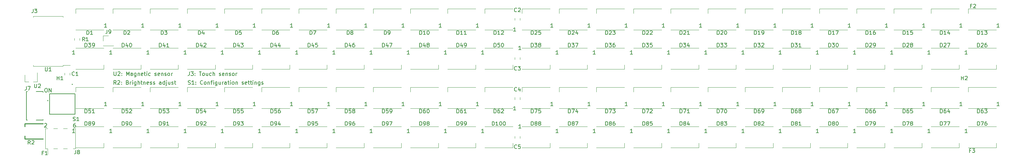
<source format=gbr>
G04 #@! TF.GenerationSoftware,KiCad,Pcbnew,(5.1.5)-3*
G04 #@! TF.CreationDate,2020-07-15T05:41:28-07:00*
G04 #@! TF.ProjectId,pcb,7063622e-6b69-4636-9164-5f7063625858,rev?*
G04 #@! TF.SameCoordinates,Original*
G04 #@! TF.FileFunction,Legend,Top*
G04 #@! TF.FilePolarity,Positive*
%FSLAX46Y46*%
G04 Gerber Fmt 4.6, Leading zero omitted, Abs format (unit mm)*
G04 Created by KiCad (PCBNEW (5.1.5)-3) date 2020-07-15 05:41:28*
%MOMM*%
%LPD*%
G04 APERTURE LIST*
%ADD10C,0.150000*%
%ADD11C,0.120000*%
%ADD12C,0.127000*%
%ADD13C,0.200000*%
%ADD14C,0.254000*%
G04 APERTURE END LIST*
D10*
X68359976Y-98067761D02*
X68502833Y-98115380D01*
X68740928Y-98115380D01*
X68836166Y-98067761D01*
X68883785Y-98020142D01*
X68931404Y-97924904D01*
X68931404Y-97829666D01*
X68883785Y-97734428D01*
X68836166Y-97686809D01*
X68740928Y-97639190D01*
X68550452Y-97591571D01*
X68455214Y-97543952D01*
X68407595Y-97496333D01*
X68359976Y-97401095D01*
X68359976Y-97305857D01*
X68407595Y-97210619D01*
X68455214Y-97163000D01*
X68550452Y-97115380D01*
X68788547Y-97115380D01*
X68931404Y-97163000D01*
X69883785Y-98115380D02*
X69312357Y-98115380D01*
X69598071Y-98115380D02*
X69598071Y-97115380D01*
X69502833Y-97258238D01*
X69407595Y-97353476D01*
X69312357Y-97401095D01*
X70312357Y-98020142D02*
X70359976Y-98067761D01*
X70312357Y-98115380D01*
X70264738Y-98067761D01*
X70312357Y-98020142D01*
X70312357Y-98115380D01*
X70312357Y-97496333D02*
X70359976Y-97543952D01*
X70312357Y-97591571D01*
X70264738Y-97543952D01*
X70312357Y-97496333D01*
X70312357Y-97591571D01*
X72121880Y-98020142D02*
X72074261Y-98067761D01*
X71931404Y-98115380D01*
X71836166Y-98115380D01*
X71693309Y-98067761D01*
X71598071Y-97972523D01*
X71550452Y-97877285D01*
X71502833Y-97686809D01*
X71502833Y-97543952D01*
X71550452Y-97353476D01*
X71598071Y-97258238D01*
X71693309Y-97163000D01*
X71836166Y-97115380D01*
X71931404Y-97115380D01*
X72074261Y-97163000D01*
X72121880Y-97210619D01*
X72693309Y-98115380D02*
X72598071Y-98067761D01*
X72550452Y-98020142D01*
X72502833Y-97924904D01*
X72502833Y-97639190D01*
X72550452Y-97543952D01*
X72598071Y-97496333D01*
X72693309Y-97448714D01*
X72836166Y-97448714D01*
X72931404Y-97496333D01*
X72979023Y-97543952D01*
X73026642Y-97639190D01*
X73026642Y-97924904D01*
X72979023Y-98020142D01*
X72931404Y-98067761D01*
X72836166Y-98115380D01*
X72693309Y-98115380D01*
X73455214Y-97448714D02*
X73455214Y-98115380D01*
X73455214Y-97543952D02*
X73502833Y-97496333D01*
X73598071Y-97448714D01*
X73740928Y-97448714D01*
X73836166Y-97496333D01*
X73883785Y-97591571D01*
X73883785Y-98115380D01*
X74217119Y-97448714D02*
X74598071Y-97448714D01*
X74359976Y-98115380D02*
X74359976Y-97258238D01*
X74407595Y-97163000D01*
X74502833Y-97115380D01*
X74598071Y-97115380D01*
X74931404Y-98115380D02*
X74931404Y-97448714D01*
X74931404Y-97115380D02*
X74883785Y-97163000D01*
X74931404Y-97210619D01*
X74979023Y-97163000D01*
X74931404Y-97115380D01*
X74931404Y-97210619D01*
X75836166Y-97448714D02*
X75836166Y-98258238D01*
X75788547Y-98353476D01*
X75740928Y-98401095D01*
X75645690Y-98448714D01*
X75502833Y-98448714D01*
X75407595Y-98401095D01*
X75836166Y-98067761D02*
X75740928Y-98115380D01*
X75550452Y-98115380D01*
X75455214Y-98067761D01*
X75407595Y-98020142D01*
X75359976Y-97924904D01*
X75359976Y-97639190D01*
X75407595Y-97543952D01*
X75455214Y-97496333D01*
X75550452Y-97448714D01*
X75740928Y-97448714D01*
X75836166Y-97496333D01*
X76740928Y-97448714D02*
X76740928Y-98115380D01*
X76312357Y-97448714D02*
X76312357Y-97972523D01*
X76359976Y-98067761D01*
X76455214Y-98115380D01*
X76598071Y-98115380D01*
X76693309Y-98067761D01*
X76740928Y-98020142D01*
X77217119Y-98115380D02*
X77217119Y-97448714D01*
X77217119Y-97639190D02*
X77264738Y-97543952D01*
X77312357Y-97496333D01*
X77407595Y-97448714D01*
X77502833Y-97448714D01*
X78264738Y-98115380D02*
X78264738Y-97591571D01*
X78217119Y-97496333D01*
X78121880Y-97448714D01*
X77931404Y-97448714D01*
X77836166Y-97496333D01*
X78264738Y-98067761D02*
X78169500Y-98115380D01*
X77931404Y-98115380D01*
X77836166Y-98067761D01*
X77788547Y-97972523D01*
X77788547Y-97877285D01*
X77836166Y-97782047D01*
X77931404Y-97734428D01*
X78169500Y-97734428D01*
X78264738Y-97686809D01*
X78598071Y-97448714D02*
X78979023Y-97448714D01*
X78740928Y-97115380D02*
X78740928Y-97972523D01*
X78788547Y-98067761D01*
X78883785Y-98115380D01*
X78979023Y-98115380D01*
X79312357Y-98115380D02*
X79312357Y-97448714D01*
X79312357Y-97115380D02*
X79264738Y-97163000D01*
X79312357Y-97210619D01*
X79359976Y-97163000D01*
X79312357Y-97115380D01*
X79312357Y-97210619D01*
X79931404Y-98115380D02*
X79836166Y-98067761D01*
X79788547Y-98020142D01*
X79740928Y-97924904D01*
X79740928Y-97639190D01*
X79788547Y-97543952D01*
X79836166Y-97496333D01*
X79931404Y-97448714D01*
X80074261Y-97448714D01*
X80169500Y-97496333D01*
X80217119Y-97543952D01*
X80264738Y-97639190D01*
X80264738Y-97924904D01*
X80217119Y-98020142D01*
X80169500Y-98067761D01*
X80074261Y-98115380D01*
X79931404Y-98115380D01*
X80693309Y-97448714D02*
X80693309Y-98115380D01*
X80693309Y-97543952D02*
X80740928Y-97496333D01*
X80836166Y-97448714D01*
X80979023Y-97448714D01*
X81074261Y-97496333D01*
X81121880Y-97591571D01*
X81121880Y-98115380D01*
X82312357Y-98067761D02*
X82407595Y-98115380D01*
X82598071Y-98115380D01*
X82693309Y-98067761D01*
X82740928Y-97972523D01*
X82740928Y-97924904D01*
X82693309Y-97829666D01*
X82598071Y-97782047D01*
X82455214Y-97782047D01*
X82359976Y-97734428D01*
X82312357Y-97639190D01*
X82312357Y-97591571D01*
X82359976Y-97496333D01*
X82455214Y-97448714D01*
X82598071Y-97448714D01*
X82693309Y-97496333D01*
X83550452Y-98067761D02*
X83455214Y-98115380D01*
X83264738Y-98115380D01*
X83169500Y-98067761D01*
X83121880Y-97972523D01*
X83121880Y-97591571D01*
X83169500Y-97496333D01*
X83264738Y-97448714D01*
X83455214Y-97448714D01*
X83550452Y-97496333D01*
X83598071Y-97591571D01*
X83598071Y-97686809D01*
X83121880Y-97782047D01*
X83883785Y-97448714D02*
X84264738Y-97448714D01*
X84026642Y-97115380D02*
X84026642Y-97972523D01*
X84074261Y-98067761D01*
X84169500Y-98115380D01*
X84264738Y-98115380D01*
X84455214Y-97448714D02*
X84836166Y-97448714D01*
X84598071Y-97115380D02*
X84598071Y-97972523D01*
X84645690Y-98067761D01*
X84740928Y-98115380D01*
X84836166Y-98115380D01*
X85169500Y-98115380D02*
X85169500Y-97448714D01*
X85169500Y-97115380D02*
X85121880Y-97163000D01*
X85169500Y-97210619D01*
X85217119Y-97163000D01*
X85169500Y-97115380D01*
X85169500Y-97210619D01*
X85645690Y-97448714D02*
X85645690Y-98115380D01*
X85645690Y-97543952D02*
X85693309Y-97496333D01*
X85788547Y-97448714D01*
X85931404Y-97448714D01*
X86026642Y-97496333D01*
X86074261Y-97591571D01*
X86074261Y-98115380D01*
X86979023Y-97448714D02*
X86979023Y-98258238D01*
X86931404Y-98353476D01*
X86883785Y-98401095D01*
X86788547Y-98448714D01*
X86645690Y-98448714D01*
X86550452Y-98401095D01*
X86979023Y-98067761D02*
X86883785Y-98115380D01*
X86693309Y-98115380D01*
X86598071Y-98067761D01*
X86550452Y-98020142D01*
X86502833Y-97924904D01*
X86502833Y-97639190D01*
X86550452Y-97543952D01*
X86598071Y-97496333D01*
X86693309Y-97448714D01*
X86883785Y-97448714D01*
X86979023Y-97496333D01*
X87407595Y-98067761D02*
X87502833Y-98115380D01*
X87693309Y-98115380D01*
X87788547Y-98067761D01*
X87836166Y-97972523D01*
X87836166Y-97924904D01*
X87788547Y-97829666D01*
X87693309Y-97782047D01*
X87550452Y-97782047D01*
X87455214Y-97734428D01*
X87407595Y-97639190D01*
X87407595Y-97591571D01*
X87455214Y-97496333D01*
X87550452Y-97448714D01*
X87693309Y-97448714D01*
X87788547Y-97496333D01*
X68693309Y-94829380D02*
X68693309Y-95543666D01*
X68645690Y-95686523D01*
X68550452Y-95781761D01*
X68407595Y-95829380D01*
X68312357Y-95829380D01*
X69074261Y-94829380D02*
X69693309Y-94829380D01*
X69359976Y-95210333D01*
X69502833Y-95210333D01*
X69598071Y-95257952D01*
X69645690Y-95305571D01*
X69693309Y-95400809D01*
X69693309Y-95638904D01*
X69645690Y-95734142D01*
X69598071Y-95781761D01*
X69502833Y-95829380D01*
X69217119Y-95829380D01*
X69121880Y-95781761D01*
X69074261Y-95734142D01*
X70121880Y-95734142D02*
X70169500Y-95781761D01*
X70121880Y-95829380D01*
X70074261Y-95781761D01*
X70121880Y-95734142D01*
X70121880Y-95829380D01*
X70121880Y-95210333D02*
X70169500Y-95257952D01*
X70121880Y-95305571D01*
X70074261Y-95257952D01*
X70121880Y-95210333D01*
X70121880Y-95305571D01*
X71217119Y-94829380D02*
X71788547Y-94829380D01*
X71502833Y-95829380D02*
X71502833Y-94829380D01*
X72264738Y-95829380D02*
X72169500Y-95781761D01*
X72121880Y-95734142D01*
X72074261Y-95638904D01*
X72074261Y-95353190D01*
X72121880Y-95257952D01*
X72169500Y-95210333D01*
X72264738Y-95162714D01*
X72407595Y-95162714D01*
X72502833Y-95210333D01*
X72550452Y-95257952D01*
X72598071Y-95353190D01*
X72598071Y-95638904D01*
X72550452Y-95734142D01*
X72502833Y-95781761D01*
X72407595Y-95829380D01*
X72264738Y-95829380D01*
X73455214Y-95162714D02*
X73455214Y-95829380D01*
X73026642Y-95162714D02*
X73026642Y-95686523D01*
X73074261Y-95781761D01*
X73169500Y-95829380D01*
X73312357Y-95829380D01*
X73407595Y-95781761D01*
X73455214Y-95734142D01*
X74359976Y-95781761D02*
X74264738Y-95829380D01*
X74074261Y-95829380D01*
X73979023Y-95781761D01*
X73931404Y-95734142D01*
X73883785Y-95638904D01*
X73883785Y-95353190D01*
X73931404Y-95257952D01*
X73979023Y-95210333D01*
X74074261Y-95162714D01*
X74264738Y-95162714D01*
X74359976Y-95210333D01*
X74788547Y-95829380D02*
X74788547Y-94829380D01*
X75217119Y-95829380D02*
X75217119Y-95305571D01*
X75169500Y-95210333D01*
X75074261Y-95162714D01*
X74931404Y-95162714D01*
X74836166Y-95210333D01*
X74788547Y-95257952D01*
X76407595Y-95781761D02*
X76502833Y-95829380D01*
X76693309Y-95829380D01*
X76788547Y-95781761D01*
X76836166Y-95686523D01*
X76836166Y-95638904D01*
X76788547Y-95543666D01*
X76693309Y-95496047D01*
X76550452Y-95496047D01*
X76455214Y-95448428D01*
X76407595Y-95353190D01*
X76407595Y-95305571D01*
X76455214Y-95210333D01*
X76550452Y-95162714D01*
X76693309Y-95162714D01*
X76788547Y-95210333D01*
X77645690Y-95781761D02*
X77550452Y-95829380D01*
X77359976Y-95829380D01*
X77264738Y-95781761D01*
X77217119Y-95686523D01*
X77217119Y-95305571D01*
X77264738Y-95210333D01*
X77359976Y-95162714D01*
X77550452Y-95162714D01*
X77645690Y-95210333D01*
X77693309Y-95305571D01*
X77693309Y-95400809D01*
X77217119Y-95496047D01*
X78121880Y-95162714D02*
X78121880Y-95829380D01*
X78121880Y-95257952D02*
X78169500Y-95210333D01*
X78264738Y-95162714D01*
X78407595Y-95162714D01*
X78502833Y-95210333D01*
X78550452Y-95305571D01*
X78550452Y-95829380D01*
X78979023Y-95781761D02*
X79074261Y-95829380D01*
X79264738Y-95829380D01*
X79359976Y-95781761D01*
X79407595Y-95686523D01*
X79407595Y-95638904D01*
X79359976Y-95543666D01*
X79264738Y-95496047D01*
X79121880Y-95496047D01*
X79026642Y-95448428D01*
X78979023Y-95353190D01*
X78979023Y-95305571D01*
X79026642Y-95210333D01*
X79121880Y-95162714D01*
X79264738Y-95162714D01*
X79359976Y-95210333D01*
X79979023Y-95829380D02*
X79883785Y-95781761D01*
X79836166Y-95734142D01*
X79788547Y-95638904D01*
X79788547Y-95353190D01*
X79836166Y-95257952D01*
X79883785Y-95210333D01*
X79979023Y-95162714D01*
X80121880Y-95162714D01*
X80217119Y-95210333D01*
X80264738Y-95257952D01*
X80312357Y-95353190D01*
X80312357Y-95638904D01*
X80264738Y-95734142D01*
X80217119Y-95781761D01*
X80121880Y-95829380D01*
X79979023Y-95829380D01*
X80740928Y-95829380D02*
X80740928Y-95162714D01*
X80740928Y-95353190D02*
X80788547Y-95257952D01*
X80836166Y-95210333D01*
X80931404Y-95162714D01*
X81026642Y-95162714D01*
X49103595Y-94829380D02*
X49103595Y-95638904D01*
X49151214Y-95734142D01*
X49198833Y-95781761D01*
X49294071Y-95829380D01*
X49484547Y-95829380D01*
X49579785Y-95781761D01*
X49627404Y-95734142D01*
X49675023Y-95638904D01*
X49675023Y-94829380D01*
X50103595Y-94924619D02*
X50151214Y-94877000D01*
X50246452Y-94829380D01*
X50484547Y-94829380D01*
X50579785Y-94877000D01*
X50627404Y-94924619D01*
X50675023Y-95019857D01*
X50675023Y-95115095D01*
X50627404Y-95257952D01*
X50055976Y-95829380D01*
X50675023Y-95829380D01*
X51103595Y-95734142D02*
X51151214Y-95781761D01*
X51103595Y-95829380D01*
X51055976Y-95781761D01*
X51103595Y-95734142D01*
X51103595Y-95829380D01*
X51103595Y-95210333D02*
X51151214Y-95257952D01*
X51103595Y-95305571D01*
X51055976Y-95257952D01*
X51103595Y-95210333D01*
X51103595Y-95305571D01*
X52341690Y-95829380D02*
X52341690Y-94829380D01*
X52675023Y-95543666D01*
X53008357Y-94829380D01*
X53008357Y-95829380D01*
X53913119Y-95829380D02*
X53913119Y-95305571D01*
X53865500Y-95210333D01*
X53770261Y-95162714D01*
X53579785Y-95162714D01*
X53484547Y-95210333D01*
X53913119Y-95781761D02*
X53817880Y-95829380D01*
X53579785Y-95829380D01*
X53484547Y-95781761D01*
X53436928Y-95686523D01*
X53436928Y-95591285D01*
X53484547Y-95496047D01*
X53579785Y-95448428D01*
X53817880Y-95448428D01*
X53913119Y-95400809D01*
X54817880Y-95162714D02*
X54817880Y-95972238D01*
X54770261Y-96067476D01*
X54722642Y-96115095D01*
X54627404Y-96162714D01*
X54484547Y-96162714D01*
X54389309Y-96115095D01*
X54817880Y-95781761D02*
X54722642Y-95829380D01*
X54532166Y-95829380D01*
X54436928Y-95781761D01*
X54389309Y-95734142D01*
X54341690Y-95638904D01*
X54341690Y-95353190D01*
X54389309Y-95257952D01*
X54436928Y-95210333D01*
X54532166Y-95162714D01*
X54722642Y-95162714D01*
X54817880Y-95210333D01*
X55294071Y-95162714D02*
X55294071Y-95829380D01*
X55294071Y-95257952D02*
X55341690Y-95210333D01*
X55436928Y-95162714D01*
X55579785Y-95162714D01*
X55675023Y-95210333D01*
X55722642Y-95305571D01*
X55722642Y-95829380D01*
X56579785Y-95781761D02*
X56484547Y-95829380D01*
X56294071Y-95829380D01*
X56198833Y-95781761D01*
X56151214Y-95686523D01*
X56151214Y-95305571D01*
X56198833Y-95210333D01*
X56294071Y-95162714D01*
X56484547Y-95162714D01*
X56579785Y-95210333D01*
X56627404Y-95305571D01*
X56627404Y-95400809D01*
X56151214Y-95496047D01*
X56913119Y-95162714D02*
X57294071Y-95162714D01*
X57055976Y-94829380D02*
X57055976Y-95686523D01*
X57103595Y-95781761D01*
X57198833Y-95829380D01*
X57294071Y-95829380D01*
X57627404Y-95829380D02*
X57627404Y-95162714D01*
X57627404Y-94829380D02*
X57579785Y-94877000D01*
X57627404Y-94924619D01*
X57675023Y-94877000D01*
X57627404Y-94829380D01*
X57627404Y-94924619D01*
X58532166Y-95781761D02*
X58436928Y-95829380D01*
X58246452Y-95829380D01*
X58151214Y-95781761D01*
X58103595Y-95734142D01*
X58055976Y-95638904D01*
X58055976Y-95353190D01*
X58103595Y-95257952D01*
X58151214Y-95210333D01*
X58246452Y-95162714D01*
X58436928Y-95162714D01*
X58532166Y-95210333D01*
X59675023Y-95781761D02*
X59770261Y-95829380D01*
X59960738Y-95829380D01*
X60055976Y-95781761D01*
X60103595Y-95686523D01*
X60103595Y-95638904D01*
X60055976Y-95543666D01*
X59960738Y-95496047D01*
X59817880Y-95496047D01*
X59722642Y-95448428D01*
X59675023Y-95353190D01*
X59675023Y-95305571D01*
X59722642Y-95210333D01*
X59817880Y-95162714D01*
X59960738Y-95162714D01*
X60055976Y-95210333D01*
X60913119Y-95781761D02*
X60817880Y-95829380D01*
X60627404Y-95829380D01*
X60532166Y-95781761D01*
X60484547Y-95686523D01*
X60484547Y-95305571D01*
X60532166Y-95210333D01*
X60627404Y-95162714D01*
X60817880Y-95162714D01*
X60913119Y-95210333D01*
X60960738Y-95305571D01*
X60960738Y-95400809D01*
X60484547Y-95496047D01*
X61389309Y-95162714D02*
X61389309Y-95829380D01*
X61389309Y-95257952D02*
X61436928Y-95210333D01*
X61532166Y-95162714D01*
X61675023Y-95162714D01*
X61770261Y-95210333D01*
X61817880Y-95305571D01*
X61817880Y-95829380D01*
X62246452Y-95781761D02*
X62341690Y-95829380D01*
X62532166Y-95829380D01*
X62627404Y-95781761D01*
X62675023Y-95686523D01*
X62675023Y-95638904D01*
X62627404Y-95543666D01*
X62532166Y-95496047D01*
X62389309Y-95496047D01*
X62294071Y-95448428D01*
X62246452Y-95353190D01*
X62246452Y-95305571D01*
X62294071Y-95210333D01*
X62389309Y-95162714D01*
X62532166Y-95162714D01*
X62627404Y-95210333D01*
X63246452Y-95829380D02*
X63151214Y-95781761D01*
X63103595Y-95734142D01*
X63055976Y-95638904D01*
X63055976Y-95353190D01*
X63103595Y-95257952D01*
X63151214Y-95210333D01*
X63246452Y-95162714D01*
X63389309Y-95162714D01*
X63484547Y-95210333D01*
X63532166Y-95257952D01*
X63579785Y-95353190D01*
X63579785Y-95638904D01*
X63532166Y-95734142D01*
X63484547Y-95781761D01*
X63389309Y-95829380D01*
X63246452Y-95829380D01*
X64008357Y-95829380D02*
X64008357Y-95162714D01*
X64008357Y-95353190D02*
X64055976Y-95257952D01*
X64103595Y-95210333D01*
X64198833Y-95162714D01*
X64294071Y-95162714D01*
X49675023Y-98115380D02*
X49341690Y-97639190D01*
X49103595Y-98115380D02*
X49103595Y-97115380D01*
X49484547Y-97115380D01*
X49579785Y-97163000D01*
X49627404Y-97210619D01*
X49675023Y-97305857D01*
X49675023Y-97448714D01*
X49627404Y-97543952D01*
X49579785Y-97591571D01*
X49484547Y-97639190D01*
X49103595Y-97639190D01*
X50055976Y-97210619D02*
X50103595Y-97163000D01*
X50198833Y-97115380D01*
X50436928Y-97115380D01*
X50532166Y-97163000D01*
X50579785Y-97210619D01*
X50627404Y-97305857D01*
X50627404Y-97401095D01*
X50579785Y-97543952D01*
X50008357Y-98115380D01*
X50627404Y-98115380D01*
X51055976Y-98020142D02*
X51103595Y-98067761D01*
X51055976Y-98115380D01*
X51008357Y-98067761D01*
X51055976Y-98020142D01*
X51055976Y-98115380D01*
X51055976Y-97496333D02*
X51103595Y-97543952D01*
X51055976Y-97591571D01*
X51008357Y-97543952D01*
X51055976Y-97496333D01*
X51055976Y-97591571D01*
X52627404Y-97591571D02*
X52770261Y-97639190D01*
X52817880Y-97686809D01*
X52865500Y-97782047D01*
X52865500Y-97924904D01*
X52817880Y-98020142D01*
X52770261Y-98067761D01*
X52675023Y-98115380D01*
X52294071Y-98115380D01*
X52294071Y-97115380D01*
X52627404Y-97115380D01*
X52722642Y-97163000D01*
X52770261Y-97210619D01*
X52817880Y-97305857D01*
X52817880Y-97401095D01*
X52770261Y-97496333D01*
X52722642Y-97543952D01*
X52627404Y-97591571D01*
X52294071Y-97591571D01*
X53294071Y-98115380D02*
X53294071Y-97448714D01*
X53294071Y-97639190D02*
X53341690Y-97543952D01*
X53389309Y-97496333D01*
X53484547Y-97448714D01*
X53579785Y-97448714D01*
X53913119Y-98115380D02*
X53913119Y-97448714D01*
X53913119Y-97115380D02*
X53865500Y-97163000D01*
X53913119Y-97210619D01*
X53960738Y-97163000D01*
X53913119Y-97115380D01*
X53913119Y-97210619D01*
X54817880Y-97448714D02*
X54817880Y-98258238D01*
X54770261Y-98353476D01*
X54722642Y-98401095D01*
X54627404Y-98448714D01*
X54484547Y-98448714D01*
X54389309Y-98401095D01*
X54817880Y-98067761D02*
X54722642Y-98115380D01*
X54532166Y-98115380D01*
X54436928Y-98067761D01*
X54389309Y-98020142D01*
X54341690Y-97924904D01*
X54341690Y-97639190D01*
X54389309Y-97543952D01*
X54436928Y-97496333D01*
X54532166Y-97448714D01*
X54722642Y-97448714D01*
X54817880Y-97496333D01*
X55294071Y-98115380D02*
X55294071Y-97115380D01*
X55722642Y-98115380D02*
X55722642Y-97591571D01*
X55675023Y-97496333D01*
X55579785Y-97448714D01*
X55436928Y-97448714D01*
X55341690Y-97496333D01*
X55294071Y-97543952D01*
X56055976Y-97448714D02*
X56436928Y-97448714D01*
X56198833Y-97115380D02*
X56198833Y-97972523D01*
X56246452Y-98067761D01*
X56341690Y-98115380D01*
X56436928Y-98115380D01*
X56770261Y-97448714D02*
X56770261Y-98115380D01*
X56770261Y-97543952D02*
X56817880Y-97496333D01*
X56913119Y-97448714D01*
X57055976Y-97448714D01*
X57151214Y-97496333D01*
X57198833Y-97591571D01*
X57198833Y-98115380D01*
X58055976Y-98067761D02*
X57960738Y-98115380D01*
X57770261Y-98115380D01*
X57675023Y-98067761D01*
X57627404Y-97972523D01*
X57627404Y-97591571D01*
X57675023Y-97496333D01*
X57770261Y-97448714D01*
X57960738Y-97448714D01*
X58055976Y-97496333D01*
X58103595Y-97591571D01*
X58103595Y-97686809D01*
X57627404Y-97782047D01*
X58484547Y-98067761D02*
X58579785Y-98115380D01*
X58770261Y-98115380D01*
X58865500Y-98067761D01*
X58913119Y-97972523D01*
X58913119Y-97924904D01*
X58865500Y-97829666D01*
X58770261Y-97782047D01*
X58627404Y-97782047D01*
X58532166Y-97734428D01*
X58484547Y-97639190D01*
X58484547Y-97591571D01*
X58532166Y-97496333D01*
X58627404Y-97448714D01*
X58770261Y-97448714D01*
X58865500Y-97496333D01*
X59294071Y-98067761D02*
X59389309Y-98115380D01*
X59579785Y-98115380D01*
X59675023Y-98067761D01*
X59722642Y-97972523D01*
X59722642Y-97924904D01*
X59675023Y-97829666D01*
X59579785Y-97782047D01*
X59436928Y-97782047D01*
X59341690Y-97734428D01*
X59294071Y-97639190D01*
X59294071Y-97591571D01*
X59341690Y-97496333D01*
X59436928Y-97448714D01*
X59579785Y-97448714D01*
X59675023Y-97496333D01*
X61341690Y-98115380D02*
X61341690Y-97591571D01*
X61294071Y-97496333D01*
X61198833Y-97448714D01*
X61008357Y-97448714D01*
X60913119Y-97496333D01*
X61341690Y-98067761D02*
X61246452Y-98115380D01*
X61008357Y-98115380D01*
X60913119Y-98067761D01*
X60865500Y-97972523D01*
X60865500Y-97877285D01*
X60913119Y-97782047D01*
X61008357Y-97734428D01*
X61246452Y-97734428D01*
X61341690Y-97686809D01*
X62246452Y-98115380D02*
X62246452Y-97115380D01*
X62246452Y-98067761D02*
X62151214Y-98115380D01*
X61960738Y-98115380D01*
X61865500Y-98067761D01*
X61817880Y-98020142D01*
X61770261Y-97924904D01*
X61770261Y-97639190D01*
X61817880Y-97543952D01*
X61865500Y-97496333D01*
X61960738Y-97448714D01*
X62151214Y-97448714D01*
X62246452Y-97496333D01*
X62722642Y-97448714D02*
X62722642Y-98305857D01*
X62675023Y-98401095D01*
X62579785Y-98448714D01*
X62532166Y-98448714D01*
X62722642Y-97115380D02*
X62675023Y-97163000D01*
X62722642Y-97210619D01*
X62770261Y-97163000D01*
X62722642Y-97115380D01*
X62722642Y-97210619D01*
X63627404Y-97448714D02*
X63627404Y-98115380D01*
X63198833Y-97448714D02*
X63198833Y-97972523D01*
X63246452Y-98067761D01*
X63341690Y-98115380D01*
X63484547Y-98115380D01*
X63579785Y-98067761D01*
X63627404Y-98020142D01*
X64055976Y-98067761D02*
X64151214Y-98115380D01*
X64341690Y-98115380D01*
X64436928Y-98067761D01*
X64484547Y-97972523D01*
X64484547Y-97924904D01*
X64436928Y-97829666D01*
X64341690Y-97782047D01*
X64198833Y-97782047D01*
X64103595Y-97734428D01*
X64055976Y-97639190D01*
X64055976Y-97591571D01*
X64103595Y-97496333D01*
X64198833Y-97448714D01*
X64341690Y-97448714D01*
X64436928Y-97496333D01*
X64770261Y-97448714D02*
X65151214Y-97448714D01*
X64913119Y-97115380D02*
X64913119Y-97972523D01*
X64960738Y-98067761D01*
X65055976Y-98115380D01*
X65151214Y-98115380D01*
X31384952Y-99147380D02*
X31575428Y-99147380D01*
X31670666Y-99195000D01*
X31765904Y-99290238D01*
X31813523Y-99480714D01*
X31813523Y-99814047D01*
X31765904Y-100004523D01*
X31670666Y-100099761D01*
X31575428Y-100147380D01*
X31384952Y-100147380D01*
X31289714Y-100099761D01*
X31194476Y-100004523D01*
X31146857Y-99814047D01*
X31146857Y-99480714D01*
X31194476Y-99290238D01*
X31289714Y-99195000D01*
X31384952Y-99147380D01*
X32242095Y-100147380D02*
X32242095Y-99147380D01*
X32813523Y-100147380D01*
X32813523Y-99147380D01*
X31083285Y-108386619D02*
X31130904Y-108339000D01*
X31226142Y-108291380D01*
X31464238Y-108291380D01*
X31559476Y-108339000D01*
X31607095Y-108386619D01*
X31654714Y-108481857D01*
X31654714Y-108577095D01*
X31607095Y-108719952D01*
X31035666Y-109291380D01*
X31654714Y-109291380D01*
X39052476Y-108291380D02*
X38862000Y-108291380D01*
X38766761Y-108339000D01*
X38719142Y-108386619D01*
X38623904Y-108529476D01*
X38576285Y-108719952D01*
X38576285Y-109100904D01*
X38623904Y-109196142D01*
X38671523Y-109243761D01*
X38766761Y-109291380D01*
X38957238Y-109291380D01*
X39052476Y-109243761D01*
X39100095Y-109196142D01*
X39147714Y-109100904D01*
X39147714Y-108862809D01*
X39100095Y-108767571D01*
X39052476Y-108719952D01*
X38957238Y-108672333D01*
X38766761Y-108672333D01*
X38671523Y-108719952D01*
X38623904Y-108767571D01*
X38576285Y-108862809D01*
D11*
X154507000Y-112194078D02*
X154507000Y-111676922D01*
X153087000Y-112194078D02*
X153087000Y-111676922D01*
X153087000Y-101546922D02*
X153087000Y-102064078D01*
X154507000Y-101546922D02*
X154507000Y-102064078D01*
X154507000Y-91620078D02*
X154507000Y-91102922D01*
X153087000Y-91620078D02*
X153087000Y-91102922D01*
X153087000Y-80845922D02*
X153087000Y-81363078D01*
X154507000Y-80845922D02*
X154507000Y-81363078D01*
X46295000Y-85411000D02*
X47625000Y-85411000D01*
X46295000Y-86741000D02*
X46295000Y-85411000D01*
X46295000Y-88011000D02*
X48955000Y-88011000D01*
X48955000Y-88011000D02*
X48955000Y-88071000D01*
X46295000Y-88011000D02*
X46295000Y-88071000D01*
X46295000Y-88071000D02*
X48955000Y-88071000D01*
X46423600Y-83915700D02*
X39123600Y-83915700D01*
X46423600Y-78415700D02*
X39123600Y-78415700D01*
X39123600Y-78415700D02*
X39123600Y-79565700D01*
X145295600Y-98888100D02*
X145295600Y-100038100D01*
X152595600Y-98888100D02*
X145295600Y-98888100D01*
X152595600Y-104388100D02*
X145295600Y-104388100D01*
D12*
X39012000Y-105951000D02*
X32362000Y-105951000D01*
X39012000Y-100551000D02*
X32362000Y-100551000D01*
D13*
X38372000Y-98101000D02*
G75*
G03X38372000Y-98101000I-100000J0D01*
G01*
D12*
X32362000Y-100551000D02*
X32362000Y-105951000D01*
X39012000Y-105951000D02*
X39012000Y-100551000D01*
D11*
X258767600Y-114624300D02*
X258767600Y-113474300D01*
X251467600Y-114624300D02*
X258767600Y-114624300D01*
X251467600Y-109124300D02*
X258767600Y-109124300D01*
X251467600Y-98888100D02*
X251467600Y-100038100D01*
X258767600Y-98888100D02*
X251467600Y-98888100D01*
X258767600Y-104388100D02*
X251467600Y-104388100D01*
X258767600Y-94151900D02*
X258767600Y-93001900D01*
X251467600Y-94151900D02*
X258767600Y-94151900D01*
X251467600Y-88651900D02*
X258767600Y-88651900D01*
X270771600Y-78415700D02*
X270771600Y-79565700D01*
X278071600Y-78415700D02*
X270771600Y-78415700D01*
X278071600Y-83915700D02*
X270771600Y-83915700D01*
X25909000Y-97470000D02*
X26959000Y-97470000D01*
X25909000Y-95670000D02*
X25909000Y-97470000D01*
X29209000Y-97470000D02*
X28159000Y-97470000D01*
X29209000Y-95070000D02*
X29209000Y-97470000D01*
X35864000Y-93143000D02*
X37679000Y-93143000D01*
X35864000Y-93378000D02*
X35864000Y-93143000D01*
X32004000Y-93378000D02*
X35864000Y-93378000D01*
X28144000Y-93378000D02*
X28144000Y-93143000D01*
X32004000Y-93378000D02*
X28144000Y-93378000D01*
X35864000Y-80358000D02*
X35864000Y-80593000D01*
X32004000Y-80358000D02*
X35864000Y-80358000D01*
X28144000Y-80358000D02*
X28144000Y-80593000D01*
X32004000Y-80358000D02*
X28144000Y-80358000D01*
D14*
X25970000Y-112363000D02*
X25970000Y-111613000D01*
X30670000Y-112363000D02*
X25970000Y-112363000D01*
X25970000Y-108363000D02*
X30670000Y-108363000D01*
X25970000Y-109113000D02*
X25970000Y-108363000D01*
D11*
X38787000Y-86101422D02*
X38787000Y-86618578D01*
X40207000Y-86101422D02*
X40207000Y-86618578D01*
X35939000Y-109668000D02*
X36959000Y-109668000D01*
X35939000Y-114868000D02*
X36959000Y-114868000D01*
X33399000Y-109668000D02*
X34419000Y-109668000D01*
X33399000Y-114868000D02*
X34419000Y-114868000D01*
X38479000Y-109668000D02*
X39049000Y-109668000D01*
X38479000Y-114868000D02*
X39049000Y-114868000D01*
X31309000Y-109668000D02*
X31879000Y-109668000D01*
X31309000Y-114868000D02*
X31879000Y-114868000D01*
X31879000Y-116308000D02*
X31879000Y-114868000D01*
X39049000Y-114868000D02*
X39049000Y-109668000D01*
X31309000Y-114868000D02*
X31309000Y-109668000D01*
D13*
X32013000Y-102358200D02*
G75*
G03X32013000Y-102358200I-100000J0D01*
G01*
D12*
X26363000Y-100008200D02*
X26363000Y-107408200D01*
X26633000Y-107408200D02*
X26363000Y-107408200D01*
X26363000Y-100008200D02*
X26633000Y-100008200D01*
X30663000Y-107408200D02*
X30663000Y-107228200D01*
X30663000Y-100008200D02*
X30663000Y-100188200D01*
X30663000Y-107408200D02*
X28908000Y-107408200D01*
X30663000Y-100008200D02*
X28908000Y-100008200D01*
D11*
X152595600Y-114624300D02*
X152595600Y-113474300D01*
X145295600Y-114624300D02*
X152595600Y-114624300D01*
X145295600Y-109124300D02*
X152595600Y-109124300D01*
X142943600Y-114624300D02*
X142943600Y-113474300D01*
X135643600Y-114624300D02*
X142943600Y-114624300D01*
X135643600Y-109124300D02*
X142943600Y-109124300D01*
X133291600Y-114624300D02*
X133291600Y-113474300D01*
X125991600Y-114624300D02*
X133291600Y-114624300D01*
X125991600Y-109124300D02*
X133291600Y-109124300D01*
X123639600Y-114624300D02*
X123639600Y-113474300D01*
X116339600Y-114624300D02*
X123639600Y-114624300D01*
X116339600Y-109124300D02*
X123639600Y-109124300D01*
X113987600Y-114624300D02*
X113987600Y-113474300D01*
X106687600Y-114624300D02*
X113987600Y-114624300D01*
X106687600Y-109124300D02*
X113987600Y-109124300D01*
X104335600Y-114624300D02*
X104335600Y-113474300D01*
X97035600Y-114624300D02*
X104335600Y-114624300D01*
X97035600Y-109124300D02*
X104335600Y-109124300D01*
X94683600Y-114624300D02*
X94683600Y-113474300D01*
X87383600Y-114624300D02*
X94683600Y-114624300D01*
X87383600Y-109124300D02*
X94683600Y-109124300D01*
X85031600Y-114624300D02*
X85031600Y-113474300D01*
X77731600Y-114624300D02*
X85031600Y-114624300D01*
X77731600Y-109124300D02*
X85031600Y-109124300D01*
X75379600Y-114624300D02*
X75379600Y-113474300D01*
X68079600Y-114624300D02*
X75379600Y-114624300D01*
X68079600Y-109124300D02*
X75379600Y-109124300D01*
X65727600Y-114624300D02*
X65727600Y-113474300D01*
X58427600Y-114624300D02*
X65727600Y-114624300D01*
X58427600Y-109124300D02*
X65727600Y-109124300D01*
X56075600Y-114624300D02*
X56075600Y-113474300D01*
X48775600Y-114624300D02*
X56075600Y-114624300D01*
X48775600Y-109124300D02*
X56075600Y-109124300D01*
X39123600Y-109124300D02*
X46423600Y-109124300D01*
X39123600Y-114624300D02*
X46423600Y-114624300D01*
X46423600Y-114624300D02*
X46423600Y-113474300D01*
X162247600Y-114624300D02*
X162247600Y-113474300D01*
X154947600Y-114624300D02*
X162247600Y-114624300D01*
X154947600Y-109124300D02*
X162247600Y-109124300D01*
X171899600Y-114624300D02*
X171899600Y-113474300D01*
X164599600Y-114624300D02*
X171899600Y-114624300D01*
X164599600Y-109124300D02*
X171899600Y-109124300D01*
X181551600Y-114624300D02*
X181551600Y-113474300D01*
X174251600Y-114624300D02*
X181551600Y-114624300D01*
X174251600Y-109124300D02*
X181551600Y-109124300D01*
X191203600Y-114624300D02*
X191203600Y-113474300D01*
X183903600Y-114624300D02*
X191203600Y-114624300D01*
X183903600Y-109124300D02*
X191203600Y-109124300D01*
X200855600Y-114624300D02*
X200855600Y-113474300D01*
X193555600Y-114624300D02*
X200855600Y-114624300D01*
X193555600Y-109124300D02*
X200855600Y-109124300D01*
X210507600Y-114624300D02*
X210507600Y-113474300D01*
X203207600Y-114624300D02*
X210507600Y-114624300D01*
X203207600Y-109124300D02*
X210507600Y-109124300D01*
X220159600Y-114624300D02*
X220159600Y-113474300D01*
X212859600Y-114624300D02*
X220159600Y-114624300D01*
X212859600Y-109124300D02*
X220159600Y-109124300D01*
X229811600Y-114624300D02*
X229811600Y-113474300D01*
X222511600Y-114624300D02*
X229811600Y-114624300D01*
X222511600Y-109124300D02*
X229811600Y-109124300D01*
X239463600Y-114624300D02*
X239463600Y-113474300D01*
X232163600Y-114624300D02*
X239463600Y-114624300D01*
X232163600Y-109124300D02*
X239463600Y-109124300D01*
X249115600Y-114624300D02*
X249115600Y-113474300D01*
X241815600Y-114624300D02*
X249115600Y-114624300D01*
X241815600Y-109124300D02*
X249115600Y-109124300D01*
X268419600Y-114624300D02*
X268419600Y-113474300D01*
X261119600Y-114624300D02*
X268419600Y-114624300D01*
X261119600Y-109124300D02*
X268419600Y-109124300D01*
X278071600Y-114624300D02*
X278071600Y-113474300D01*
X270771600Y-114624300D02*
X278071600Y-114624300D01*
X270771600Y-109124300D02*
X278071600Y-109124300D01*
X154947600Y-98888100D02*
X154947600Y-100038100D01*
X162247600Y-98888100D02*
X154947600Y-98888100D01*
X162247600Y-104388100D02*
X154947600Y-104388100D01*
X164599600Y-98888100D02*
X164599600Y-100038100D01*
X171899600Y-98888100D02*
X164599600Y-98888100D01*
X171899600Y-104388100D02*
X164599600Y-104388100D01*
X174251600Y-98888100D02*
X174251600Y-100038100D01*
X181551600Y-98888100D02*
X174251600Y-98888100D01*
X181551600Y-104388100D02*
X174251600Y-104388100D01*
X183903600Y-98888100D02*
X183903600Y-100038100D01*
X191203600Y-98888100D02*
X183903600Y-98888100D01*
X191203600Y-104388100D02*
X183903600Y-104388100D01*
X193555600Y-98888100D02*
X193555600Y-100038100D01*
X200855600Y-98888100D02*
X193555600Y-98888100D01*
X200855600Y-104388100D02*
X193555600Y-104388100D01*
X203207600Y-98888100D02*
X203207600Y-100038100D01*
X210507600Y-98888100D02*
X203207600Y-98888100D01*
X210507600Y-104388100D02*
X203207600Y-104388100D01*
X212859600Y-98888100D02*
X212859600Y-100038100D01*
X220159600Y-98888100D02*
X212859600Y-98888100D01*
X220159600Y-104388100D02*
X212859600Y-104388100D01*
X222511600Y-98888100D02*
X222511600Y-100038100D01*
X229811600Y-98888100D02*
X222511600Y-98888100D01*
X229811600Y-104388100D02*
X222511600Y-104388100D01*
X232163600Y-98888100D02*
X232163600Y-100038100D01*
X239463600Y-98888100D02*
X232163600Y-98888100D01*
X239463600Y-104388100D02*
X232163600Y-104388100D01*
X241815600Y-98888100D02*
X241815600Y-100038100D01*
X249115600Y-98888100D02*
X241815600Y-98888100D01*
X249115600Y-104388100D02*
X241815600Y-104388100D01*
X261119600Y-98888100D02*
X261119600Y-100038100D01*
X268419600Y-98888100D02*
X261119600Y-98888100D01*
X268419600Y-104388100D02*
X261119600Y-104388100D01*
X270771600Y-98888100D02*
X270771600Y-100038100D01*
X278071600Y-98888100D02*
X270771600Y-98888100D01*
X278071600Y-104388100D02*
X270771600Y-104388100D01*
X135643600Y-98888100D02*
X135643600Y-100038100D01*
X142943600Y-98888100D02*
X135643600Y-98888100D01*
X142943600Y-104388100D02*
X135643600Y-104388100D01*
X125991600Y-98888100D02*
X125991600Y-100038100D01*
X133291600Y-98888100D02*
X125991600Y-98888100D01*
X133291600Y-104388100D02*
X125991600Y-104388100D01*
X116339600Y-98888100D02*
X116339600Y-100038100D01*
X123639600Y-98888100D02*
X116339600Y-98888100D01*
X123639600Y-104388100D02*
X116339600Y-104388100D01*
X106687600Y-98888100D02*
X106687600Y-100038100D01*
X113987600Y-98888100D02*
X106687600Y-98888100D01*
X113987600Y-104388100D02*
X106687600Y-104388100D01*
X97035600Y-98888100D02*
X97035600Y-100038100D01*
X104335600Y-98888100D02*
X97035600Y-98888100D01*
X104335600Y-104388100D02*
X97035600Y-104388100D01*
X87383600Y-98888100D02*
X87383600Y-100038100D01*
X94683600Y-98888100D02*
X87383600Y-98888100D01*
X94683600Y-104388100D02*
X87383600Y-104388100D01*
X77731600Y-98888100D02*
X77731600Y-100038100D01*
X85031600Y-98888100D02*
X77731600Y-98888100D01*
X85031600Y-104388100D02*
X77731600Y-104388100D01*
X68079600Y-98888100D02*
X68079600Y-100038100D01*
X75379600Y-98888100D02*
X68079600Y-98888100D01*
X75379600Y-104388100D02*
X68079600Y-104388100D01*
X58427600Y-98888100D02*
X58427600Y-100038100D01*
X65727600Y-98888100D02*
X58427600Y-98888100D01*
X65727600Y-104388100D02*
X58427600Y-104388100D01*
X48775600Y-98888100D02*
X48775600Y-100038100D01*
X56075600Y-98888100D02*
X48775600Y-98888100D01*
X56075600Y-104388100D02*
X48775600Y-104388100D01*
X39123600Y-98888100D02*
X39123600Y-100038100D01*
X46423600Y-98888100D02*
X39123600Y-98888100D01*
X46423600Y-104388100D02*
X39123600Y-104388100D01*
X152595600Y-94151900D02*
X152595600Y-93001900D01*
X145295600Y-94151900D02*
X152595600Y-94151900D01*
X145295600Y-88651900D02*
X152595600Y-88651900D01*
X142943600Y-94151900D02*
X142943600Y-93001900D01*
X135643600Y-94151900D02*
X142943600Y-94151900D01*
X135643600Y-88651900D02*
X142943600Y-88651900D01*
X133291600Y-94151900D02*
X133291600Y-93001900D01*
X125991600Y-94151900D02*
X133291600Y-94151900D01*
X125991600Y-88651900D02*
X133291600Y-88651900D01*
X123639600Y-94151900D02*
X123639600Y-93001900D01*
X116339600Y-94151900D02*
X123639600Y-94151900D01*
X116339600Y-88651900D02*
X123639600Y-88651900D01*
X113987600Y-94151900D02*
X113987600Y-93001900D01*
X106687600Y-94151900D02*
X113987600Y-94151900D01*
X106687600Y-88651900D02*
X113987600Y-88651900D01*
X104335600Y-94151900D02*
X104335600Y-93001900D01*
X97035600Y-94151900D02*
X104335600Y-94151900D01*
X97035600Y-88651900D02*
X104335600Y-88651900D01*
X94683600Y-94151900D02*
X94683600Y-93001900D01*
X87383600Y-94151900D02*
X94683600Y-94151900D01*
X87383600Y-88651900D02*
X94683600Y-88651900D01*
X85031600Y-94151900D02*
X85031600Y-93001900D01*
X77731600Y-94151900D02*
X85031600Y-94151900D01*
X77731600Y-88651900D02*
X85031600Y-88651900D01*
X75379600Y-94151900D02*
X75379600Y-93001900D01*
X68079600Y-94151900D02*
X75379600Y-94151900D01*
X68079600Y-88651900D02*
X75379600Y-88651900D01*
X65727600Y-94151900D02*
X65727600Y-93001900D01*
X58427600Y-94151900D02*
X65727600Y-94151900D01*
X58427600Y-88651900D02*
X65727600Y-88651900D01*
X56075600Y-94151900D02*
X56075600Y-93001900D01*
X48775600Y-94151900D02*
X56075600Y-94151900D01*
X48775600Y-88651900D02*
X56075600Y-88651900D01*
X46423600Y-94151900D02*
X46423600Y-93001900D01*
X39123600Y-94151900D02*
X46423600Y-94151900D01*
X39123600Y-88651900D02*
X46423600Y-88651900D01*
X162247600Y-94151900D02*
X162247600Y-93001900D01*
X154947600Y-94151900D02*
X162247600Y-94151900D01*
X154947600Y-88651900D02*
X162247600Y-88651900D01*
X171899600Y-94151900D02*
X171899600Y-93001900D01*
X164599600Y-94151900D02*
X171899600Y-94151900D01*
X164599600Y-88651900D02*
X171899600Y-88651900D01*
X181551600Y-94151900D02*
X181551600Y-93001900D01*
X174251600Y-94151900D02*
X181551600Y-94151900D01*
X174251600Y-88651900D02*
X181551600Y-88651900D01*
X191203600Y-94151900D02*
X191203600Y-93001900D01*
X183903600Y-94151900D02*
X191203600Y-94151900D01*
X183903600Y-88651900D02*
X191203600Y-88651900D01*
X200855600Y-94151900D02*
X200855600Y-93001900D01*
X193555600Y-94151900D02*
X200855600Y-94151900D01*
X193555600Y-88651900D02*
X200855600Y-88651900D01*
X210507600Y-94151900D02*
X210507600Y-93001900D01*
X203207600Y-94151900D02*
X210507600Y-94151900D01*
X203207600Y-88651900D02*
X210507600Y-88651900D01*
X220159600Y-94151900D02*
X220159600Y-93001900D01*
X212859600Y-94151900D02*
X220159600Y-94151900D01*
X212859600Y-88651900D02*
X220159600Y-88651900D01*
X229811600Y-94151900D02*
X229811600Y-93001900D01*
X222511600Y-94151900D02*
X229811600Y-94151900D01*
X222511600Y-88651900D02*
X229811600Y-88651900D01*
X239463600Y-94151900D02*
X239463600Y-93001900D01*
X232163600Y-94151900D02*
X239463600Y-94151900D01*
X232163600Y-88651900D02*
X239463600Y-88651900D01*
X249115600Y-94151900D02*
X249115600Y-93001900D01*
X241815600Y-94151900D02*
X249115600Y-94151900D01*
X241815600Y-88651900D02*
X249115600Y-88651900D01*
X268419600Y-94151900D02*
X268419600Y-93001900D01*
X261119600Y-94151900D02*
X268419600Y-94151900D01*
X261119600Y-88651900D02*
X268419600Y-88651900D01*
X278071600Y-94151900D02*
X278071600Y-93001900D01*
X270771600Y-94151900D02*
X278071600Y-94151900D01*
X270771600Y-88651900D02*
X278071600Y-88651900D01*
X162247600Y-83915700D02*
X154947600Y-83915700D01*
X162247600Y-78415700D02*
X154947600Y-78415700D01*
X154947600Y-78415700D02*
X154947600Y-79565700D01*
X171899600Y-83915700D02*
X164599600Y-83915700D01*
X171899600Y-78415700D02*
X164599600Y-78415700D01*
X164599600Y-78415700D02*
X164599600Y-79565700D01*
X181551600Y-83915700D02*
X174251600Y-83915700D01*
X181551600Y-78415700D02*
X174251600Y-78415700D01*
X174251600Y-78415700D02*
X174251600Y-79565700D01*
X191203600Y-83915700D02*
X183903600Y-83915700D01*
X191203600Y-78415700D02*
X183903600Y-78415700D01*
X183903600Y-78415700D02*
X183903600Y-79565700D01*
X200855600Y-83915700D02*
X193555600Y-83915700D01*
X200855600Y-78415700D02*
X193555600Y-78415700D01*
X193555600Y-78415700D02*
X193555600Y-79565700D01*
X210507600Y-83915700D02*
X203207600Y-83915700D01*
X210507600Y-78415700D02*
X203207600Y-78415700D01*
X203207600Y-78415700D02*
X203207600Y-79565700D01*
X220159600Y-83915700D02*
X212859600Y-83915700D01*
X220159600Y-78415700D02*
X212859600Y-78415700D01*
X212859600Y-78415700D02*
X212859600Y-79565700D01*
X229811600Y-83915700D02*
X222511600Y-83915700D01*
X229811600Y-78415700D02*
X222511600Y-78415700D01*
X222511600Y-78415700D02*
X222511600Y-79565700D01*
X239463600Y-83915700D02*
X232163600Y-83915700D01*
X239463600Y-78415700D02*
X232163600Y-78415700D01*
X232163600Y-78415700D02*
X232163600Y-79565700D01*
X249115600Y-83915700D02*
X241815600Y-83915700D01*
X249115600Y-78415700D02*
X241815600Y-78415700D01*
X241815600Y-78415700D02*
X241815600Y-79565700D01*
X268419600Y-83915700D02*
X261119600Y-83915700D01*
X268419600Y-78415700D02*
X261119600Y-78415700D01*
X261119600Y-78415700D02*
X261119600Y-79565700D01*
X258767600Y-83915700D02*
X251467600Y-83915700D01*
X258767600Y-78415700D02*
X251467600Y-78415700D01*
X251467600Y-78415700D02*
X251467600Y-79565700D01*
X152595600Y-83915700D02*
X145295600Y-83915700D01*
X152595600Y-78415700D02*
X145295600Y-78415700D01*
X145295600Y-78415700D02*
X145295600Y-79565700D01*
X142943600Y-83915700D02*
X135643600Y-83915700D01*
X142943600Y-78415700D02*
X135643600Y-78415700D01*
X135643600Y-78415700D02*
X135643600Y-79565700D01*
X133291600Y-83915700D02*
X125991600Y-83915700D01*
X133291600Y-78415700D02*
X125991600Y-78415700D01*
X125991600Y-78415700D02*
X125991600Y-79565700D01*
X123639600Y-83915700D02*
X116339600Y-83915700D01*
X123639600Y-78415700D02*
X116339600Y-78415700D01*
X116339600Y-78415700D02*
X116339600Y-79565700D01*
X113987600Y-83915700D02*
X106687600Y-83915700D01*
X113987600Y-78415700D02*
X106687600Y-78415700D01*
X106687600Y-78415700D02*
X106687600Y-79565700D01*
X104335600Y-83915700D02*
X97035600Y-83915700D01*
X104335600Y-78415700D02*
X97035600Y-78415700D01*
X97035600Y-78415700D02*
X97035600Y-79565700D01*
X94683600Y-83915700D02*
X87383600Y-83915700D01*
X94683600Y-78415700D02*
X87383600Y-78415700D01*
X87383600Y-78415700D02*
X87383600Y-79565700D01*
X85031600Y-83915700D02*
X77731600Y-83915700D01*
X85031600Y-78415700D02*
X77731600Y-78415700D01*
X77731600Y-78415700D02*
X77731600Y-79565700D01*
X75379600Y-83915700D02*
X68079600Y-83915700D01*
X75379600Y-78415700D02*
X68079600Y-78415700D01*
X68079600Y-78415700D02*
X68079600Y-79565700D01*
X65727600Y-83915700D02*
X58427600Y-83915700D01*
X65727600Y-78415700D02*
X58427600Y-78415700D01*
X58427600Y-78415700D02*
X58427600Y-79565700D01*
X56075600Y-83915700D02*
X48775600Y-83915700D01*
X56075600Y-78415700D02*
X48775600Y-78415700D01*
X48775600Y-78415700D02*
X48775600Y-79565700D01*
X36247000Y-95118422D02*
X36247000Y-95635578D01*
X37667000Y-95118422D02*
X37667000Y-95635578D01*
D10*
X153630333Y-114784142D02*
X153582714Y-114831761D01*
X153439857Y-114879380D01*
X153344619Y-114879380D01*
X153201761Y-114831761D01*
X153106523Y-114736523D01*
X153058904Y-114641285D01*
X153011285Y-114450809D01*
X153011285Y-114307952D01*
X153058904Y-114117476D01*
X153106523Y-114022238D01*
X153201761Y-113927000D01*
X153344619Y-113879380D01*
X153439857Y-113879380D01*
X153582714Y-113927000D01*
X153630333Y-113974619D01*
X154535095Y-113879380D02*
X154058904Y-113879380D01*
X154011285Y-114355571D01*
X154058904Y-114307952D01*
X154154142Y-114260333D01*
X154392238Y-114260333D01*
X154487476Y-114307952D01*
X154535095Y-114355571D01*
X154582714Y-114450809D01*
X154582714Y-114688904D01*
X154535095Y-114784142D01*
X154487476Y-114831761D01*
X154392238Y-114879380D01*
X154154142Y-114879380D01*
X154058904Y-114831761D01*
X154011285Y-114784142D01*
X153630333Y-99798142D02*
X153582714Y-99845761D01*
X153439857Y-99893380D01*
X153344619Y-99893380D01*
X153201761Y-99845761D01*
X153106523Y-99750523D01*
X153058904Y-99655285D01*
X153011285Y-99464809D01*
X153011285Y-99321952D01*
X153058904Y-99131476D01*
X153106523Y-99036238D01*
X153201761Y-98941000D01*
X153344619Y-98893380D01*
X153439857Y-98893380D01*
X153582714Y-98941000D01*
X153630333Y-98988619D01*
X154487476Y-99226714D02*
X154487476Y-99893380D01*
X154249380Y-98845761D02*
X154011285Y-99560047D01*
X154630333Y-99560047D01*
X153630333Y-94337142D02*
X153582714Y-94384761D01*
X153439857Y-94432380D01*
X153344619Y-94432380D01*
X153201761Y-94384761D01*
X153106523Y-94289523D01*
X153058904Y-94194285D01*
X153011285Y-94003809D01*
X153011285Y-93860952D01*
X153058904Y-93670476D01*
X153106523Y-93575238D01*
X153201761Y-93480000D01*
X153344619Y-93432380D01*
X153439857Y-93432380D01*
X153582714Y-93480000D01*
X153630333Y-93527619D01*
X153963666Y-93432380D02*
X154582714Y-93432380D01*
X154249380Y-93813333D01*
X154392238Y-93813333D01*
X154487476Y-93860952D01*
X154535095Y-93908571D01*
X154582714Y-94003809D01*
X154582714Y-94241904D01*
X154535095Y-94337142D01*
X154487476Y-94384761D01*
X154392238Y-94432380D01*
X154106523Y-94432380D01*
X154011285Y-94384761D01*
X153963666Y-94337142D01*
X153630333Y-79097142D02*
X153582714Y-79144761D01*
X153439857Y-79192380D01*
X153344619Y-79192380D01*
X153201761Y-79144761D01*
X153106523Y-79049523D01*
X153058904Y-78954285D01*
X153011285Y-78763809D01*
X153011285Y-78620952D01*
X153058904Y-78430476D01*
X153106523Y-78335238D01*
X153201761Y-78240000D01*
X153344619Y-78192380D01*
X153439857Y-78192380D01*
X153582714Y-78240000D01*
X153630333Y-78287619D01*
X154011285Y-78287619D02*
X154058904Y-78240000D01*
X154154142Y-78192380D01*
X154392238Y-78192380D01*
X154487476Y-78240000D01*
X154535095Y-78287619D01*
X154582714Y-78382857D01*
X154582714Y-78478095D01*
X154535095Y-78620952D01*
X153963666Y-79192380D01*
X154582714Y-79192380D01*
X47291666Y-83863380D02*
X47291666Y-84577666D01*
X47244047Y-84720523D01*
X47148809Y-84815761D01*
X47005952Y-84863380D01*
X46910714Y-84863380D01*
X47815476Y-84863380D02*
X48005952Y-84863380D01*
X48101190Y-84815761D01*
X48148809Y-84768142D01*
X48244047Y-84625285D01*
X48291666Y-84434809D01*
X48291666Y-84053857D01*
X48244047Y-83958619D01*
X48196428Y-83911000D01*
X48101190Y-83863380D01*
X47910714Y-83863380D01*
X47815476Y-83911000D01*
X47767857Y-83958619D01*
X47720238Y-84053857D01*
X47720238Y-84291952D01*
X47767857Y-84387190D01*
X47815476Y-84434809D01*
X47910714Y-84482428D01*
X48101190Y-84482428D01*
X48196428Y-84434809D01*
X48244047Y-84387190D01*
X48291666Y-84291952D01*
X42035504Y-85118080D02*
X42035504Y-84118080D01*
X42273600Y-84118080D01*
X42416457Y-84165700D01*
X42511695Y-84260938D01*
X42559314Y-84356176D01*
X42606933Y-84546652D01*
X42606933Y-84689509D01*
X42559314Y-84879985D01*
X42511695Y-84975223D01*
X42416457Y-85070461D01*
X42273600Y-85118080D01*
X42035504Y-85118080D01*
X43559314Y-85118080D02*
X42987885Y-85118080D01*
X43273600Y-85118080D02*
X43273600Y-84118080D01*
X43178361Y-84260938D01*
X43083123Y-84356176D01*
X42987885Y-84403795D01*
X47209314Y-83218080D02*
X46637885Y-83218080D01*
X46923600Y-83218080D02*
X46923600Y-82218080D01*
X46828361Y-82360938D01*
X46733123Y-82456176D01*
X46637885Y-82503795D01*
X147731314Y-105590480D02*
X147731314Y-104590480D01*
X147969409Y-104590480D01*
X148112266Y-104638100D01*
X148207504Y-104733338D01*
X148255123Y-104828576D01*
X148302742Y-105019052D01*
X148302742Y-105161909D01*
X148255123Y-105352385D01*
X148207504Y-105447623D01*
X148112266Y-105542861D01*
X147969409Y-105590480D01*
X147731314Y-105590480D01*
X149159885Y-104590480D02*
X148969409Y-104590480D01*
X148874171Y-104638100D01*
X148826552Y-104685719D01*
X148731314Y-104828576D01*
X148683695Y-105019052D01*
X148683695Y-105400004D01*
X148731314Y-105495242D01*
X148778933Y-105542861D01*
X148874171Y-105590480D01*
X149064647Y-105590480D01*
X149159885Y-105542861D01*
X149207504Y-105495242D01*
X149255123Y-105400004D01*
X149255123Y-105161909D01*
X149207504Y-105066671D01*
X149159885Y-105019052D01*
X149064647Y-104971433D01*
X148874171Y-104971433D01*
X148778933Y-105019052D01*
X148731314Y-105066671D01*
X148683695Y-105161909D01*
X149636076Y-104685719D02*
X149683695Y-104638100D01*
X149778933Y-104590480D01*
X150017028Y-104590480D01*
X150112266Y-104638100D01*
X150159885Y-104685719D01*
X150207504Y-104780957D01*
X150207504Y-104876195D01*
X150159885Y-105019052D01*
X149588457Y-105590480D01*
X150207504Y-105590480D01*
X153381314Y-104846380D02*
X152809885Y-104846380D01*
X153095600Y-104846380D02*
X153095600Y-103846380D01*
X153000361Y-103989238D01*
X152905123Y-104084476D01*
X152809885Y-104132095D01*
X38481095Y-107592761D02*
X38623952Y-107640380D01*
X38862047Y-107640380D01*
X38957285Y-107592761D01*
X39004904Y-107545142D01*
X39052523Y-107449904D01*
X39052523Y-107354666D01*
X39004904Y-107259428D01*
X38957285Y-107211809D01*
X38862047Y-107164190D01*
X38671571Y-107116571D01*
X38576333Y-107068952D01*
X38528714Y-107021333D01*
X38481095Y-106926095D01*
X38481095Y-106830857D01*
X38528714Y-106735619D01*
X38576333Y-106688000D01*
X38671571Y-106640380D01*
X38909666Y-106640380D01*
X39052523Y-106688000D01*
X40004904Y-107640380D02*
X39433476Y-107640380D01*
X39719190Y-107640380D02*
X39719190Y-106640380D01*
X39623952Y-106783238D01*
X39528714Y-106878476D01*
X39433476Y-106926095D01*
X253903314Y-108826680D02*
X253903314Y-107826680D01*
X254141409Y-107826680D01*
X254284266Y-107874300D01*
X254379504Y-107969538D01*
X254427123Y-108064776D01*
X254474742Y-108255252D01*
X254474742Y-108398109D01*
X254427123Y-108588585D01*
X254379504Y-108683823D01*
X254284266Y-108779061D01*
X254141409Y-108826680D01*
X253903314Y-108826680D01*
X254808076Y-107826680D02*
X255474742Y-107826680D01*
X255046171Y-108826680D01*
X255998552Y-108255252D02*
X255903314Y-108207633D01*
X255855695Y-108160014D01*
X255808076Y-108064776D01*
X255808076Y-108017157D01*
X255855695Y-107921919D01*
X255903314Y-107874300D01*
X255998552Y-107826680D01*
X256189028Y-107826680D01*
X256284266Y-107874300D01*
X256331885Y-107921919D01*
X256379504Y-108017157D01*
X256379504Y-108064776D01*
X256331885Y-108160014D01*
X256284266Y-108207633D01*
X256189028Y-108255252D01*
X255998552Y-108255252D01*
X255903314Y-108302871D01*
X255855695Y-108350490D01*
X255808076Y-108445728D01*
X255808076Y-108636204D01*
X255855695Y-108731442D01*
X255903314Y-108779061D01*
X255998552Y-108826680D01*
X256189028Y-108826680D01*
X256284266Y-108779061D01*
X256331885Y-108731442D01*
X256379504Y-108636204D01*
X256379504Y-108445728D01*
X256331885Y-108350490D01*
X256284266Y-108302871D01*
X256189028Y-108255252D01*
X251253314Y-110726680D02*
X250681885Y-110726680D01*
X250967600Y-110726680D02*
X250967600Y-109726680D01*
X250872361Y-109869538D01*
X250777123Y-109964776D01*
X250681885Y-110012395D01*
X253903314Y-105590480D02*
X253903314Y-104590480D01*
X254141409Y-104590480D01*
X254284266Y-104638100D01*
X254379504Y-104733338D01*
X254427123Y-104828576D01*
X254474742Y-105019052D01*
X254474742Y-105161909D01*
X254427123Y-105352385D01*
X254379504Y-105447623D01*
X254284266Y-105542861D01*
X254141409Y-105590480D01*
X253903314Y-105590480D01*
X255331885Y-104590480D02*
X255141409Y-104590480D01*
X255046171Y-104638100D01*
X254998552Y-104685719D01*
X254903314Y-104828576D01*
X254855695Y-105019052D01*
X254855695Y-105400004D01*
X254903314Y-105495242D01*
X254950933Y-105542861D01*
X255046171Y-105590480D01*
X255236647Y-105590480D01*
X255331885Y-105542861D01*
X255379504Y-105495242D01*
X255427123Y-105400004D01*
X255427123Y-105161909D01*
X255379504Y-105066671D01*
X255331885Y-105019052D01*
X255236647Y-104971433D01*
X255046171Y-104971433D01*
X254950933Y-105019052D01*
X254903314Y-105066671D01*
X254855695Y-105161909D01*
X256331885Y-104590480D02*
X255855695Y-104590480D01*
X255808076Y-105066671D01*
X255855695Y-105019052D01*
X255950933Y-104971433D01*
X256189028Y-104971433D01*
X256284266Y-105019052D01*
X256331885Y-105066671D01*
X256379504Y-105161909D01*
X256379504Y-105400004D01*
X256331885Y-105495242D01*
X256284266Y-105542861D01*
X256189028Y-105590480D01*
X255950933Y-105590480D01*
X255855695Y-105542861D01*
X255808076Y-105495242D01*
X259553314Y-103690480D02*
X258981885Y-103690480D01*
X259267600Y-103690480D02*
X259267600Y-102690480D01*
X259172361Y-102833338D01*
X259077123Y-102928576D01*
X258981885Y-102976195D01*
X253903314Y-88354280D02*
X253903314Y-87354280D01*
X254141409Y-87354280D01*
X254284266Y-87401900D01*
X254379504Y-87497138D01*
X254427123Y-87592376D01*
X254474742Y-87782852D01*
X254474742Y-87925709D01*
X254427123Y-88116185D01*
X254379504Y-88211423D01*
X254284266Y-88306661D01*
X254141409Y-88354280D01*
X253903314Y-88354280D01*
X254855695Y-87449519D02*
X254903314Y-87401900D01*
X254998552Y-87354280D01*
X255236647Y-87354280D01*
X255331885Y-87401900D01*
X255379504Y-87449519D01*
X255427123Y-87544757D01*
X255427123Y-87639995D01*
X255379504Y-87782852D01*
X254808076Y-88354280D01*
X255427123Y-88354280D01*
X255998552Y-87782852D02*
X255903314Y-87735233D01*
X255855695Y-87687614D01*
X255808076Y-87592376D01*
X255808076Y-87544757D01*
X255855695Y-87449519D01*
X255903314Y-87401900D01*
X255998552Y-87354280D01*
X256189028Y-87354280D01*
X256284266Y-87401900D01*
X256331885Y-87449519D01*
X256379504Y-87544757D01*
X256379504Y-87592376D01*
X256331885Y-87687614D01*
X256284266Y-87735233D01*
X256189028Y-87782852D01*
X255998552Y-87782852D01*
X255903314Y-87830471D01*
X255855695Y-87878090D01*
X255808076Y-87973328D01*
X255808076Y-88163804D01*
X255855695Y-88259042D01*
X255903314Y-88306661D01*
X255998552Y-88354280D01*
X256189028Y-88354280D01*
X256284266Y-88306661D01*
X256331885Y-88259042D01*
X256379504Y-88163804D01*
X256379504Y-87973328D01*
X256331885Y-87878090D01*
X256284266Y-87830471D01*
X256189028Y-87782852D01*
X251253314Y-90254280D02*
X250681885Y-90254280D01*
X250967600Y-90254280D02*
X250967600Y-89254280D01*
X250872361Y-89397138D01*
X250777123Y-89492376D01*
X250681885Y-89539995D01*
X273207314Y-85118080D02*
X273207314Y-84118080D01*
X273445409Y-84118080D01*
X273588266Y-84165700D01*
X273683504Y-84260938D01*
X273731123Y-84356176D01*
X273778742Y-84546652D01*
X273778742Y-84689509D01*
X273731123Y-84879985D01*
X273683504Y-84975223D01*
X273588266Y-85070461D01*
X273445409Y-85118080D01*
X273207314Y-85118080D01*
X274731123Y-85118080D02*
X274159695Y-85118080D01*
X274445409Y-85118080D02*
X274445409Y-84118080D01*
X274350171Y-84260938D01*
X274254933Y-84356176D01*
X274159695Y-84403795D01*
X275064457Y-84118080D02*
X275683504Y-84118080D01*
X275350171Y-84499033D01*
X275493028Y-84499033D01*
X275588266Y-84546652D01*
X275635885Y-84594271D01*
X275683504Y-84689509D01*
X275683504Y-84927604D01*
X275635885Y-85022842D01*
X275588266Y-85070461D01*
X275493028Y-85118080D01*
X275207314Y-85118080D01*
X275112076Y-85070461D01*
X275064457Y-85022842D01*
X278857314Y-83218080D02*
X278285885Y-83218080D01*
X278571600Y-83218080D02*
X278571600Y-82218080D01*
X278476361Y-82360938D01*
X278381123Y-82456176D01*
X278285885Y-82503795D01*
X28448095Y-98004380D02*
X28448095Y-98813904D01*
X28495714Y-98909142D01*
X28543333Y-98956761D01*
X28638571Y-99004380D01*
X28829047Y-99004380D01*
X28924285Y-98956761D01*
X28971904Y-98909142D01*
X29019523Y-98813904D01*
X29019523Y-98004380D01*
X29448095Y-98099619D02*
X29495714Y-98052000D01*
X29590952Y-98004380D01*
X29829047Y-98004380D01*
X29924285Y-98052000D01*
X29971904Y-98099619D01*
X30019523Y-98194857D01*
X30019523Y-98290095D01*
X29971904Y-98432952D01*
X29400476Y-99004380D01*
X30019523Y-99004380D01*
X31242095Y-93670380D02*
X31242095Y-94479904D01*
X31289714Y-94575142D01*
X31337333Y-94622761D01*
X31432571Y-94670380D01*
X31623047Y-94670380D01*
X31718285Y-94622761D01*
X31765904Y-94575142D01*
X31813523Y-94479904D01*
X31813523Y-93670380D01*
X32813523Y-94670380D02*
X32242095Y-94670380D01*
X32527809Y-94670380D02*
X32527809Y-93670380D01*
X32432571Y-93813238D01*
X32337333Y-93908476D01*
X32242095Y-93956095D01*
X27392120Y-113736958D02*
X27058362Y-113260160D01*
X26819962Y-113736958D02*
X26819962Y-112735682D01*
X27201401Y-112735682D01*
X27296761Y-112783362D01*
X27344440Y-112831041D01*
X27392120Y-112926401D01*
X27392120Y-113069440D01*
X27344440Y-113164800D01*
X27296761Y-113212480D01*
X27201401Y-113260160D01*
X26819962Y-113260160D01*
X27773559Y-112831041D02*
X27821238Y-112783362D01*
X27916598Y-112735682D01*
X28154997Y-112735682D01*
X28250357Y-112783362D01*
X28298037Y-112831041D01*
X28345716Y-112926401D01*
X28345716Y-113021761D01*
X28298037Y-113164800D01*
X27725879Y-113736958D01*
X28345716Y-113736958D01*
X41489333Y-86812380D02*
X41156000Y-86336190D01*
X40917904Y-86812380D02*
X40917904Y-85812380D01*
X41298857Y-85812380D01*
X41394095Y-85860000D01*
X41441714Y-85907619D01*
X41489333Y-86002857D01*
X41489333Y-86145714D01*
X41441714Y-86240952D01*
X41394095Y-86288571D01*
X41298857Y-86336190D01*
X40917904Y-86336190D01*
X42441714Y-86812380D02*
X41870285Y-86812380D01*
X42156000Y-86812380D02*
X42156000Y-85812380D01*
X42060761Y-85955238D01*
X41965523Y-86050476D01*
X41870285Y-86098095D01*
X39163666Y-115276380D02*
X39163666Y-115990666D01*
X39116047Y-116133523D01*
X39020809Y-116228761D01*
X38877952Y-116276380D01*
X38782714Y-116276380D01*
X39782714Y-115704952D02*
X39687476Y-115657333D01*
X39639857Y-115609714D01*
X39592238Y-115514476D01*
X39592238Y-115466857D01*
X39639857Y-115371619D01*
X39687476Y-115324000D01*
X39782714Y-115276380D01*
X39973190Y-115276380D01*
X40068428Y-115324000D01*
X40116047Y-115371619D01*
X40163666Y-115466857D01*
X40163666Y-115514476D01*
X40116047Y-115609714D01*
X40068428Y-115657333D01*
X39973190Y-115704952D01*
X39782714Y-115704952D01*
X39687476Y-115752571D01*
X39639857Y-115800190D01*
X39592238Y-115895428D01*
X39592238Y-116085904D01*
X39639857Y-116181142D01*
X39687476Y-116228761D01*
X39782714Y-116276380D01*
X39973190Y-116276380D01*
X40068428Y-116228761D01*
X40116047Y-116181142D01*
X40163666Y-116085904D01*
X40163666Y-115895428D01*
X40116047Y-115800190D01*
X40068428Y-115752571D01*
X39973190Y-115704952D01*
X26336349Y-98638859D02*
X26336349Y-99353825D01*
X26288684Y-99496818D01*
X26193355Y-99592147D01*
X26050362Y-99639812D01*
X25955033Y-99639812D01*
X26717664Y-98638859D02*
X27384966Y-98638859D01*
X26955986Y-99639812D01*
X28114666Y-78446380D02*
X28114666Y-79160666D01*
X28067047Y-79303523D01*
X27971809Y-79398761D01*
X27828952Y-79446380D01*
X27733714Y-79446380D01*
X28495619Y-78446380D02*
X29114666Y-78446380D01*
X28781333Y-78827333D01*
X28924190Y-78827333D01*
X29019428Y-78874952D01*
X29067047Y-78922571D01*
X29114666Y-79017809D01*
X29114666Y-79255904D01*
X29067047Y-79351142D01*
X29019428Y-79398761D01*
X28924190Y-79446380D01*
X28638476Y-79446380D01*
X28543238Y-79398761D01*
X28495619Y-79351142D01*
X268986095Y-96972380D02*
X268986095Y-95972380D01*
X268986095Y-96448571D02*
X269557523Y-96448571D01*
X269557523Y-96972380D02*
X269557523Y-95972380D01*
X269986095Y-96067619D02*
X270033714Y-96020000D01*
X270128952Y-95972380D01*
X270367047Y-95972380D01*
X270462285Y-96020000D01*
X270509904Y-96067619D01*
X270557523Y-96162857D01*
X270557523Y-96258095D01*
X270509904Y-96400952D01*
X269938476Y-96972380D01*
X270557523Y-96972380D01*
X34290095Y-96972380D02*
X34290095Y-95972380D01*
X34290095Y-96448571D02*
X34861523Y-96448571D01*
X34861523Y-96972380D02*
X34861523Y-95972380D01*
X35861523Y-96972380D02*
X35290095Y-96972380D01*
X35575809Y-96972380D02*
X35575809Y-95972380D01*
X35480571Y-96115238D01*
X35385333Y-96210476D01*
X35290095Y-96258095D01*
X271446666Y-115371571D02*
X271113333Y-115371571D01*
X271113333Y-115895380D02*
X271113333Y-114895380D01*
X271589523Y-114895380D01*
X271875238Y-114895380D02*
X272494285Y-114895380D01*
X272160952Y-115276333D01*
X272303809Y-115276333D01*
X272399047Y-115323952D01*
X272446666Y-115371571D01*
X272494285Y-115466809D01*
X272494285Y-115704904D01*
X272446666Y-115800142D01*
X272399047Y-115847761D01*
X272303809Y-115895380D01*
X272018095Y-115895380D01*
X271922857Y-115847761D01*
X271875238Y-115800142D01*
X271700666Y-77652571D02*
X271367333Y-77652571D01*
X271367333Y-78176380D02*
X271367333Y-77176380D01*
X271843523Y-77176380D01*
X272176857Y-77271619D02*
X272224476Y-77224000D01*
X272319714Y-77176380D01*
X272557809Y-77176380D01*
X272653047Y-77224000D01*
X272700666Y-77271619D01*
X272748285Y-77366857D01*
X272748285Y-77462095D01*
X272700666Y-77604952D01*
X272129238Y-78176380D01*
X272748285Y-78176380D01*
X30781666Y-116006571D02*
X30448333Y-116006571D01*
X30448333Y-116530380D02*
X30448333Y-115530380D01*
X30924523Y-115530380D01*
X31829285Y-116530380D02*
X31257857Y-116530380D01*
X31543571Y-116530380D02*
X31543571Y-115530380D01*
X31448333Y-115673238D01*
X31353095Y-115768476D01*
X31257857Y-115816095D01*
X147255123Y-108826680D02*
X147255123Y-107826680D01*
X147493219Y-107826680D01*
X147636076Y-107874300D01*
X147731314Y-107969538D01*
X147778933Y-108064776D01*
X147826552Y-108255252D01*
X147826552Y-108398109D01*
X147778933Y-108588585D01*
X147731314Y-108683823D01*
X147636076Y-108779061D01*
X147493219Y-108826680D01*
X147255123Y-108826680D01*
X148778933Y-108826680D02*
X148207504Y-108826680D01*
X148493219Y-108826680D02*
X148493219Y-107826680D01*
X148397980Y-107969538D01*
X148302742Y-108064776D01*
X148207504Y-108112395D01*
X149397980Y-107826680D02*
X149493219Y-107826680D01*
X149588457Y-107874300D01*
X149636076Y-107921919D01*
X149683695Y-108017157D01*
X149731314Y-108207633D01*
X149731314Y-108445728D01*
X149683695Y-108636204D01*
X149636076Y-108731442D01*
X149588457Y-108779061D01*
X149493219Y-108826680D01*
X149397980Y-108826680D01*
X149302742Y-108779061D01*
X149255123Y-108731442D01*
X149207504Y-108636204D01*
X149159885Y-108445728D01*
X149159885Y-108207633D01*
X149207504Y-108017157D01*
X149255123Y-107921919D01*
X149302742Y-107874300D01*
X149397980Y-107826680D01*
X150350361Y-107826680D02*
X150445600Y-107826680D01*
X150540838Y-107874300D01*
X150588457Y-107921919D01*
X150636076Y-108017157D01*
X150683695Y-108207633D01*
X150683695Y-108445728D01*
X150636076Y-108636204D01*
X150588457Y-108731442D01*
X150540838Y-108779061D01*
X150445600Y-108826680D01*
X150350361Y-108826680D01*
X150255123Y-108779061D01*
X150207504Y-108731442D01*
X150159885Y-108636204D01*
X150112266Y-108445728D01*
X150112266Y-108207633D01*
X150159885Y-108017157D01*
X150207504Y-107921919D01*
X150255123Y-107874300D01*
X150350361Y-107826680D01*
X145081314Y-110726680D02*
X144509885Y-110726680D01*
X144795600Y-110726680D02*
X144795600Y-109726680D01*
X144700361Y-109869538D01*
X144605123Y-109964776D01*
X144509885Y-110012395D01*
X138079314Y-108826680D02*
X138079314Y-107826680D01*
X138317409Y-107826680D01*
X138460266Y-107874300D01*
X138555504Y-107969538D01*
X138603123Y-108064776D01*
X138650742Y-108255252D01*
X138650742Y-108398109D01*
X138603123Y-108588585D01*
X138555504Y-108683823D01*
X138460266Y-108779061D01*
X138317409Y-108826680D01*
X138079314Y-108826680D01*
X139126933Y-108826680D02*
X139317409Y-108826680D01*
X139412647Y-108779061D01*
X139460266Y-108731442D01*
X139555504Y-108588585D01*
X139603123Y-108398109D01*
X139603123Y-108017157D01*
X139555504Y-107921919D01*
X139507885Y-107874300D01*
X139412647Y-107826680D01*
X139222171Y-107826680D01*
X139126933Y-107874300D01*
X139079314Y-107921919D01*
X139031695Y-108017157D01*
X139031695Y-108255252D01*
X139079314Y-108350490D01*
X139126933Y-108398109D01*
X139222171Y-108445728D01*
X139412647Y-108445728D01*
X139507885Y-108398109D01*
X139555504Y-108350490D01*
X139603123Y-108255252D01*
X140079314Y-108826680D02*
X140269790Y-108826680D01*
X140365028Y-108779061D01*
X140412647Y-108731442D01*
X140507885Y-108588585D01*
X140555504Y-108398109D01*
X140555504Y-108017157D01*
X140507885Y-107921919D01*
X140460266Y-107874300D01*
X140365028Y-107826680D01*
X140174552Y-107826680D01*
X140079314Y-107874300D01*
X140031695Y-107921919D01*
X139984076Y-108017157D01*
X139984076Y-108255252D01*
X140031695Y-108350490D01*
X140079314Y-108398109D01*
X140174552Y-108445728D01*
X140365028Y-108445728D01*
X140460266Y-108398109D01*
X140507885Y-108350490D01*
X140555504Y-108255252D01*
X135429314Y-110726680D02*
X134857885Y-110726680D01*
X135143600Y-110726680D02*
X135143600Y-109726680D01*
X135048361Y-109869538D01*
X134953123Y-109964776D01*
X134857885Y-110012395D01*
X128427314Y-108826680D02*
X128427314Y-107826680D01*
X128665409Y-107826680D01*
X128808266Y-107874300D01*
X128903504Y-107969538D01*
X128951123Y-108064776D01*
X128998742Y-108255252D01*
X128998742Y-108398109D01*
X128951123Y-108588585D01*
X128903504Y-108683823D01*
X128808266Y-108779061D01*
X128665409Y-108826680D01*
X128427314Y-108826680D01*
X129474933Y-108826680D02*
X129665409Y-108826680D01*
X129760647Y-108779061D01*
X129808266Y-108731442D01*
X129903504Y-108588585D01*
X129951123Y-108398109D01*
X129951123Y-108017157D01*
X129903504Y-107921919D01*
X129855885Y-107874300D01*
X129760647Y-107826680D01*
X129570171Y-107826680D01*
X129474933Y-107874300D01*
X129427314Y-107921919D01*
X129379695Y-108017157D01*
X129379695Y-108255252D01*
X129427314Y-108350490D01*
X129474933Y-108398109D01*
X129570171Y-108445728D01*
X129760647Y-108445728D01*
X129855885Y-108398109D01*
X129903504Y-108350490D01*
X129951123Y-108255252D01*
X130522552Y-108255252D02*
X130427314Y-108207633D01*
X130379695Y-108160014D01*
X130332076Y-108064776D01*
X130332076Y-108017157D01*
X130379695Y-107921919D01*
X130427314Y-107874300D01*
X130522552Y-107826680D01*
X130713028Y-107826680D01*
X130808266Y-107874300D01*
X130855885Y-107921919D01*
X130903504Y-108017157D01*
X130903504Y-108064776D01*
X130855885Y-108160014D01*
X130808266Y-108207633D01*
X130713028Y-108255252D01*
X130522552Y-108255252D01*
X130427314Y-108302871D01*
X130379695Y-108350490D01*
X130332076Y-108445728D01*
X130332076Y-108636204D01*
X130379695Y-108731442D01*
X130427314Y-108779061D01*
X130522552Y-108826680D01*
X130713028Y-108826680D01*
X130808266Y-108779061D01*
X130855885Y-108731442D01*
X130903504Y-108636204D01*
X130903504Y-108445728D01*
X130855885Y-108350490D01*
X130808266Y-108302871D01*
X130713028Y-108255252D01*
X125777314Y-110726680D02*
X125205885Y-110726680D01*
X125491600Y-110726680D02*
X125491600Y-109726680D01*
X125396361Y-109869538D01*
X125301123Y-109964776D01*
X125205885Y-110012395D01*
X118775314Y-108826680D02*
X118775314Y-107826680D01*
X119013409Y-107826680D01*
X119156266Y-107874300D01*
X119251504Y-107969538D01*
X119299123Y-108064776D01*
X119346742Y-108255252D01*
X119346742Y-108398109D01*
X119299123Y-108588585D01*
X119251504Y-108683823D01*
X119156266Y-108779061D01*
X119013409Y-108826680D01*
X118775314Y-108826680D01*
X119822933Y-108826680D02*
X120013409Y-108826680D01*
X120108647Y-108779061D01*
X120156266Y-108731442D01*
X120251504Y-108588585D01*
X120299123Y-108398109D01*
X120299123Y-108017157D01*
X120251504Y-107921919D01*
X120203885Y-107874300D01*
X120108647Y-107826680D01*
X119918171Y-107826680D01*
X119822933Y-107874300D01*
X119775314Y-107921919D01*
X119727695Y-108017157D01*
X119727695Y-108255252D01*
X119775314Y-108350490D01*
X119822933Y-108398109D01*
X119918171Y-108445728D01*
X120108647Y-108445728D01*
X120203885Y-108398109D01*
X120251504Y-108350490D01*
X120299123Y-108255252D01*
X120632457Y-107826680D02*
X121299123Y-107826680D01*
X120870552Y-108826680D01*
X116125314Y-110726680D02*
X115553885Y-110726680D01*
X115839600Y-110726680D02*
X115839600Y-109726680D01*
X115744361Y-109869538D01*
X115649123Y-109964776D01*
X115553885Y-110012395D01*
X109123314Y-108826680D02*
X109123314Y-107826680D01*
X109361409Y-107826680D01*
X109504266Y-107874300D01*
X109599504Y-107969538D01*
X109647123Y-108064776D01*
X109694742Y-108255252D01*
X109694742Y-108398109D01*
X109647123Y-108588585D01*
X109599504Y-108683823D01*
X109504266Y-108779061D01*
X109361409Y-108826680D01*
X109123314Y-108826680D01*
X110170933Y-108826680D02*
X110361409Y-108826680D01*
X110456647Y-108779061D01*
X110504266Y-108731442D01*
X110599504Y-108588585D01*
X110647123Y-108398109D01*
X110647123Y-108017157D01*
X110599504Y-107921919D01*
X110551885Y-107874300D01*
X110456647Y-107826680D01*
X110266171Y-107826680D01*
X110170933Y-107874300D01*
X110123314Y-107921919D01*
X110075695Y-108017157D01*
X110075695Y-108255252D01*
X110123314Y-108350490D01*
X110170933Y-108398109D01*
X110266171Y-108445728D01*
X110456647Y-108445728D01*
X110551885Y-108398109D01*
X110599504Y-108350490D01*
X110647123Y-108255252D01*
X111504266Y-107826680D02*
X111313790Y-107826680D01*
X111218552Y-107874300D01*
X111170933Y-107921919D01*
X111075695Y-108064776D01*
X111028076Y-108255252D01*
X111028076Y-108636204D01*
X111075695Y-108731442D01*
X111123314Y-108779061D01*
X111218552Y-108826680D01*
X111409028Y-108826680D01*
X111504266Y-108779061D01*
X111551885Y-108731442D01*
X111599504Y-108636204D01*
X111599504Y-108398109D01*
X111551885Y-108302871D01*
X111504266Y-108255252D01*
X111409028Y-108207633D01*
X111218552Y-108207633D01*
X111123314Y-108255252D01*
X111075695Y-108302871D01*
X111028076Y-108398109D01*
X106473314Y-110726680D02*
X105901885Y-110726680D01*
X106187600Y-110726680D02*
X106187600Y-109726680D01*
X106092361Y-109869538D01*
X105997123Y-109964776D01*
X105901885Y-110012395D01*
X99471314Y-108826680D02*
X99471314Y-107826680D01*
X99709409Y-107826680D01*
X99852266Y-107874300D01*
X99947504Y-107969538D01*
X99995123Y-108064776D01*
X100042742Y-108255252D01*
X100042742Y-108398109D01*
X99995123Y-108588585D01*
X99947504Y-108683823D01*
X99852266Y-108779061D01*
X99709409Y-108826680D01*
X99471314Y-108826680D01*
X100518933Y-108826680D02*
X100709409Y-108826680D01*
X100804647Y-108779061D01*
X100852266Y-108731442D01*
X100947504Y-108588585D01*
X100995123Y-108398109D01*
X100995123Y-108017157D01*
X100947504Y-107921919D01*
X100899885Y-107874300D01*
X100804647Y-107826680D01*
X100614171Y-107826680D01*
X100518933Y-107874300D01*
X100471314Y-107921919D01*
X100423695Y-108017157D01*
X100423695Y-108255252D01*
X100471314Y-108350490D01*
X100518933Y-108398109D01*
X100614171Y-108445728D01*
X100804647Y-108445728D01*
X100899885Y-108398109D01*
X100947504Y-108350490D01*
X100995123Y-108255252D01*
X101899885Y-107826680D02*
X101423695Y-107826680D01*
X101376076Y-108302871D01*
X101423695Y-108255252D01*
X101518933Y-108207633D01*
X101757028Y-108207633D01*
X101852266Y-108255252D01*
X101899885Y-108302871D01*
X101947504Y-108398109D01*
X101947504Y-108636204D01*
X101899885Y-108731442D01*
X101852266Y-108779061D01*
X101757028Y-108826680D01*
X101518933Y-108826680D01*
X101423695Y-108779061D01*
X101376076Y-108731442D01*
X96821314Y-110726680D02*
X96249885Y-110726680D01*
X96535600Y-110726680D02*
X96535600Y-109726680D01*
X96440361Y-109869538D01*
X96345123Y-109964776D01*
X96249885Y-110012395D01*
X89819314Y-108826680D02*
X89819314Y-107826680D01*
X90057409Y-107826680D01*
X90200266Y-107874300D01*
X90295504Y-107969538D01*
X90343123Y-108064776D01*
X90390742Y-108255252D01*
X90390742Y-108398109D01*
X90343123Y-108588585D01*
X90295504Y-108683823D01*
X90200266Y-108779061D01*
X90057409Y-108826680D01*
X89819314Y-108826680D01*
X90866933Y-108826680D02*
X91057409Y-108826680D01*
X91152647Y-108779061D01*
X91200266Y-108731442D01*
X91295504Y-108588585D01*
X91343123Y-108398109D01*
X91343123Y-108017157D01*
X91295504Y-107921919D01*
X91247885Y-107874300D01*
X91152647Y-107826680D01*
X90962171Y-107826680D01*
X90866933Y-107874300D01*
X90819314Y-107921919D01*
X90771695Y-108017157D01*
X90771695Y-108255252D01*
X90819314Y-108350490D01*
X90866933Y-108398109D01*
X90962171Y-108445728D01*
X91152647Y-108445728D01*
X91247885Y-108398109D01*
X91295504Y-108350490D01*
X91343123Y-108255252D01*
X92200266Y-108160014D02*
X92200266Y-108826680D01*
X91962171Y-107779061D02*
X91724076Y-108493347D01*
X92343123Y-108493347D01*
X87169314Y-110726680D02*
X86597885Y-110726680D01*
X86883600Y-110726680D02*
X86883600Y-109726680D01*
X86788361Y-109869538D01*
X86693123Y-109964776D01*
X86597885Y-110012395D01*
X80167314Y-108826680D02*
X80167314Y-107826680D01*
X80405409Y-107826680D01*
X80548266Y-107874300D01*
X80643504Y-107969538D01*
X80691123Y-108064776D01*
X80738742Y-108255252D01*
X80738742Y-108398109D01*
X80691123Y-108588585D01*
X80643504Y-108683823D01*
X80548266Y-108779061D01*
X80405409Y-108826680D01*
X80167314Y-108826680D01*
X81214933Y-108826680D02*
X81405409Y-108826680D01*
X81500647Y-108779061D01*
X81548266Y-108731442D01*
X81643504Y-108588585D01*
X81691123Y-108398109D01*
X81691123Y-108017157D01*
X81643504Y-107921919D01*
X81595885Y-107874300D01*
X81500647Y-107826680D01*
X81310171Y-107826680D01*
X81214933Y-107874300D01*
X81167314Y-107921919D01*
X81119695Y-108017157D01*
X81119695Y-108255252D01*
X81167314Y-108350490D01*
X81214933Y-108398109D01*
X81310171Y-108445728D01*
X81500647Y-108445728D01*
X81595885Y-108398109D01*
X81643504Y-108350490D01*
X81691123Y-108255252D01*
X82024457Y-107826680D02*
X82643504Y-107826680D01*
X82310171Y-108207633D01*
X82453028Y-108207633D01*
X82548266Y-108255252D01*
X82595885Y-108302871D01*
X82643504Y-108398109D01*
X82643504Y-108636204D01*
X82595885Y-108731442D01*
X82548266Y-108779061D01*
X82453028Y-108826680D01*
X82167314Y-108826680D01*
X82072076Y-108779061D01*
X82024457Y-108731442D01*
X77517314Y-110726680D02*
X76945885Y-110726680D01*
X77231600Y-110726680D02*
X77231600Y-109726680D01*
X77136361Y-109869538D01*
X77041123Y-109964776D01*
X76945885Y-110012395D01*
X70515314Y-108826680D02*
X70515314Y-107826680D01*
X70753409Y-107826680D01*
X70896266Y-107874300D01*
X70991504Y-107969538D01*
X71039123Y-108064776D01*
X71086742Y-108255252D01*
X71086742Y-108398109D01*
X71039123Y-108588585D01*
X70991504Y-108683823D01*
X70896266Y-108779061D01*
X70753409Y-108826680D01*
X70515314Y-108826680D01*
X71562933Y-108826680D02*
X71753409Y-108826680D01*
X71848647Y-108779061D01*
X71896266Y-108731442D01*
X71991504Y-108588585D01*
X72039123Y-108398109D01*
X72039123Y-108017157D01*
X71991504Y-107921919D01*
X71943885Y-107874300D01*
X71848647Y-107826680D01*
X71658171Y-107826680D01*
X71562933Y-107874300D01*
X71515314Y-107921919D01*
X71467695Y-108017157D01*
X71467695Y-108255252D01*
X71515314Y-108350490D01*
X71562933Y-108398109D01*
X71658171Y-108445728D01*
X71848647Y-108445728D01*
X71943885Y-108398109D01*
X71991504Y-108350490D01*
X72039123Y-108255252D01*
X72420076Y-107921919D02*
X72467695Y-107874300D01*
X72562933Y-107826680D01*
X72801028Y-107826680D01*
X72896266Y-107874300D01*
X72943885Y-107921919D01*
X72991504Y-108017157D01*
X72991504Y-108112395D01*
X72943885Y-108255252D01*
X72372457Y-108826680D01*
X72991504Y-108826680D01*
X67865314Y-110726680D02*
X67293885Y-110726680D01*
X67579600Y-110726680D02*
X67579600Y-109726680D01*
X67484361Y-109869538D01*
X67389123Y-109964776D01*
X67293885Y-110012395D01*
X60863314Y-108826680D02*
X60863314Y-107826680D01*
X61101409Y-107826680D01*
X61244266Y-107874300D01*
X61339504Y-107969538D01*
X61387123Y-108064776D01*
X61434742Y-108255252D01*
X61434742Y-108398109D01*
X61387123Y-108588585D01*
X61339504Y-108683823D01*
X61244266Y-108779061D01*
X61101409Y-108826680D01*
X60863314Y-108826680D01*
X61910933Y-108826680D02*
X62101409Y-108826680D01*
X62196647Y-108779061D01*
X62244266Y-108731442D01*
X62339504Y-108588585D01*
X62387123Y-108398109D01*
X62387123Y-108017157D01*
X62339504Y-107921919D01*
X62291885Y-107874300D01*
X62196647Y-107826680D01*
X62006171Y-107826680D01*
X61910933Y-107874300D01*
X61863314Y-107921919D01*
X61815695Y-108017157D01*
X61815695Y-108255252D01*
X61863314Y-108350490D01*
X61910933Y-108398109D01*
X62006171Y-108445728D01*
X62196647Y-108445728D01*
X62291885Y-108398109D01*
X62339504Y-108350490D01*
X62387123Y-108255252D01*
X63339504Y-108826680D02*
X62768076Y-108826680D01*
X63053790Y-108826680D02*
X63053790Y-107826680D01*
X62958552Y-107969538D01*
X62863314Y-108064776D01*
X62768076Y-108112395D01*
X58213314Y-110726680D02*
X57641885Y-110726680D01*
X57927600Y-110726680D02*
X57927600Y-109726680D01*
X57832361Y-109869538D01*
X57737123Y-109964776D01*
X57641885Y-110012395D01*
X51211314Y-108826680D02*
X51211314Y-107826680D01*
X51449409Y-107826680D01*
X51592266Y-107874300D01*
X51687504Y-107969538D01*
X51735123Y-108064776D01*
X51782742Y-108255252D01*
X51782742Y-108398109D01*
X51735123Y-108588585D01*
X51687504Y-108683823D01*
X51592266Y-108779061D01*
X51449409Y-108826680D01*
X51211314Y-108826680D01*
X52258933Y-108826680D02*
X52449409Y-108826680D01*
X52544647Y-108779061D01*
X52592266Y-108731442D01*
X52687504Y-108588585D01*
X52735123Y-108398109D01*
X52735123Y-108017157D01*
X52687504Y-107921919D01*
X52639885Y-107874300D01*
X52544647Y-107826680D01*
X52354171Y-107826680D01*
X52258933Y-107874300D01*
X52211314Y-107921919D01*
X52163695Y-108017157D01*
X52163695Y-108255252D01*
X52211314Y-108350490D01*
X52258933Y-108398109D01*
X52354171Y-108445728D01*
X52544647Y-108445728D01*
X52639885Y-108398109D01*
X52687504Y-108350490D01*
X52735123Y-108255252D01*
X53354171Y-107826680D02*
X53449409Y-107826680D01*
X53544647Y-107874300D01*
X53592266Y-107921919D01*
X53639885Y-108017157D01*
X53687504Y-108207633D01*
X53687504Y-108445728D01*
X53639885Y-108636204D01*
X53592266Y-108731442D01*
X53544647Y-108779061D01*
X53449409Y-108826680D01*
X53354171Y-108826680D01*
X53258933Y-108779061D01*
X53211314Y-108731442D01*
X53163695Y-108636204D01*
X53116076Y-108445728D01*
X53116076Y-108207633D01*
X53163695Y-108017157D01*
X53211314Y-107921919D01*
X53258933Y-107874300D01*
X53354171Y-107826680D01*
X48561314Y-110726680D02*
X47989885Y-110726680D01*
X48275600Y-110726680D02*
X48275600Y-109726680D01*
X48180361Y-109869538D01*
X48085123Y-109964776D01*
X47989885Y-110012395D01*
X41559314Y-108826680D02*
X41559314Y-107826680D01*
X41797409Y-107826680D01*
X41940266Y-107874300D01*
X42035504Y-107969538D01*
X42083123Y-108064776D01*
X42130742Y-108255252D01*
X42130742Y-108398109D01*
X42083123Y-108588585D01*
X42035504Y-108683823D01*
X41940266Y-108779061D01*
X41797409Y-108826680D01*
X41559314Y-108826680D01*
X42702171Y-108255252D02*
X42606933Y-108207633D01*
X42559314Y-108160014D01*
X42511695Y-108064776D01*
X42511695Y-108017157D01*
X42559314Y-107921919D01*
X42606933Y-107874300D01*
X42702171Y-107826680D01*
X42892647Y-107826680D01*
X42987885Y-107874300D01*
X43035504Y-107921919D01*
X43083123Y-108017157D01*
X43083123Y-108064776D01*
X43035504Y-108160014D01*
X42987885Y-108207633D01*
X42892647Y-108255252D01*
X42702171Y-108255252D01*
X42606933Y-108302871D01*
X42559314Y-108350490D01*
X42511695Y-108445728D01*
X42511695Y-108636204D01*
X42559314Y-108731442D01*
X42606933Y-108779061D01*
X42702171Y-108826680D01*
X42892647Y-108826680D01*
X42987885Y-108779061D01*
X43035504Y-108731442D01*
X43083123Y-108636204D01*
X43083123Y-108445728D01*
X43035504Y-108350490D01*
X42987885Y-108302871D01*
X42892647Y-108255252D01*
X43559314Y-108826680D02*
X43749790Y-108826680D01*
X43845028Y-108779061D01*
X43892647Y-108731442D01*
X43987885Y-108588585D01*
X44035504Y-108398109D01*
X44035504Y-108017157D01*
X43987885Y-107921919D01*
X43940266Y-107874300D01*
X43845028Y-107826680D01*
X43654552Y-107826680D01*
X43559314Y-107874300D01*
X43511695Y-107921919D01*
X43464076Y-108017157D01*
X43464076Y-108255252D01*
X43511695Y-108350490D01*
X43559314Y-108398109D01*
X43654552Y-108445728D01*
X43845028Y-108445728D01*
X43940266Y-108398109D01*
X43987885Y-108350490D01*
X44035504Y-108255252D01*
X38909314Y-110726680D02*
X38337885Y-110726680D01*
X38623600Y-110726680D02*
X38623600Y-109726680D01*
X38528361Y-109869538D01*
X38433123Y-109964776D01*
X38337885Y-110012395D01*
X157383314Y-108826680D02*
X157383314Y-107826680D01*
X157621409Y-107826680D01*
X157764266Y-107874300D01*
X157859504Y-107969538D01*
X157907123Y-108064776D01*
X157954742Y-108255252D01*
X157954742Y-108398109D01*
X157907123Y-108588585D01*
X157859504Y-108683823D01*
X157764266Y-108779061D01*
X157621409Y-108826680D01*
X157383314Y-108826680D01*
X158526171Y-108255252D02*
X158430933Y-108207633D01*
X158383314Y-108160014D01*
X158335695Y-108064776D01*
X158335695Y-108017157D01*
X158383314Y-107921919D01*
X158430933Y-107874300D01*
X158526171Y-107826680D01*
X158716647Y-107826680D01*
X158811885Y-107874300D01*
X158859504Y-107921919D01*
X158907123Y-108017157D01*
X158907123Y-108064776D01*
X158859504Y-108160014D01*
X158811885Y-108207633D01*
X158716647Y-108255252D01*
X158526171Y-108255252D01*
X158430933Y-108302871D01*
X158383314Y-108350490D01*
X158335695Y-108445728D01*
X158335695Y-108636204D01*
X158383314Y-108731442D01*
X158430933Y-108779061D01*
X158526171Y-108826680D01*
X158716647Y-108826680D01*
X158811885Y-108779061D01*
X158859504Y-108731442D01*
X158907123Y-108636204D01*
X158907123Y-108445728D01*
X158859504Y-108350490D01*
X158811885Y-108302871D01*
X158716647Y-108255252D01*
X159478552Y-108255252D02*
X159383314Y-108207633D01*
X159335695Y-108160014D01*
X159288076Y-108064776D01*
X159288076Y-108017157D01*
X159335695Y-107921919D01*
X159383314Y-107874300D01*
X159478552Y-107826680D01*
X159669028Y-107826680D01*
X159764266Y-107874300D01*
X159811885Y-107921919D01*
X159859504Y-108017157D01*
X159859504Y-108064776D01*
X159811885Y-108160014D01*
X159764266Y-108207633D01*
X159669028Y-108255252D01*
X159478552Y-108255252D01*
X159383314Y-108302871D01*
X159335695Y-108350490D01*
X159288076Y-108445728D01*
X159288076Y-108636204D01*
X159335695Y-108731442D01*
X159383314Y-108779061D01*
X159478552Y-108826680D01*
X159669028Y-108826680D01*
X159764266Y-108779061D01*
X159811885Y-108731442D01*
X159859504Y-108636204D01*
X159859504Y-108445728D01*
X159811885Y-108350490D01*
X159764266Y-108302871D01*
X159669028Y-108255252D01*
X154733314Y-109545380D02*
X154161885Y-109545380D01*
X154447600Y-109545380D02*
X154447600Y-108545380D01*
X154352361Y-108688238D01*
X154257123Y-108783476D01*
X154161885Y-108831095D01*
X167035314Y-108826680D02*
X167035314Y-107826680D01*
X167273409Y-107826680D01*
X167416266Y-107874300D01*
X167511504Y-107969538D01*
X167559123Y-108064776D01*
X167606742Y-108255252D01*
X167606742Y-108398109D01*
X167559123Y-108588585D01*
X167511504Y-108683823D01*
X167416266Y-108779061D01*
X167273409Y-108826680D01*
X167035314Y-108826680D01*
X168178171Y-108255252D02*
X168082933Y-108207633D01*
X168035314Y-108160014D01*
X167987695Y-108064776D01*
X167987695Y-108017157D01*
X168035314Y-107921919D01*
X168082933Y-107874300D01*
X168178171Y-107826680D01*
X168368647Y-107826680D01*
X168463885Y-107874300D01*
X168511504Y-107921919D01*
X168559123Y-108017157D01*
X168559123Y-108064776D01*
X168511504Y-108160014D01*
X168463885Y-108207633D01*
X168368647Y-108255252D01*
X168178171Y-108255252D01*
X168082933Y-108302871D01*
X168035314Y-108350490D01*
X167987695Y-108445728D01*
X167987695Y-108636204D01*
X168035314Y-108731442D01*
X168082933Y-108779061D01*
X168178171Y-108826680D01*
X168368647Y-108826680D01*
X168463885Y-108779061D01*
X168511504Y-108731442D01*
X168559123Y-108636204D01*
X168559123Y-108445728D01*
X168511504Y-108350490D01*
X168463885Y-108302871D01*
X168368647Y-108255252D01*
X168892457Y-107826680D02*
X169559123Y-107826680D01*
X169130552Y-108826680D01*
X164385314Y-110726680D02*
X163813885Y-110726680D01*
X164099600Y-110726680D02*
X164099600Y-109726680D01*
X164004361Y-109869538D01*
X163909123Y-109964776D01*
X163813885Y-110012395D01*
X176687314Y-108826680D02*
X176687314Y-107826680D01*
X176925409Y-107826680D01*
X177068266Y-107874300D01*
X177163504Y-107969538D01*
X177211123Y-108064776D01*
X177258742Y-108255252D01*
X177258742Y-108398109D01*
X177211123Y-108588585D01*
X177163504Y-108683823D01*
X177068266Y-108779061D01*
X176925409Y-108826680D01*
X176687314Y-108826680D01*
X177830171Y-108255252D02*
X177734933Y-108207633D01*
X177687314Y-108160014D01*
X177639695Y-108064776D01*
X177639695Y-108017157D01*
X177687314Y-107921919D01*
X177734933Y-107874300D01*
X177830171Y-107826680D01*
X178020647Y-107826680D01*
X178115885Y-107874300D01*
X178163504Y-107921919D01*
X178211123Y-108017157D01*
X178211123Y-108064776D01*
X178163504Y-108160014D01*
X178115885Y-108207633D01*
X178020647Y-108255252D01*
X177830171Y-108255252D01*
X177734933Y-108302871D01*
X177687314Y-108350490D01*
X177639695Y-108445728D01*
X177639695Y-108636204D01*
X177687314Y-108731442D01*
X177734933Y-108779061D01*
X177830171Y-108826680D01*
X178020647Y-108826680D01*
X178115885Y-108779061D01*
X178163504Y-108731442D01*
X178211123Y-108636204D01*
X178211123Y-108445728D01*
X178163504Y-108350490D01*
X178115885Y-108302871D01*
X178020647Y-108255252D01*
X179068266Y-107826680D02*
X178877790Y-107826680D01*
X178782552Y-107874300D01*
X178734933Y-107921919D01*
X178639695Y-108064776D01*
X178592076Y-108255252D01*
X178592076Y-108636204D01*
X178639695Y-108731442D01*
X178687314Y-108779061D01*
X178782552Y-108826680D01*
X178973028Y-108826680D01*
X179068266Y-108779061D01*
X179115885Y-108731442D01*
X179163504Y-108636204D01*
X179163504Y-108398109D01*
X179115885Y-108302871D01*
X179068266Y-108255252D01*
X178973028Y-108207633D01*
X178782552Y-108207633D01*
X178687314Y-108255252D01*
X178639695Y-108302871D01*
X178592076Y-108398109D01*
X174037314Y-110726680D02*
X173465885Y-110726680D01*
X173751600Y-110726680D02*
X173751600Y-109726680D01*
X173656361Y-109869538D01*
X173561123Y-109964776D01*
X173465885Y-110012395D01*
X186339314Y-108826680D02*
X186339314Y-107826680D01*
X186577409Y-107826680D01*
X186720266Y-107874300D01*
X186815504Y-107969538D01*
X186863123Y-108064776D01*
X186910742Y-108255252D01*
X186910742Y-108398109D01*
X186863123Y-108588585D01*
X186815504Y-108683823D01*
X186720266Y-108779061D01*
X186577409Y-108826680D01*
X186339314Y-108826680D01*
X187482171Y-108255252D02*
X187386933Y-108207633D01*
X187339314Y-108160014D01*
X187291695Y-108064776D01*
X187291695Y-108017157D01*
X187339314Y-107921919D01*
X187386933Y-107874300D01*
X187482171Y-107826680D01*
X187672647Y-107826680D01*
X187767885Y-107874300D01*
X187815504Y-107921919D01*
X187863123Y-108017157D01*
X187863123Y-108064776D01*
X187815504Y-108160014D01*
X187767885Y-108207633D01*
X187672647Y-108255252D01*
X187482171Y-108255252D01*
X187386933Y-108302871D01*
X187339314Y-108350490D01*
X187291695Y-108445728D01*
X187291695Y-108636204D01*
X187339314Y-108731442D01*
X187386933Y-108779061D01*
X187482171Y-108826680D01*
X187672647Y-108826680D01*
X187767885Y-108779061D01*
X187815504Y-108731442D01*
X187863123Y-108636204D01*
X187863123Y-108445728D01*
X187815504Y-108350490D01*
X187767885Y-108302871D01*
X187672647Y-108255252D01*
X188767885Y-107826680D02*
X188291695Y-107826680D01*
X188244076Y-108302871D01*
X188291695Y-108255252D01*
X188386933Y-108207633D01*
X188625028Y-108207633D01*
X188720266Y-108255252D01*
X188767885Y-108302871D01*
X188815504Y-108398109D01*
X188815504Y-108636204D01*
X188767885Y-108731442D01*
X188720266Y-108779061D01*
X188625028Y-108826680D01*
X188386933Y-108826680D01*
X188291695Y-108779061D01*
X188244076Y-108731442D01*
X183689314Y-110726680D02*
X183117885Y-110726680D01*
X183403600Y-110726680D02*
X183403600Y-109726680D01*
X183308361Y-109869538D01*
X183213123Y-109964776D01*
X183117885Y-110012395D01*
X195991314Y-108826680D02*
X195991314Y-107826680D01*
X196229409Y-107826680D01*
X196372266Y-107874300D01*
X196467504Y-107969538D01*
X196515123Y-108064776D01*
X196562742Y-108255252D01*
X196562742Y-108398109D01*
X196515123Y-108588585D01*
X196467504Y-108683823D01*
X196372266Y-108779061D01*
X196229409Y-108826680D01*
X195991314Y-108826680D01*
X197134171Y-108255252D02*
X197038933Y-108207633D01*
X196991314Y-108160014D01*
X196943695Y-108064776D01*
X196943695Y-108017157D01*
X196991314Y-107921919D01*
X197038933Y-107874300D01*
X197134171Y-107826680D01*
X197324647Y-107826680D01*
X197419885Y-107874300D01*
X197467504Y-107921919D01*
X197515123Y-108017157D01*
X197515123Y-108064776D01*
X197467504Y-108160014D01*
X197419885Y-108207633D01*
X197324647Y-108255252D01*
X197134171Y-108255252D01*
X197038933Y-108302871D01*
X196991314Y-108350490D01*
X196943695Y-108445728D01*
X196943695Y-108636204D01*
X196991314Y-108731442D01*
X197038933Y-108779061D01*
X197134171Y-108826680D01*
X197324647Y-108826680D01*
X197419885Y-108779061D01*
X197467504Y-108731442D01*
X197515123Y-108636204D01*
X197515123Y-108445728D01*
X197467504Y-108350490D01*
X197419885Y-108302871D01*
X197324647Y-108255252D01*
X198372266Y-108160014D02*
X198372266Y-108826680D01*
X198134171Y-107779061D02*
X197896076Y-108493347D01*
X198515123Y-108493347D01*
X193341314Y-110726680D02*
X192769885Y-110726680D01*
X193055600Y-110726680D02*
X193055600Y-109726680D01*
X192960361Y-109869538D01*
X192865123Y-109964776D01*
X192769885Y-110012395D01*
X205643314Y-108826680D02*
X205643314Y-107826680D01*
X205881409Y-107826680D01*
X206024266Y-107874300D01*
X206119504Y-107969538D01*
X206167123Y-108064776D01*
X206214742Y-108255252D01*
X206214742Y-108398109D01*
X206167123Y-108588585D01*
X206119504Y-108683823D01*
X206024266Y-108779061D01*
X205881409Y-108826680D01*
X205643314Y-108826680D01*
X206786171Y-108255252D02*
X206690933Y-108207633D01*
X206643314Y-108160014D01*
X206595695Y-108064776D01*
X206595695Y-108017157D01*
X206643314Y-107921919D01*
X206690933Y-107874300D01*
X206786171Y-107826680D01*
X206976647Y-107826680D01*
X207071885Y-107874300D01*
X207119504Y-107921919D01*
X207167123Y-108017157D01*
X207167123Y-108064776D01*
X207119504Y-108160014D01*
X207071885Y-108207633D01*
X206976647Y-108255252D01*
X206786171Y-108255252D01*
X206690933Y-108302871D01*
X206643314Y-108350490D01*
X206595695Y-108445728D01*
X206595695Y-108636204D01*
X206643314Y-108731442D01*
X206690933Y-108779061D01*
X206786171Y-108826680D01*
X206976647Y-108826680D01*
X207071885Y-108779061D01*
X207119504Y-108731442D01*
X207167123Y-108636204D01*
X207167123Y-108445728D01*
X207119504Y-108350490D01*
X207071885Y-108302871D01*
X206976647Y-108255252D01*
X207500457Y-107826680D02*
X208119504Y-107826680D01*
X207786171Y-108207633D01*
X207929028Y-108207633D01*
X208024266Y-108255252D01*
X208071885Y-108302871D01*
X208119504Y-108398109D01*
X208119504Y-108636204D01*
X208071885Y-108731442D01*
X208024266Y-108779061D01*
X207929028Y-108826680D01*
X207643314Y-108826680D01*
X207548076Y-108779061D01*
X207500457Y-108731442D01*
X202993314Y-110726680D02*
X202421885Y-110726680D01*
X202707600Y-110726680D02*
X202707600Y-109726680D01*
X202612361Y-109869538D01*
X202517123Y-109964776D01*
X202421885Y-110012395D01*
X215295314Y-108826680D02*
X215295314Y-107826680D01*
X215533409Y-107826680D01*
X215676266Y-107874300D01*
X215771504Y-107969538D01*
X215819123Y-108064776D01*
X215866742Y-108255252D01*
X215866742Y-108398109D01*
X215819123Y-108588585D01*
X215771504Y-108683823D01*
X215676266Y-108779061D01*
X215533409Y-108826680D01*
X215295314Y-108826680D01*
X216438171Y-108255252D02*
X216342933Y-108207633D01*
X216295314Y-108160014D01*
X216247695Y-108064776D01*
X216247695Y-108017157D01*
X216295314Y-107921919D01*
X216342933Y-107874300D01*
X216438171Y-107826680D01*
X216628647Y-107826680D01*
X216723885Y-107874300D01*
X216771504Y-107921919D01*
X216819123Y-108017157D01*
X216819123Y-108064776D01*
X216771504Y-108160014D01*
X216723885Y-108207633D01*
X216628647Y-108255252D01*
X216438171Y-108255252D01*
X216342933Y-108302871D01*
X216295314Y-108350490D01*
X216247695Y-108445728D01*
X216247695Y-108636204D01*
X216295314Y-108731442D01*
X216342933Y-108779061D01*
X216438171Y-108826680D01*
X216628647Y-108826680D01*
X216723885Y-108779061D01*
X216771504Y-108731442D01*
X216819123Y-108636204D01*
X216819123Y-108445728D01*
X216771504Y-108350490D01*
X216723885Y-108302871D01*
X216628647Y-108255252D01*
X217200076Y-107921919D02*
X217247695Y-107874300D01*
X217342933Y-107826680D01*
X217581028Y-107826680D01*
X217676266Y-107874300D01*
X217723885Y-107921919D01*
X217771504Y-108017157D01*
X217771504Y-108112395D01*
X217723885Y-108255252D01*
X217152457Y-108826680D01*
X217771504Y-108826680D01*
X212645314Y-110726680D02*
X212073885Y-110726680D01*
X212359600Y-110726680D02*
X212359600Y-109726680D01*
X212264361Y-109869538D01*
X212169123Y-109964776D01*
X212073885Y-110012395D01*
X224947314Y-108826680D02*
X224947314Y-107826680D01*
X225185409Y-107826680D01*
X225328266Y-107874300D01*
X225423504Y-107969538D01*
X225471123Y-108064776D01*
X225518742Y-108255252D01*
X225518742Y-108398109D01*
X225471123Y-108588585D01*
X225423504Y-108683823D01*
X225328266Y-108779061D01*
X225185409Y-108826680D01*
X224947314Y-108826680D01*
X226090171Y-108255252D02*
X225994933Y-108207633D01*
X225947314Y-108160014D01*
X225899695Y-108064776D01*
X225899695Y-108017157D01*
X225947314Y-107921919D01*
X225994933Y-107874300D01*
X226090171Y-107826680D01*
X226280647Y-107826680D01*
X226375885Y-107874300D01*
X226423504Y-107921919D01*
X226471123Y-108017157D01*
X226471123Y-108064776D01*
X226423504Y-108160014D01*
X226375885Y-108207633D01*
X226280647Y-108255252D01*
X226090171Y-108255252D01*
X225994933Y-108302871D01*
X225947314Y-108350490D01*
X225899695Y-108445728D01*
X225899695Y-108636204D01*
X225947314Y-108731442D01*
X225994933Y-108779061D01*
X226090171Y-108826680D01*
X226280647Y-108826680D01*
X226375885Y-108779061D01*
X226423504Y-108731442D01*
X226471123Y-108636204D01*
X226471123Y-108445728D01*
X226423504Y-108350490D01*
X226375885Y-108302871D01*
X226280647Y-108255252D01*
X227423504Y-108826680D02*
X226852076Y-108826680D01*
X227137790Y-108826680D02*
X227137790Y-107826680D01*
X227042552Y-107969538D01*
X226947314Y-108064776D01*
X226852076Y-108112395D01*
X222297314Y-110726680D02*
X221725885Y-110726680D01*
X222011600Y-110726680D02*
X222011600Y-109726680D01*
X221916361Y-109869538D01*
X221821123Y-109964776D01*
X221725885Y-110012395D01*
X234599314Y-108826680D02*
X234599314Y-107826680D01*
X234837409Y-107826680D01*
X234980266Y-107874300D01*
X235075504Y-107969538D01*
X235123123Y-108064776D01*
X235170742Y-108255252D01*
X235170742Y-108398109D01*
X235123123Y-108588585D01*
X235075504Y-108683823D01*
X234980266Y-108779061D01*
X234837409Y-108826680D01*
X234599314Y-108826680D01*
X235742171Y-108255252D02*
X235646933Y-108207633D01*
X235599314Y-108160014D01*
X235551695Y-108064776D01*
X235551695Y-108017157D01*
X235599314Y-107921919D01*
X235646933Y-107874300D01*
X235742171Y-107826680D01*
X235932647Y-107826680D01*
X236027885Y-107874300D01*
X236075504Y-107921919D01*
X236123123Y-108017157D01*
X236123123Y-108064776D01*
X236075504Y-108160014D01*
X236027885Y-108207633D01*
X235932647Y-108255252D01*
X235742171Y-108255252D01*
X235646933Y-108302871D01*
X235599314Y-108350490D01*
X235551695Y-108445728D01*
X235551695Y-108636204D01*
X235599314Y-108731442D01*
X235646933Y-108779061D01*
X235742171Y-108826680D01*
X235932647Y-108826680D01*
X236027885Y-108779061D01*
X236075504Y-108731442D01*
X236123123Y-108636204D01*
X236123123Y-108445728D01*
X236075504Y-108350490D01*
X236027885Y-108302871D01*
X235932647Y-108255252D01*
X236742171Y-107826680D02*
X236837409Y-107826680D01*
X236932647Y-107874300D01*
X236980266Y-107921919D01*
X237027885Y-108017157D01*
X237075504Y-108207633D01*
X237075504Y-108445728D01*
X237027885Y-108636204D01*
X236980266Y-108731442D01*
X236932647Y-108779061D01*
X236837409Y-108826680D01*
X236742171Y-108826680D01*
X236646933Y-108779061D01*
X236599314Y-108731442D01*
X236551695Y-108636204D01*
X236504076Y-108445728D01*
X236504076Y-108207633D01*
X236551695Y-108017157D01*
X236599314Y-107921919D01*
X236646933Y-107874300D01*
X236742171Y-107826680D01*
X231949314Y-110726680D02*
X231377885Y-110726680D01*
X231663600Y-110726680D02*
X231663600Y-109726680D01*
X231568361Y-109869538D01*
X231473123Y-109964776D01*
X231377885Y-110012395D01*
X244251314Y-108826680D02*
X244251314Y-107826680D01*
X244489409Y-107826680D01*
X244632266Y-107874300D01*
X244727504Y-107969538D01*
X244775123Y-108064776D01*
X244822742Y-108255252D01*
X244822742Y-108398109D01*
X244775123Y-108588585D01*
X244727504Y-108683823D01*
X244632266Y-108779061D01*
X244489409Y-108826680D01*
X244251314Y-108826680D01*
X245156076Y-107826680D02*
X245822742Y-107826680D01*
X245394171Y-108826680D01*
X246251314Y-108826680D02*
X246441790Y-108826680D01*
X246537028Y-108779061D01*
X246584647Y-108731442D01*
X246679885Y-108588585D01*
X246727504Y-108398109D01*
X246727504Y-108017157D01*
X246679885Y-107921919D01*
X246632266Y-107874300D01*
X246537028Y-107826680D01*
X246346552Y-107826680D01*
X246251314Y-107874300D01*
X246203695Y-107921919D01*
X246156076Y-108017157D01*
X246156076Y-108255252D01*
X246203695Y-108350490D01*
X246251314Y-108398109D01*
X246346552Y-108445728D01*
X246537028Y-108445728D01*
X246632266Y-108398109D01*
X246679885Y-108350490D01*
X246727504Y-108255252D01*
X241601314Y-110726680D02*
X241029885Y-110726680D01*
X241315600Y-110726680D02*
X241315600Y-109726680D01*
X241220361Y-109869538D01*
X241125123Y-109964776D01*
X241029885Y-110012395D01*
X263555314Y-108826680D02*
X263555314Y-107826680D01*
X263793409Y-107826680D01*
X263936266Y-107874300D01*
X264031504Y-107969538D01*
X264079123Y-108064776D01*
X264126742Y-108255252D01*
X264126742Y-108398109D01*
X264079123Y-108588585D01*
X264031504Y-108683823D01*
X263936266Y-108779061D01*
X263793409Y-108826680D01*
X263555314Y-108826680D01*
X264460076Y-107826680D02*
X265126742Y-107826680D01*
X264698171Y-108826680D01*
X265412457Y-107826680D02*
X266079123Y-107826680D01*
X265650552Y-108826680D01*
X260905314Y-110726680D02*
X260333885Y-110726680D01*
X260619600Y-110726680D02*
X260619600Y-109726680D01*
X260524361Y-109869538D01*
X260429123Y-109964776D01*
X260333885Y-110012395D01*
X273207314Y-108826680D02*
X273207314Y-107826680D01*
X273445409Y-107826680D01*
X273588266Y-107874300D01*
X273683504Y-107969538D01*
X273731123Y-108064776D01*
X273778742Y-108255252D01*
X273778742Y-108398109D01*
X273731123Y-108588585D01*
X273683504Y-108683823D01*
X273588266Y-108779061D01*
X273445409Y-108826680D01*
X273207314Y-108826680D01*
X274112076Y-107826680D02*
X274778742Y-107826680D01*
X274350171Y-108826680D01*
X275588266Y-107826680D02*
X275397790Y-107826680D01*
X275302552Y-107874300D01*
X275254933Y-107921919D01*
X275159695Y-108064776D01*
X275112076Y-108255252D01*
X275112076Y-108636204D01*
X275159695Y-108731442D01*
X275207314Y-108779061D01*
X275302552Y-108826680D01*
X275493028Y-108826680D01*
X275588266Y-108779061D01*
X275635885Y-108731442D01*
X275683504Y-108636204D01*
X275683504Y-108398109D01*
X275635885Y-108302871D01*
X275588266Y-108255252D01*
X275493028Y-108207633D01*
X275302552Y-108207633D01*
X275207314Y-108255252D01*
X275159695Y-108302871D01*
X275112076Y-108398109D01*
X270557314Y-110726680D02*
X269985885Y-110726680D01*
X270271600Y-110726680D02*
X270271600Y-109726680D01*
X270176361Y-109869538D01*
X270081123Y-109964776D01*
X269985885Y-110012395D01*
X157383314Y-105590480D02*
X157383314Y-104590480D01*
X157621409Y-104590480D01*
X157764266Y-104638100D01*
X157859504Y-104733338D01*
X157907123Y-104828576D01*
X157954742Y-105019052D01*
X157954742Y-105161909D01*
X157907123Y-105352385D01*
X157859504Y-105447623D01*
X157764266Y-105542861D01*
X157621409Y-105590480D01*
X157383314Y-105590480D01*
X158288076Y-104590480D02*
X158954742Y-104590480D01*
X158526171Y-105590480D01*
X159811885Y-104590480D02*
X159335695Y-104590480D01*
X159288076Y-105066671D01*
X159335695Y-105019052D01*
X159430933Y-104971433D01*
X159669028Y-104971433D01*
X159764266Y-105019052D01*
X159811885Y-105066671D01*
X159859504Y-105161909D01*
X159859504Y-105400004D01*
X159811885Y-105495242D01*
X159764266Y-105542861D01*
X159669028Y-105590480D01*
X159430933Y-105590480D01*
X159335695Y-105542861D01*
X159288076Y-105495242D01*
X163033314Y-103690480D02*
X162461885Y-103690480D01*
X162747600Y-103690480D02*
X162747600Y-102690480D01*
X162652361Y-102833338D01*
X162557123Y-102928576D01*
X162461885Y-102976195D01*
X167035314Y-105590480D02*
X167035314Y-104590480D01*
X167273409Y-104590480D01*
X167416266Y-104638100D01*
X167511504Y-104733338D01*
X167559123Y-104828576D01*
X167606742Y-105019052D01*
X167606742Y-105161909D01*
X167559123Y-105352385D01*
X167511504Y-105447623D01*
X167416266Y-105542861D01*
X167273409Y-105590480D01*
X167035314Y-105590480D01*
X167940076Y-104590480D02*
X168606742Y-104590480D01*
X168178171Y-105590480D01*
X169416266Y-104923814D02*
X169416266Y-105590480D01*
X169178171Y-104542861D02*
X168940076Y-105257147D01*
X169559123Y-105257147D01*
X172685314Y-103690480D02*
X172113885Y-103690480D01*
X172399600Y-103690480D02*
X172399600Y-102690480D01*
X172304361Y-102833338D01*
X172209123Y-102928576D01*
X172113885Y-102976195D01*
X176687314Y-105590480D02*
X176687314Y-104590480D01*
X176925409Y-104590480D01*
X177068266Y-104638100D01*
X177163504Y-104733338D01*
X177211123Y-104828576D01*
X177258742Y-105019052D01*
X177258742Y-105161909D01*
X177211123Y-105352385D01*
X177163504Y-105447623D01*
X177068266Y-105542861D01*
X176925409Y-105590480D01*
X176687314Y-105590480D01*
X177592076Y-104590480D02*
X178258742Y-104590480D01*
X177830171Y-105590480D01*
X178544457Y-104590480D02*
X179163504Y-104590480D01*
X178830171Y-104971433D01*
X178973028Y-104971433D01*
X179068266Y-105019052D01*
X179115885Y-105066671D01*
X179163504Y-105161909D01*
X179163504Y-105400004D01*
X179115885Y-105495242D01*
X179068266Y-105542861D01*
X178973028Y-105590480D01*
X178687314Y-105590480D01*
X178592076Y-105542861D01*
X178544457Y-105495242D01*
X182337314Y-103690480D02*
X181765885Y-103690480D01*
X182051600Y-103690480D02*
X182051600Y-102690480D01*
X181956361Y-102833338D01*
X181861123Y-102928576D01*
X181765885Y-102976195D01*
X186339314Y-105590480D02*
X186339314Y-104590480D01*
X186577409Y-104590480D01*
X186720266Y-104638100D01*
X186815504Y-104733338D01*
X186863123Y-104828576D01*
X186910742Y-105019052D01*
X186910742Y-105161909D01*
X186863123Y-105352385D01*
X186815504Y-105447623D01*
X186720266Y-105542861D01*
X186577409Y-105590480D01*
X186339314Y-105590480D01*
X187244076Y-104590480D02*
X187910742Y-104590480D01*
X187482171Y-105590480D01*
X188244076Y-104685719D02*
X188291695Y-104638100D01*
X188386933Y-104590480D01*
X188625028Y-104590480D01*
X188720266Y-104638100D01*
X188767885Y-104685719D01*
X188815504Y-104780957D01*
X188815504Y-104876195D01*
X188767885Y-105019052D01*
X188196457Y-105590480D01*
X188815504Y-105590480D01*
X191989314Y-103690480D02*
X191417885Y-103690480D01*
X191703600Y-103690480D02*
X191703600Y-102690480D01*
X191608361Y-102833338D01*
X191513123Y-102928576D01*
X191417885Y-102976195D01*
X195991314Y-105590480D02*
X195991314Y-104590480D01*
X196229409Y-104590480D01*
X196372266Y-104638100D01*
X196467504Y-104733338D01*
X196515123Y-104828576D01*
X196562742Y-105019052D01*
X196562742Y-105161909D01*
X196515123Y-105352385D01*
X196467504Y-105447623D01*
X196372266Y-105542861D01*
X196229409Y-105590480D01*
X195991314Y-105590480D01*
X196896076Y-104590480D02*
X197562742Y-104590480D01*
X197134171Y-105590480D01*
X198467504Y-105590480D02*
X197896076Y-105590480D01*
X198181790Y-105590480D02*
X198181790Y-104590480D01*
X198086552Y-104733338D01*
X197991314Y-104828576D01*
X197896076Y-104876195D01*
X201641314Y-103690480D02*
X201069885Y-103690480D01*
X201355600Y-103690480D02*
X201355600Y-102690480D01*
X201260361Y-102833338D01*
X201165123Y-102928576D01*
X201069885Y-102976195D01*
X205643314Y-105590480D02*
X205643314Y-104590480D01*
X205881409Y-104590480D01*
X206024266Y-104638100D01*
X206119504Y-104733338D01*
X206167123Y-104828576D01*
X206214742Y-105019052D01*
X206214742Y-105161909D01*
X206167123Y-105352385D01*
X206119504Y-105447623D01*
X206024266Y-105542861D01*
X205881409Y-105590480D01*
X205643314Y-105590480D01*
X206548076Y-104590480D02*
X207214742Y-104590480D01*
X206786171Y-105590480D01*
X207786171Y-104590480D02*
X207881409Y-104590480D01*
X207976647Y-104638100D01*
X208024266Y-104685719D01*
X208071885Y-104780957D01*
X208119504Y-104971433D01*
X208119504Y-105209528D01*
X208071885Y-105400004D01*
X208024266Y-105495242D01*
X207976647Y-105542861D01*
X207881409Y-105590480D01*
X207786171Y-105590480D01*
X207690933Y-105542861D01*
X207643314Y-105495242D01*
X207595695Y-105400004D01*
X207548076Y-105209528D01*
X207548076Y-104971433D01*
X207595695Y-104780957D01*
X207643314Y-104685719D01*
X207690933Y-104638100D01*
X207786171Y-104590480D01*
X211293314Y-103690480D02*
X210721885Y-103690480D01*
X211007600Y-103690480D02*
X211007600Y-102690480D01*
X210912361Y-102833338D01*
X210817123Y-102928576D01*
X210721885Y-102976195D01*
X215295314Y-105590480D02*
X215295314Y-104590480D01*
X215533409Y-104590480D01*
X215676266Y-104638100D01*
X215771504Y-104733338D01*
X215819123Y-104828576D01*
X215866742Y-105019052D01*
X215866742Y-105161909D01*
X215819123Y-105352385D01*
X215771504Y-105447623D01*
X215676266Y-105542861D01*
X215533409Y-105590480D01*
X215295314Y-105590480D01*
X216723885Y-104590480D02*
X216533409Y-104590480D01*
X216438171Y-104638100D01*
X216390552Y-104685719D01*
X216295314Y-104828576D01*
X216247695Y-105019052D01*
X216247695Y-105400004D01*
X216295314Y-105495242D01*
X216342933Y-105542861D01*
X216438171Y-105590480D01*
X216628647Y-105590480D01*
X216723885Y-105542861D01*
X216771504Y-105495242D01*
X216819123Y-105400004D01*
X216819123Y-105161909D01*
X216771504Y-105066671D01*
X216723885Y-105019052D01*
X216628647Y-104971433D01*
X216438171Y-104971433D01*
X216342933Y-105019052D01*
X216295314Y-105066671D01*
X216247695Y-105161909D01*
X217295314Y-105590480D02*
X217485790Y-105590480D01*
X217581028Y-105542861D01*
X217628647Y-105495242D01*
X217723885Y-105352385D01*
X217771504Y-105161909D01*
X217771504Y-104780957D01*
X217723885Y-104685719D01*
X217676266Y-104638100D01*
X217581028Y-104590480D01*
X217390552Y-104590480D01*
X217295314Y-104638100D01*
X217247695Y-104685719D01*
X217200076Y-104780957D01*
X217200076Y-105019052D01*
X217247695Y-105114290D01*
X217295314Y-105161909D01*
X217390552Y-105209528D01*
X217581028Y-105209528D01*
X217676266Y-105161909D01*
X217723885Y-105114290D01*
X217771504Y-105019052D01*
X220945314Y-103690480D02*
X220373885Y-103690480D01*
X220659600Y-103690480D02*
X220659600Y-102690480D01*
X220564361Y-102833338D01*
X220469123Y-102928576D01*
X220373885Y-102976195D01*
X224947314Y-105590480D02*
X224947314Y-104590480D01*
X225185409Y-104590480D01*
X225328266Y-104638100D01*
X225423504Y-104733338D01*
X225471123Y-104828576D01*
X225518742Y-105019052D01*
X225518742Y-105161909D01*
X225471123Y-105352385D01*
X225423504Y-105447623D01*
X225328266Y-105542861D01*
X225185409Y-105590480D01*
X224947314Y-105590480D01*
X226375885Y-104590480D02*
X226185409Y-104590480D01*
X226090171Y-104638100D01*
X226042552Y-104685719D01*
X225947314Y-104828576D01*
X225899695Y-105019052D01*
X225899695Y-105400004D01*
X225947314Y-105495242D01*
X225994933Y-105542861D01*
X226090171Y-105590480D01*
X226280647Y-105590480D01*
X226375885Y-105542861D01*
X226423504Y-105495242D01*
X226471123Y-105400004D01*
X226471123Y-105161909D01*
X226423504Y-105066671D01*
X226375885Y-105019052D01*
X226280647Y-104971433D01*
X226090171Y-104971433D01*
X225994933Y-105019052D01*
X225947314Y-105066671D01*
X225899695Y-105161909D01*
X227042552Y-105019052D02*
X226947314Y-104971433D01*
X226899695Y-104923814D01*
X226852076Y-104828576D01*
X226852076Y-104780957D01*
X226899695Y-104685719D01*
X226947314Y-104638100D01*
X227042552Y-104590480D01*
X227233028Y-104590480D01*
X227328266Y-104638100D01*
X227375885Y-104685719D01*
X227423504Y-104780957D01*
X227423504Y-104828576D01*
X227375885Y-104923814D01*
X227328266Y-104971433D01*
X227233028Y-105019052D01*
X227042552Y-105019052D01*
X226947314Y-105066671D01*
X226899695Y-105114290D01*
X226852076Y-105209528D01*
X226852076Y-105400004D01*
X226899695Y-105495242D01*
X226947314Y-105542861D01*
X227042552Y-105590480D01*
X227233028Y-105590480D01*
X227328266Y-105542861D01*
X227375885Y-105495242D01*
X227423504Y-105400004D01*
X227423504Y-105209528D01*
X227375885Y-105114290D01*
X227328266Y-105066671D01*
X227233028Y-105019052D01*
X230597314Y-103690480D02*
X230025885Y-103690480D01*
X230311600Y-103690480D02*
X230311600Y-102690480D01*
X230216361Y-102833338D01*
X230121123Y-102928576D01*
X230025885Y-102976195D01*
X234599314Y-105590480D02*
X234599314Y-104590480D01*
X234837409Y-104590480D01*
X234980266Y-104638100D01*
X235075504Y-104733338D01*
X235123123Y-104828576D01*
X235170742Y-105019052D01*
X235170742Y-105161909D01*
X235123123Y-105352385D01*
X235075504Y-105447623D01*
X234980266Y-105542861D01*
X234837409Y-105590480D01*
X234599314Y-105590480D01*
X236027885Y-104590480D02*
X235837409Y-104590480D01*
X235742171Y-104638100D01*
X235694552Y-104685719D01*
X235599314Y-104828576D01*
X235551695Y-105019052D01*
X235551695Y-105400004D01*
X235599314Y-105495242D01*
X235646933Y-105542861D01*
X235742171Y-105590480D01*
X235932647Y-105590480D01*
X236027885Y-105542861D01*
X236075504Y-105495242D01*
X236123123Y-105400004D01*
X236123123Y-105161909D01*
X236075504Y-105066671D01*
X236027885Y-105019052D01*
X235932647Y-104971433D01*
X235742171Y-104971433D01*
X235646933Y-105019052D01*
X235599314Y-105066671D01*
X235551695Y-105161909D01*
X236456457Y-104590480D02*
X237123123Y-104590480D01*
X236694552Y-105590480D01*
X240249314Y-103690480D02*
X239677885Y-103690480D01*
X239963600Y-103690480D02*
X239963600Y-102690480D01*
X239868361Y-102833338D01*
X239773123Y-102928576D01*
X239677885Y-102976195D01*
X244251314Y-105590480D02*
X244251314Y-104590480D01*
X244489409Y-104590480D01*
X244632266Y-104638100D01*
X244727504Y-104733338D01*
X244775123Y-104828576D01*
X244822742Y-105019052D01*
X244822742Y-105161909D01*
X244775123Y-105352385D01*
X244727504Y-105447623D01*
X244632266Y-105542861D01*
X244489409Y-105590480D01*
X244251314Y-105590480D01*
X245679885Y-104590480D02*
X245489409Y-104590480D01*
X245394171Y-104638100D01*
X245346552Y-104685719D01*
X245251314Y-104828576D01*
X245203695Y-105019052D01*
X245203695Y-105400004D01*
X245251314Y-105495242D01*
X245298933Y-105542861D01*
X245394171Y-105590480D01*
X245584647Y-105590480D01*
X245679885Y-105542861D01*
X245727504Y-105495242D01*
X245775123Y-105400004D01*
X245775123Y-105161909D01*
X245727504Y-105066671D01*
X245679885Y-105019052D01*
X245584647Y-104971433D01*
X245394171Y-104971433D01*
X245298933Y-105019052D01*
X245251314Y-105066671D01*
X245203695Y-105161909D01*
X246632266Y-104590480D02*
X246441790Y-104590480D01*
X246346552Y-104638100D01*
X246298933Y-104685719D01*
X246203695Y-104828576D01*
X246156076Y-105019052D01*
X246156076Y-105400004D01*
X246203695Y-105495242D01*
X246251314Y-105542861D01*
X246346552Y-105590480D01*
X246537028Y-105590480D01*
X246632266Y-105542861D01*
X246679885Y-105495242D01*
X246727504Y-105400004D01*
X246727504Y-105161909D01*
X246679885Y-105066671D01*
X246632266Y-105019052D01*
X246537028Y-104971433D01*
X246346552Y-104971433D01*
X246251314Y-105019052D01*
X246203695Y-105066671D01*
X246156076Y-105161909D01*
X249901314Y-103690480D02*
X249329885Y-103690480D01*
X249615600Y-103690480D02*
X249615600Y-102690480D01*
X249520361Y-102833338D01*
X249425123Y-102928576D01*
X249329885Y-102976195D01*
X263555314Y-105590480D02*
X263555314Y-104590480D01*
X263793409Y-104590480D01*
X263936266Y-104638100D01*
X264031504Y-104733338D01*
X264079123Y-104828576D01*
X264126742Y-105019052D01*
X264126742Y-105161909D01*
X264079123Y-105352385D01*
X264031504Y-105447623D01*
X263936266Y-105542861D01*
X263793409Y-105590480D01*
X263555314Y-105590480D01*
X264983885Y-104590480D02*
X264793409Y-104590480D01*
X264698171Y-104638100D01*
X264650552Y-104685719D01*
X264555314Y-104828576D01*
X264507695Y-105019052D01*
X264507695Y-105400004D01*
X264555314Y-105495242D01*
X264602933Y-105542861D01*
X264698171Y-105590480D01*
X264888647Y-105590480D01*
X264983885Y-105542861D01*
X265031504Y-105495242D01*
X265079123Y-105400004D01*
X265079123Y-105161909D01*
X265031504Y-105066671D01*
X264983885Y-105019052D01*
X264888647Y-104971433D01*
X264698171Y-104971433D01*
X264602933Y-105019052D01*
X264555314Y-105066671D01*
X264507695Y-105161909D01*
X265936266Y-104923814D02*
X265936266Y-105590480D01*
X265698171Y-104542861D02*
X265460076Y-105257147D01*
X266079123Y-105257147D01*
X269205314Y-103690480D02*
X268633885Y-103690480D01*
X268919600Y-103690480D02*
X268919600Y-102690480D01*
X268824361Y-102833338D01*
X268729123Y-102928576D01*
X268633885Y-102976195D01*
X273207314Y-105590480D02*
X273207314Y-104590480D01*
X273445409Y-104590480D01*
X273588266Y-104638100D01*
X273683504Y-104733338D01*
X273731123Y-104828576D01*
X273778742Y-105019052D01*
X273778742Y-105161909D01*
X273731123Y-105352385D01*
X273683504Y-105447623D01*
X273588266Y-105542861D01*
X273445409Y-105590480D01*
X273207314Y-105590480D01*
X274635885Y-104590480D02*
X274445409Y-104590480D01*
X274350171Y-104638100D01*
X274302552Y-104685719D01*
X274207314Y-104828576D01*
X274159695Y-105019052D01*
X274159695Y-105400004D01*
X274207314Y-105495242D01*
X274254933Y-105542861D01*
X274350171Y-105590480D01*
X274540647Y-105590480D01*
X274635885Y-105542861D01*
X274683504Y-105495242D01*
X274731123Y-105400004D01*
X274731123Y-105161909D01*
X274683504Y-105066671D01*
X274635885Y-105019052D01*
X274540647Y-104971433D01*
X274350171Y-104971433D01*
X274254933Y-105019052D01*
X274207314Y-105066671D01*
X274159695Y-105161909D01*
X275064457Y-104590480D02*
X275683504Y-104590480D01*
X275350171Y-104971433D01*
X275493028Y-104971433D01*
X275588266Y-105019052D01*
X275635885Y-105066671D01*
X275683504Y-105161909D01*
X275683504Y-105400004D01*
X275635885Y-105495242D01*
X275588266Y-105542861D01*
X275493028Y-105590480D01*
X275207314Y-105590480D01*
X275112076Y-105542861D01*
X275064457Y-105495242D01*
X278857314Y-103690480D02*
X278285885Y-103690480D01*
X278571600Y-103690480D02*
X278571600Y-102690480D01*
X278476361Y-102833338D01*
X278381123Y-102928576D01*
X278285885Y-102976195D01*
X138079314Y-105590480D02*
X138079314Y-104590480D01*
X138317409Y-104590480D01*
X138460266Y-104638100D01*
X138555504Y-104733338D01*
X138603123Y-104828576D01*
X138650742Y-105019052D01*
X138650742Y-105161909D01*
X138603123Y-105352385D01*
X138555504Y-105447623D01*
X138460266Y-105542861D01*
X138317409Y-105590480D01*
X138079314Y-105590480D01*
X139507885Y-104590480D02*
X139317409Y-104590480D01*
X139222171Y-104638100D01*
X139174552Y-104685719D01*
X139079314Y-104828576D01*
X139031695Y-105019052D01*
X139031695Y-105400004D01*
X139079314Y-105495242D01*
X139126933Y-105542861D01*
X139222171Y-105590480D01*
X139412647Y-105590480D01*
X139507885Y-105542861D01*
X139555504Y-105495242D01*
X139603123Y-105400004D01*
X139603123Y-105161909D01*
X139555504Y-105066671D01*
X139507885Y-105019052D01*
X139412647Y-104971433D01*
X139222171Y-104971433D01*
X139126933Y-105019052D01*
X139079314Y-105066671D01*
X139031695Y-105161909D01*
X140555504Y-105590480D02*
X139984076Y-105590480D01*
X140269790Y-105590480D02*
X140269790Y-104590480D01*
X140174552Y-104733338D01*
X140079314Y-104828576D01*
X139984076Y-104876195D01*
X143729314Y-103690480D02*
X143157885Y-103690480D01*
X143443600Y-103690480D02*
X143443600Y-102690480D01*
X143348361Y-102833338D01*
X143253123Y-102928576D01*
X143157885Y-102976195D01*
X128427314Y-105590480D02*
X128427314Y-104590480D01*
X128665409Y-104590480D01*
X128808266Y-104638100D01*
X128903504Y-104733338D01*
X128951123Y-104828576D01*
X128998742Y-105019052D01*
X128998742Y-105161909D01*
X128951123Y-105352385D01*
X128903504Y-105447623D01*
X128808266Y-105542861D01*
X128665409Y-105590480D01*
X128427314Y-105590480D01*
X129855885Y-104590480D02*
X129665409Y-104590480D01*
X129570171Y-104638100D01*
X129522552Y-104685719D01*
X129427314Y-104828576D01*
X129379695Y-105019052D01*
X129379695Y-105400004D01*
X129427314Y-105495242D01*
X129474933Y-105542861D01*
X129570171Y-105590480D01*
X129760647Y-105590480D01*
X129855885Y-105542861D01*
X129903504Y-105495242D01*
X129951123Y-105400004D01*
X129951123Y-105161909D01*
X129903504Y-105066671D01*
X129855885Y-105019052D01*
X129760647Y-104971433D01*
X129570171Y-104971433D01*
X129474933Y-105019052D01*
X129427314Y-105066671D01*
X129379695Y-105161909D01*
X130570171Y-104590480D02*
X130665409Y-104590480D01*
X130760647Y-104638100D01*
X130808266Y-104685719D01*
X130855885Y-104780957D01*
X130903504Y-104971433D01*
X130903504Y-105209528D01*
X130855885Y-105400004D01*
X130808266Y-105495242D01*
X130760647Y-105542861D01*
X130665409Y-105590480D01*
X130570171Y-105590480D01*
X130474933Y-105542861D01*
X130427314Y-105495242D01*
X130379695Y-105400004D01*
X130332076Y-105209528D01*
X130332076Y-104971433D01*
X130379695Y-104780957D01*
X130427314Y-104685719D01*
X130474933Y-104638100D01*
X130570171Y-104590480D01*
X134077314Y-103690480D02*
X133505885Y-103690480D01*
X133791600Y-103690480D02*
X133791600Y-102690480D01*
X133696361Y-102833338D01*
X133601123Y-102928576D01*
X133505885Y-102976195D01*
X118775314Y-105590480D02*
X118775314Y-104590480D01*
X119013409Y-104590480D01*
X119156266Y-104638100D01*
X119251504Y-104733338D01*
X119299123Y-104828576D01*
X119346742Y-105019052D01*
X119346742Y-105161909D01*
X119299123Y-105352385D01*
X119251504Y-105447623D01*
X119156266Y-105542861D01*
X119013409Y-105590480D01*
X118775314Y-105590480D01*
X120251504Y-104590480D02*
X119775314Y-104590480D01*
X119727695Y-105066671D01*
X119775314Y-105019052D01*
X119870552Y-104971433D01*
X120108647Y-104971433D01*
X120203885Y-105019052D01*
X120251504Y-105066671D01*
X120299123Y-105161909D01*
X120299123Y-105400004D01*
X120251504Y-105495242D01*
X120203885Y-105542861D01*
X120108647Y-105590480D01*
X119870552Y-105590480D01*
X119775314Y-105542861D01*
X119727695Y-105495242D01*
X120775314Y-105590480D02*
X120965790Y-105590480D01*
X121061028Y-105542861D01*
X121108647Y-105495242D01*
X121203885Y-105352385D01*
X121251504Y-105161909D01*
X121251504Y-104780957D01*
X121203885Y-104685719D01*
X121156266Y-104638100D01*
X121061028Y-104590480D01*
X120870552Y-104590480D01*
X120775314Y-104638100D01*
X120727695Y-104685719D01*
X120680076Y-104780957D01*
X120680076Y-105019052D01*
X120727695Y-105114290D01*
X120775314Y-105161909D01*
X120870552Y-105209528D01*
X121061028Y-105209528D01*
X121156266Y-105161909D01*
X121203885Y-105114290D01*
X121251504Y-105019052D01*
X124425314Y-103690480D02*
X123853885Y-103690480D01*
X124139600Y-103690480D02*
X124139600Y-102690480D01*
X124044361Y-102833338D01*
X123949123Y-102928576D01*
X123853885Y-102976195D01*
X109123314Y-105590480D02*
X109123314Y-104590480D01*
X109361409Y-104590480D01*
X109504266Y-104638100D01*
X109599504Y-104733338D01*
X109647123Y-104828576D01*
X109694742Y-105019052D01*
X109694742Y-105161909D01*
X109647123Y-105352385D01*
X109599504Y-105447623D01*
X109504266Y-105542861D01*
X109361409Y-105590480D01*
X109123314Y-105590480D01*
X110599504Y-104590480D02*
X110123314Y-104590480D01*
X110075695Y-105066671D01*
X110123314Y-105019052D01*
X110218552Y-104971433D01*
X110456647Y-104971433D01*
X110551885Y-105019052D01*
X110599504Y-105066671D01*
X110647123Y-105161909D01*
X110647123Y-105400004D01*
X110599504Y-105495242D01*
X110551885Y-105542861D01*
X110456647Y-105590480D01*
X110218552Y-105590480D01*
X110123314Y-105542861D01*
X110075695Y-105495242D01*
X111218552Y-105019052D02*
X111123314Y-104971433D01*
X111075695Y-104923814D01*
X111028076Y-104828576D01*
X111028076Y-104780957D01*
X111075695Y-104685719D01*
X111123314Y-104638100D01*
X111218552Y-104590480D01*
X111409028Y-104590480D01*
X111504266Y-104638100D01*
X111551885Y-104685719D01*
X111599504Y-104780957D01*
X111599504Y-104828576D01*
X111551885Y-104923814D01*
X111504266Y-104971433D01*
X111409028Y-105019052D01*
X111218552Y-105019052D01*
X111123314Y-105066671D01*
X111075695Y-105114290D01*
X111028076Y-105209528D01*
X111028076Y-105400004D01*
X111075695Y-105495242D01*
X111123314Y-105542861D01*
X111218552Y-105590480D01*
X111409028Y-105590480D01*
X111504266Y-105542861D01*
X111551885Y-105495242D01*
X111599504Y-105400004D01*
X111599504Y-105209528D01*
X111551885Y-105114290D01*
X111504266Y-105066671D01*
X111409028Y-105019052D01*
X114773314Y-103690480D02*
X114201885Y-103690480D01*
X114487600Y-103690480D02*
X114487600Y-102690480D01*
X114392361Y-102833338D01*
X114297123Y-102928576D01*
X114201885Y-102976195D01*
X99471314Y-105590480D02*
X99471314Y-104590480D01*
X99709409Y-104590480D01*
X99852266Y-104638100D01*
X99947504Y-104733338D01*
X99995123Y-104828576D01*
X100042742Y-105019052D01*
X100042742Y-105161909D01*
X99995123Y-105352385D01*
X99947504Y-105447623D01*
X99852266Y-105542861D01*
X99709409Y-105590480D01*
X99471314Y-105590480D01*
X100947504Y-104590480D02*
X100471314Y-104590480D01*
X100423695Y-105066671D01*
X100471314Y-105019052D01*
X100566552Y-104971433D01*
X100804647Y-104971433D01*
X100899885Y-105019052D01*
X100947504Y-105066671D01*
X100995123Y-105161909D01*
X100995123Y-105400004D01*
X100947504Y-105495242D01*
X100899885Y-105542861D01*
X100804647Y-105590480D01*
X100566552Y-105590480D01*
X100471314Y-105542861D01*
X100423695Y-105495242D01*
X101328457Y-104590480D02*
X101995123Y-104590480D01*
X101566552Y-105590480D01*
X105121314Y-103690480D02*
X104549885Y-103690480D01*
X104835600Y-103690480D02*
X104835600Y-102690480D01*
X104740361Y-102833338D01*
X104645123Y-102928576D01*
X104549885Y-102976195D01*
X89819314Y-105590480D02*
X89819314Y-104590480D01*
X90057409Y-104590480D01*
X90200266Y-104638100D01*
X90295504Y-104733338D01*
X90343123Y-104828576D01*
X90390742Y-105019052D01*
X90390742Y-105161909D01*
X90343123Y-105352385D01*
X90295504Y-105447623D01*
X90200266Y-105542861D01*
X90057409Y-105590480D01*
X89819314Y-105590480D01*
X91295504Y-104590480D02*
X90819314Y-104590480D01*
X90771695Y-105066671D01*
X90819314Y-105019052D01*
X90914552Y-104971433D01*
X91152647Y-104971433D01*
X91247885Y-105019052D01*
X91295504Y-105066671D01*
X91343123Y-105161909D01*
X91343123Y-105400004D01*
X91295504Y-105495242D01*
X91247885Y-105542861D01*
X91152647Y-105590480D01*
X90914552Y-105590480D01*
X90819314Y-105542861D01*
X90771695Y-105495242D01*
X92200266Y-104590480D02*
X92009790Y-104590480D01*
X91914552Y-104638100D01*
X91866933Y-104685719D01*
X91771695Y-104828576D01*
X91724076Y-105019052D01*
X91724076Y-105400004D01*
X91771695Y-105495242D01*
X91819314Y-105542861D01*
X91914552Y-105590480D01*
X92105028Y-105590480D01*
X92200266Y-105542861D01*
X92247885Y-105495242D01*
X92295504Y-105400004D01*
X92295504Y-105161909D01*
X92247885Y-105066671D01*
X92200266Y-105019052D01*
X92105028Y-104971433D01*
X91914552Y-104971433D01*
X91819314Y-105019052D01*
X91771695Y-105066671D01*
X91724076Y-105161909D01*
X95469314Y-103690480D02*
X94897885Y-103690480D01*
X95183600Y-103690480D02*
X95183600Y-102690480D01*
X95088361Y-102833338D01*
X94993123Y-102928576D01*
X94897885Y-102976195D01*
X80167314Y-105590480D02*
X80167314Y-104590480D01*
X80405409Y-104590480D01*
X80548266Y-104638100D01*
X80643504Y-104733338D01*
X80691123Y-104828576D01*
X80738742Y-105019052D01*
X80738742Y-105161909D01*
X80691123Y-105352385D01*
X80643504Y-105447623D01*
X80548266Y-105542861D01*
X80405409Y-105590480D01*
X80167314Y-105590480D01*
X81643504Y-104590480D02*
X81167314Y-104590480D01*
X81119695Y-105066671D01*
X81167314Y-105019052D01*
X81262552Y-104971433D01*
X81500647Y-104971433D01*
X81595885Y-105019052D01*
X81643504Y-105066671D01*
X81691123Y-105161909D01*
X81691123Y-105400004D01*
X81643504Y-105495242D01*
X81595885Y-105542861D01*
X81500647Y-105590480D01*
X81262552Y-105590480D01*
X81167314Y-105542861D01*
X81119695Y-105495242D01*
X82595885Y-104590480D02*
X82119695Y-104590480D01*
X82072076Y-105066671D01*
X82119695Y-105019052D01*
X82214933Y-104971433D01*
X82453028Y-104971433D01*
X82548266Y-105019052D01*
X82595885Y-105066671D01*
X82643504Y-105161909D01*
X82643504Y-105400004D01*
X82595885Y-105495242D01*
X82548266Y-105542861D01*
X82453028Y-105590480D01*
X82214933Y-105590480D01*
X82119695Y-105542861D01*
X82072076Y-105495242D01*
X85817314Y-103690480D02*
X85245885Y-103690480D01*
X85531600Y-103690480D02*
X85531600Y-102690480D01*
X85436361Y-102833338D01*
X85341123Y-102928576D01*
X85245885Y-102976195D01*
X70515314Y-105590480D02*
X70515314Y-104590480D01*
X70753409Y-104590480D01*
X70896266Y-104638100D01*
X70991504Y-104733338D01*
X71039123Y-104828576D01*
X71086742Y-105019052D01*
X71086742Y-105161909D01*
X71039123Y-105352385D01*
X70991504Y-105447623D01*
X70896266Y-105542861D01*
X70753409Y-105590480D01*
X70515314Y-105590480D01*
X71991504Y-104590480D02*
X71515314Y-104590480D01*
X71467695Y-105066671D01*
X71515314Y-105019052D01*
X71610552Y-104971433D01*
X71848647Y-104971433D01*
X71943885Y-105019052D01*
X71991504Y-105066671D01*
X72039123Y-105161909D01*
X72039123Y-105400004D01*
X71991504Y-105495242D01*
X71943885Y-105542861D01*
X71848647Y-105590480D01*
X71610552Y-105590480D01*
X71515314Y-105542861D01*
X71467695Y-105495242D01*
X72896266Y-104923814D02*
X72896266Y-105590480D01*
X72658171Y-104542861D02*
X72420076Y-105257147D01*
X73039123Y-105257147D01*
X76165314Y-103690480D02*
X75593885Y-103690480D01*
X75879600Y-103690480D02*
X75879600Y-102690480D01*
X75784361Y-102833338D01*
X75689123Y-102928576D01*
X75593885Y-102976195D01*
X60863314Y-105590480D02*
X60863314Y-104590480D01*
X61101409Y-104590480D01*
X61244266Y-104638100D01*
X61339504Y-104733338D01*
X61387123Y-104828576D01*
X61434742Y-105019052D01*
X61434742Y-105161909D01*
X61387123Y-105352385D01*
X61339504Y-105447623D01*
X61244266Y-105542861D01*
X61101409Y-105590480D01*
X60863314Y-105590480D01*
X62339504Y-104590480D02*
X61863314Y-104590480D01*
X61815695Y-105066671D01*
X61863314Y-105019052D01*
X61958552Y-104971433D01*
X62196647Y-104971433D01*
X62291885Y-105019052D01*
X62339504Y-105066671D01*
X62387123Y-105161909D01*
X62387123Y-105400004D01*
X62339504Y-105495242D01*
X62291885Y-105542861D01*
X62196647Y-105590480D01*
X61958552Y-105590480D01*
X61863314Y-105542861D01*
X61815695Y-105495242D01*
X62720457Y-104590480D02*
X63339504Y-104590480D01*
X63006171Y-104971433D01*
X63149028Y-104971433D01*
X63244266Y-105019052D01*
X63291885Y-105066671D01*
X63339504Y-105161909D01*
X63339504Y-105400004D01*
X63291885Y-105495242D01*
X63244266Y-105542861D01*
X63149028Y-105590480D01*
X62863314Y-105590480D01*
X62768076Y-105542861D01*
X62720457Y-105495242D01*
X66513314Y-103690480D02*
X65941885Y-103690480D01*
X66227600Y-103690480D02*
X66227600Y-102690480D01*
X66132361Y-102833338D01*
X66037123Y-102928576D01*
X65941885Y-102976195D01*
X51211314Y-105590480D02*
X51211314Y-104590480D01*
X51449409Y-104590480D01*
X51592266Y-104638100D01*
X51687504Y-104733338D01*
X51735123Y-104828576D01*
X51782742Y-105019052D01*
X51782742Y-105161909D01*
X51735123Y-105352385D01*
X51687504Y-105447623D01*
X51592266Y-105542861D01*
X51449409Y-105590480D01*
X51211314Y-105590480D01*
X52687504Y-104590480D02*
X52211314Y-104590480D01*
X52163695Y-105066671D01*
X52211314Y-105019052D01*
X52306552Y-104971433D01*
X52544647Y-104971433D01*
X52639885Y-105019052D01*
X52687504Y-105066671D01*
X52735123Y-105161909D01*
X52735123Y-105400004D01*
X52687504Y-105495242D01*
X52639885Y-105542861D01*
X52544647Y-105590480D01*
X52306552Y-105590480D01*
X52211314Y-105542861D01*
X52163695Y-105495242D01*
X53116076Y-104685719D02*
X53163695Y-104638100D01*
X53258933Y-104590480D01*
X53497028Y-104590480D01*
X53592266Y-104638100D01*
X53639885Y-104685719D01*
X53687504Y-104780957D01*
X53687504Y-104876195D01*
X53639885Y-105019052D01*
X53068457Y-105590480D01*
X53687504Y-105590480D01*
X56861314Y-103690480D02*
X56289885Y-103690480D01*
X56575600Y-103690480D02*
X56575600Y-102690480D01*
X56480361Y-102833338D01*
X56385123Y-102928576D01*
X56289885Y-102976195D01*
X41559314Y-105590480D02*
X41559314Y-104590480D01*
X41797409Y-104590480D01*
X41940266Y-104638100D01*
X42035504Y-104733338D01*
X42083123Y-104828576D01*
X42130742Y-105019052D01*
X42130742Y-105161909D01*
X42083123Y-105352385D01*
X42035504Y-105447623D01*
X41940266Y-105542861D01*
X41797409Y-105590480D01*
X41559314Y-105590480D01*
X43035504Y-104590480D02*
X42559314Y-104590480D01*
X42511695Y-105066671D01*
X42559314Y-105019052D01*
X42654552Y-104971433D01*
X42892647Y-104971433D01*
X42987885Y-105019052D01*
X43035504Y-105066671D01*
X43083123Y-105161909D01*
X43083123Y-105400004D01*
X43035504Y-105495242D01*
X42987885Y-105542861D01*
X42892647Y-105590480D01*
X42654552Y-105590480D01*
X42559314Y-105542861D01*
X42511695Y-105495242D01*
X44035504Y-105590480D02*
X43464076Y-105590480D01*
X43749790Y-105590480D02*
X43749790Y-104590480D01*
X43654552Y-104733338D01*
X43559314Y-104828576D01*
X43464076Y-104876195D01*
X47209314Y-103690480D02*
X46637885Y-103690480D01*
X46923600Y-103690480D02*
X46923600Y-102690480D01*
X46828361Y-102833338D01*
X46733123Y-102928576D01*
X46637885Y-102976195D01*
X147731314Y-88354280D02*
X147731314Y-87354280D01*
X147969409Y-87354280D01*
X148112266Y-87401900D01*
X148207504Y-87497138D01*
X148255123Y-87592376D01*
X148302742Y-87782852D01*
X148302742Y-87925709D01*
X148255123Y-88116185D01*
X148207504Y-88211423D01*
X148112266Y-88306661D01*
X147969409Y-88354280D01*
X147731314Y-88354280D01*
X149207504Y-87354280D02*
X148731314Y-87354280D01*
X148683695Y-87830471D01*
X148731314Y-87782852D01*
X148826552Y-87735233D01*
X149064647Y-87735233D01*
X149159885Y-87782852D01*
X149207504Y-87830471D01*
X149255123Y-87925709D01*
X149255123Y-88163804D01*
X149207504Y-88259042D01*
X149159885Y-88306661D01*
X149064647Y-88354280D01*
X148826552Y-88354280D01*
X148731314Y-88306661D01*
X148683695Y-88259042D01*
X149874171Y-87354280D02*
X149969409Y-87354280D01*
X150064647Y-87401900D01*
X150112266Y-87449519D01*
X150159885Y-87544757D01*
X150207504Y-87735233D01*
X150207504Y-87973328D01*
X150159885Y-88163804D01*
X150112266Y-88259042D01*
X150064647Y-88306661D01*
X149969409Y-88354280D01*
X149874171Y-88354280D01*
X149778933Y-88306661D01*
X149731314Y-88259042D01*
X149683695Y-88163804D01*
X149636076Y-87973328D01*
X149636076Y-87735233D01*
X149683695Y-87544757D01*
X149731314Y-87449519D01*
X149778933Y-87401900D01*
X149874171Y-87354280D01*
X145081314Y-90254280D02*
X144509885Y-90254280D01*
X144795600Y-90254280D02*
X144795600Y-89254280D01*
X144700361Y-89397138D01*
X144605123Y-89492376D01*
X144509885Y-89539995D01*
X138079314Y-88354280D02*
X138079314Y-87354280D01*
X138317409Y-87354280D01*
X138460266Y-87401900D01*
X138555504Y-87497138D01*
X138603123Y-87592376D01*
X138650742Y-87782852D01*
X138650742Y-87925709D01*
X138603123Y-88116185D01*
X138555504Y-88211423D01*
X138460266Y-88306661D01*
X138317409Y-88354280D01*
X138079314Y-88354280D01*
X139507885Y-87687614D02*
X139507885Y-88354280D01*
X139269790Y-87306661D02*
X139031695Y-88020947D01*
X139650742Y-88020947D01*
X140079314Y-88354280D02*
X140269790Y-88354280D01*
X140365028Y-88306661D01*
X140412647Y-88259042D01*
X140507885Y-88116185D01*
X140555504Y-87925709D01*
X140555504Y-87544757D01*
X140507885Y-87449519D01*
X140460266Y-87401900D01*
X140365028Y-87354280D01*
X140174552Y-87354280D01*
X140079314Y-87401900D01*
X140031695Y-87449519D01*
X139984076Y-87544757D01*
X139984076Y-87782852D01*
X140031695Y-87878090D01*
X140079314Y-87925709D01*
X140174552Y-87973328D01*
X140365028Y-87973328D01*
X140460266Y-87925709D01*
X140507885Y-87878090D01*
X140555504Y-87782852D01*
X135429314Y-90254280D02*
X134857885Y-90254280D01*
X135143600Y-90254280D02*
X135143600Y-89254280D01*
X135048361Y-89397138D01*
X134953123Y-89492376D01*
X134857885Y-89539995D01*
X128427314Y-88354280D02*
X128427314Y-87354280D01*
X128665409Y-87354280D01*
X128808266Y-87401900D01*
X128903504Y-87497138D01*
X128951123Y-87592376D01*
X128998742Y-87782852D01*
X128998742Y-87925709D01*
X128951123Y-88116185D01*
X128903504Y-88211423D01*
X128808266Y-88306661D01*
X128665409Y-88354280D01*
X128427314Y-88354280D01*
X129855885Y-87687614D02*
X129855885Y-88354280D01*
X129617790Y-87306661D02*
X129379695Y-88020947D01*
X129998742Y-88020947D01*
X130522552Y-87782852D02*
X130427314Y-87735233D01*
X130379695Y-87687614D01*
X130332076Y-87592376D01*
X130332076Y-87544757D01*
X130379695Y-87449519D01*
X130427314Y-87401900D01*
X130522552Y-87354280D01*
X130713028Y-87354280D01*
X130808266Y-87401900D01*
X130855885Y-87449519D01*
X130903504Y-87544757D01*
X130903504Y-87592376D01*
X130855885Y-87687614D01*
X130808266Y-87735233D01*
X130713028Y-87782852D01*
X130522552Y-87782852D01*
X130427314Y-87830471D01*
X130379695Y-87878090D01*
X130332076Y-87973328D01*
X130332076Y-88163804D01*
X130379695Y-88259042D01*
X130427314Y-88306661D01*
X130522552Y-88354280D01*
X130713028Y-88354280D01*
X130808266Y-88306661D01*
X130855885Y-88259042D01*
X130903504Y-88163804D01*
X130903504Y-87973328D01*
X130855885Y-87878090D01*
X130808266Y-87830471D01*
X130713028Y-87782852D01*
X125777314Y-90254280D02*
X125205885Y-90254280D01*
X125491600Y-90254280D02*
X125491600Y-89254280D01*
X125396361Y-89397138D01*
X125301123Y-89492376D01*
X125205885Y-89539995D01*
X118775314Y-88354280D02*
X118775314Y-87354280D01*
X119013409Y-87354280D01*
X119156266Y-87401900D01*
X119251504Y-87497138D01*
X119299123Y-87592376D01*
X119346742Y-87782852D01*
X119346742Y-87925709D01*
X119299123Y-88116185D01*
X119251504Y-88211423D01*
X119156266Y-88306661D01*
X119013409Y-88354280D01*
X118775314Y-88354280D01*
X120203885Y-87687614D02*
X120203885Y-88354280D01*
X119965790Y-87306661D02*
X119727695Y-88020947D01*
X120346742Y-88020947D01*
X120632457Y-87354280D02*
X121299123Y-87354280D01*
X120870552Y-88354280D01*
X116125314Y-90254280D02*
X115553885Y-90254280D01*
X115839600Y-90254280D02*
X115839600Y-89254280D01*
X115744361Y-89397138D01*
X115649123Y-89492376D01*
X115553885Y-89539995D01*
X109123314Y-88354280D02*
X109123314Y-87354280D01*
X109361409Y-87354280D01*
X109504266Y-87401900D01*
X109599504Y-87497138D01*
X109647123Y-87592376D01*
X109694742Y-87782852D01*
X109694742Y-87925709D01*
X109647123Y-88116185D01*
X109599504Y-88211423D01*
X109504266Y-88306661D01*
X109361409Y-88354280D01*
X109123314Y-88354280D01*
X110551885Y-87687614D02*
X110551885Y-88354280D01*
X110313790Y-87306661D02*
X110075695Y-88020947D01*
X110694742Y-88020947D01*
X111504266Y-87354280D02*
X111313790Y-87354280D01*
X111218552Y-87401900D01*
X111170933Y-87449519D01*
X111075695Y-87592376D01*
X111028076Y-87782852D01*
X111028076Y-88163804D01*
X111075695Y-88259042D01*
X111123314Y-88306661D01*
X111218552Y-88354280D01*
X111409028Y-88354280D01*
X111504266Y-88306661D01*
X111551885Y-88259042D01*
X111599504Y-88163804D01*
X111599504Y-87925709D01*
X111551885Y-87830471D01*
X111504266Y-87782852D01*
X111409028Y-87735233D01*
X111218552Y-87735233D01*
X111123314Y-87782852D01*
X111075695Y-87830471D01*
X111028076Y-87925709D01*
X106473314Y-90254280D02*
X105901885Y-90254280D01*
X106187600Y-90254280D02*
X106187600Y-89254280D01*
X106092361Y-89397138D01*
X105997123Y-89492376D01*
X105901885Y-89539995D01*
X99471314Y-88354280D02*
X99471314Y-87354280D01*
X99709409Y-87354280D01*
X99852266Y-87401900D01*
X99947504Y-87497138D01*
X99995123Y-87592376D01*
X100042742Y-87782852D01*
X100042742Y-87925709D01*
X99995123Y-88116185D01*
X99947504Y-88211423D01*
X99852266Y-88306661D01*
X99709409Y-88354280D01*
X99471314Y-88354280D01*
X100899885Y-87687614D02*
X100899885Y-88354280D01*
X100661790Y-87306661D02*
X100423695Y-88020947D01*
X101042742Y-88020947D01*
X101899885Y-87354280D02*
X101423695Y-87354280D01*
X101376076Y-87830471D01*
X101423695Y-87782852D01*
X101518933Y-87735233D01*
X101757028Y-87735233D01*
X101852266Y-87782852D01*
X101899885Y-87830471D01*
X101947504Y-87925709D01*
X101947504Y-88163804D01*
X101899885Y-88259042D01*
X101852266Y-88306661D01*
X101757028Y-88354280D01*
X101518933Y-88354280D01*
X101423695Y-88306661D01*
X101376076Y-88259042D01*
X96821314Y-90254280D02*
X96249885Y-90254280D01*
X96535600Y-90254280D02*
X96535600Y-89254280D01*
X96440361Y-89397138D01*
X96345123Y-89492376D01*
X96249885Y-89539995D01*
X89819314Y-88354280D02*
X89819314Y-87354280D01*
X90057409Y-87354280D01*
X90200266Y-87401900D01*
X90295504Y-87497138D01*
X90343123Y-87592376D01*
X90390742Y-87782852D01*
X90390742Y-87925709D01*
X90343123Y-88116185D01*
X90295504Y-88211423D01*
X90200266Y-88306661D01*
X90057409Y-88354280D01*
X89819314Y-88354280D01*
X91247885Y-87687614D02*
X91247885Y-88354280D01*
X91009790Y-87306661D02*
X90771695Y-88020947D01*
X91390742Y-88020947D01*
X92200266Y-87687614D02*
X92200266Y-88354280D01*
X91962171Y-87306661D02*
X91724076Y-88020947D01*
X92343123Y-88020947D01*
X87169314Y-90254280D02*
X86597885Y-90254280D01*
X86883600Y-90254280D02*
X86883600Y-89254280D01*
X86788361Y-89397138D01*
X86693123Y-89492376D01*
X86597885Y-89539995D01*
X80167314Y-88354280D02*
X80167314Y-87354280D01*
X80405409Y-87354280D01*
X80548266Y-87401900D01*
X80643504Y-87497138D01*
X80691123Y-87592376D01*
X80738742Y-87782852D01*
X80738742Y-87925709D01*
X80691123Y-88116185D01*
X80643504Y-88211423D01*
X80548266Y-88306661D01*
X80405409Y-88354280D01*
X80167314Y-88354280D01*
X81595885Y-87687614D02*
X81595885Y-88354280D01*
X81357790Y-87306661D02*
X81119695Y-88020947D01*
X81738742Y-88020947D01*
X82024457Y-87354280D02*
X82643504Y-87354280D01*
X82310171Y-87735233D01*
X82453028Y-87735233D01*
X82548266Y-87782852D01*
X82595885Y-87830471D01*
X82643504Y-87925709D01*
X82643504Y-88163804D01*
X82595885Y-88259042D01*
X82548266Y-88306661D01*
X82453028Y-88354280D01*
X82167314Y-88354280D01*
X82072076Y-88306661D01*
X82024457Y-88259042D01*
X77517314Y-90254280D02*
X76945885Y-90254280D01*
X77231600Y-90254280D02*
X77231600Y-89254280D01*
X77136361Y-89397138D01*
X77041123Y-89492376D01*
X76945885Y-89539995D01*
X70515314Y-88354280D02*
X70515314Y-87354280D01*
X70753409Y-87354280D01*
X70896266Y-87401900D01*
X70991504Y-87497138D01*
X71039123Y-87592376D01*
X71086742Y-87782852D01*
X71086742Y-87925709D01*
X71039123Y-88116185D01*
X70991504Y-88211423D01*
X70896266Y-88306661D01*
X70753409Y-88354280D01*
X70515314Y-88354280D01*
X71943885Y-87687614D02*
X71943885Y-88354280D01*
X71705790Y-87306661D02*
X71467695Y-88020947D01*
X72086742Y-88020947D01*
X72420076Y-87449519D02*
X72467695Y-87401900D01*
X72562933Y-87354280D01*
X72801028Y-87354280D01*
X72896266Y-87401900D01*
X72943885Y-87449519D01*
X72991504Y-87544757D01*
X72991504Y-87639995D01*
X72943885Y-87782852D01*
X72372457Y-88354280D01*
X72991504Y-88354280D01*
X67865314Y-90254280D02*
X67293885Y-90254280D01*
X67579600Y-90254280D02*
X67579600Y-89254280D01*
X67484361Y-89397138D01*
X67389123Y-89492376D01*
X67293885Y-89539995D01*
X60863314Y-88354280D02*
X60863314Y-87354280D01*
X61101409Y-87354280D01*
X61244266Y-87401900D01*
X61339504Y-87497138D01*
X61387123Y-87592376D01*
X61434742Y-87782852D01*
X61434742Y-87925709D01*
X61387123Y-88116185D01*
X61339504Y-88211423D01*
X61244266Y-88306661D01*
X61101409Y-88354280D01*
X60863314Y-88354280D01*
X62291885Y-87687614D02*
X62291885Y-88354280D01*
X62053790Y-87306661D02*
X61815695Y-88020947D01*
X62434742Y-88020947D01*
X63339504Y-88354280D02*
X62768076Y-88354280D01*
X63053790Y-88354280D02*
X63053790Y-87354280D01*
X62958552Y-87497138D01*
X62863314Y-87592376D01*
X62768076Y-87639995D01*
X58213314Y-90254280D02*
X57641885Y-90254280D01*
X57927600Y-90254280D02*
X57927600Y-89254280D01*
X57832361Y-89397138D01*
X57737123Y-89492376D01*
X57641885Y-89539995D01*
X51211314Y-88354280D02*
X51211314Y-87354280D01*
X51449409Y-87354280D01*
X51592266Y-87401900D01*
X51687504Y-87497138D01*
X51735123Y-87592376D01*
X51782742Y-87782852D01*
X51782742Y-87925709D01*
X51735123Y-88116185D01*
X51687504Y-88211423D01*
X51592266Y-88306661D01*
X51449409Y-88354280D01*
X51211314Y-88354280D01*
X52639885Y-87687614D02*
X52639885Y-88354280D01*
X52401790Y-87306661D02*
X52163695Y-88020947D01*
X52782742Y-88020947D01*
X53354171Y-87354280D02*
X53449409Y-87354280D01*
X53544647Y-87401900D01*
X53592266Y-87449519D01*
X53639885Y-87544757D01*
X53687504Y-87735233D01*
X53687504Y-87973328D01*
X53639885Y-88163804D01*
X53592266Y-88259042D01*
X53544647Y-88306661D01*
X53449409Y-88354280D01*
X53354171Y-88354280D01*
X53258933Y-88306661D01*
X53211314Y-88259042D01*
X53163695Y-88163804D01*
X53116076Y-87973328D01*
X53116076Y-87735233D01*
X53163695Y-87544757D01*
X53211314Y-87449519D01*
X53258933Y-87401900D01*
X53354171Y-87354280D01*
X48561314Y-90254280D02*
X47989885Y-90254280D01*
X48275600Y-90254280D02*
X48275600Y-89254280D01*
X48180361Y-89397138D01*
X48085123Y-89492376D01*
X47989885Y-89539995D01*
X41559314Y-88354280D02*
X41559314Y-87354280D01*
X41797409Y-87354280D01*
X41940266Y-87401900D01*
X42035504Y-87497138D01*
X42083123Y-87592376D01*
X42130742Y-87782852D01*
X42130742Y-87925709D01*
X42083123Y-88116185D01*
X42035504Y-88211423D01*
X41940266Y-88306661D01*
X41797409Y-88354280D01*
X41559314Y-88354280D01*
X42464076Y-87354280D02*
X43083123Y-87354280D01*
X42749790Y-87735233D01*
X42892647Y-87735233D01*
X42987885Y-87782852D01*
X43035504Y-87830471D01*
X43083123Y-87925709D01*
X43083123Y-88163804D01*
X43035504Y-88259042D01*
X42987885Y-88306661D01*
X42892647Y-88354280D01*
X42606933Y-88354280D01*
X42511695Y-88306661D01*
X42464076Y-88259042D01*
X43559314Y-88354280D02*
X43749790Y-88354280D01*
X43845028Y-88306661D01*
X43892647Y-88259042D01*
X43987885Y-88116185D01*
X44035504Y-87925709D01*
X44035504Y-87544757D01*
X43987885Y-87449519D01*
X43940266Y-87401900D01*
X43845028Y-87354280D01*
X43654552Y-87354280D01*
X43559314Y-87401900D01*
X43511695Y-87449519D01*
X43464076Y-87544757D01*
X43464076Y-87782852D01*
X43511695Y-87878090D01*
X43559314Y-87925709D01*
X43654552Y-87973328D01*
X43845028Y-87973328D01*
X43940266Y-87925709D01*
X43987885Y-87878090D01*
X44035504Y-87782852D01*
X38909314Y-90254280D02*
X38337885Y-90254280D01*
X38623600Y-90254280D02*
X38623600Y-89254280D01*
X38528361Y-89397138D01*
X38433123Y-89492376D01*
X38337885Y-89539995D01*
X157383314Y-88354280D02*
X157383314Y-87354280D01*
X157621409Y-87354280D01*
X157764266Y-87401900D01*
X157859504Y-87497138D01*
X157907123Y-87592376D01*
X157954742Y-87782852D01*
X157954742Y-87925709D01*
X157907123Y-88116185D01*
X157859504Y-88211423D01*
X157764266Y-88306661D01*
X157621409Y-88354280D01*
X157383314Y-88354280D01*
X158288076Y-87354280D02*
X158907123Y-87354280D01*
X158573790Y-87735233D01*
X158716647Y-87735233D01*
X158811885Y-87782852D01*
X158859504Y-87830471D01*
X158907123Y-87925709D01*
X158907123Y-88163804D01*
X158859504Y-88259042D01*
X158811885Y-88306661D01*
X158716647Y-88354280D01*
X158430933Y-88354280D01*
X158335695Y-88306661D01*
X158288076Y-88259042D01*
X159478552Y-87782852D02*
X159383314Y-87735233D01*
X159335695Y-87687614D01*
X159288076Y-87592376D01*
X159288076Y-87544757D01*
X159335695Y-87449519D01*
X159383314Y-87401900D01*
X159478552Y-87354280D01*
X159669028Y-87354280D01*
X159764266Y-87401900D01*
X159811885Y-87449519D01*
X159859504Y-87544757D01*
X159859504Y-87592376D01*
X159811885Y-87687614D01*
X159764266Y-87735233D01*
X159669028Y-87782852D01*
X159478552Y-87782852D01*
X159383314Y-87830471D01*
X159335695Y-87878090D01*
X159288076Y-87973328D01*
X159288076Y-88163804D01*
X159335695Y-88259042D01*
X159383314Y-88306661D01*
X159478552Y-88354280D01*
X159669028Y-88354280D01*
X159764266Y-88306661D01*
X159811885Y-88259042D01*
X159859504Y-88163804D01*
X159859504Y-87973328D01*
X159811885Y-87878090D01*
X159764266Y-87830471D01*
X159669028Y-87782852D01*
X154717714Y-89098380D02*
X154146285Y-89098380D01*
X154432000Y-89098380D02*
X154432000Y-88098380D01*
X154336761Y-88241238D01*
X154241523Y-88336476D01*
X154146285Y-88384095D01*
X167035314Y-88354280D02*
X167035314Y-87354280D01*
X167273409Y-87354280D01*
X167416266Y-87401900D01*
X167511504Y-87497138D01*
X167559123Y-87592376D01*
X167606742Y-87782852D01*
X167606742Y-87925709D01*
X167559123Y-88116185D01*
X167511504Y-88211423D01*
X167416266Y-88306661D01*
X167273409Y-88354280D01*
X167035314Y-88354280D01*
X167940076Y-87354280D02*
X168559123Y-87354280D01*
X168225790Y-87735233D01*
X168368647Y-87735233D01*
X168463885Y-87782852D01*
X168511504Y-87830471D01*
X168559123Y-87925709D01*
X168559123Y-88163804D01*
X168511504Y-88259042D01*
X168463885Y-88306661D01*
X168368647Y-88354280D01*
X168082933Y-88354280D01*
X167987695Y-88306661D01*
X167940076Y-88259042D01*
X168892457Y-87354280D02*
X169559123Y-87354280D01*
X169130552Y-88354280D01*
X164385314Y-90254280D02*
X163813885Y-90254280D01*
X164099600Y-90254280D02*
X164099600Y-89254280D01*
X164004361Y-89397138D01*
X163909123Y-89492376D01*
X163813885Y-89539995D01*
X176687314Y-88354280D02*
X176687314Y-87354280D01*
X176925409Y-87354280D01*
X177068266Y-87401900D01*
X177163504Y-87497138D01*
X177211123Y-87592376D01*
X177258742Y-87782852D01*
X177258742Y-87925709D01*
X177211123Y-88116185D01*
X177163504Y-88211423D01*
X177068266Y-88306661D01*
X176925409Y-88354280D01*
X176687314Y-88354280D01*
X177592076Y-87354280D02*
X178211123Y-87354280D01*
X177877790Y-87735233D01*
X178020647Y-87735233D01*
X178115885Y-87782852D01*
X178163504Y-87830471D01*
X178211123Y-87925709D01*
X178211123Y-88163804D01*
X178163504Y-88259042D01*
X178115885Y-88306661D01*
X178020647Y-88354280D01*
X177734933Y-88354280D01*
X177639695Y-88306661D01*
X177592076Y-88259042D01*
X179068266Y-87354280D02*
X178877790Y-87354280D01*
X178782552Y-87401900D01*
X178734933Y-87449519D01*
X178639695Y-87592376D01*
X178592076Y-87782852D01*
X178592076Y-88163804D01*
X178639695Y-88259042D01*
X178687314Y-88306661D01*
X178782552Y-88354280D01*
X178973028Y-88354280D01*
X179068266Y-88306661D01*
X179115885Y-88259042D01*
X179163504Y-88163804D01*
X179163504Y-87925709D01*
X179115885Y-87830471D01*
X179068266Y-87782852D01*
X178973028Y-87735233D01*
X178782552Y-87735233D01*
X178687314Y-87782852D01*
X178639695Y-87830471D01*
X178592076Y-87925709D01*
X174037314Y-90254280D02*
X173465885Y-90254280D01*
X173751600Y-90254280D02*
X173751600Y-89254280D01*
X173656361Y-89397138D01*
X173561123Y-89492376D01*
X173465885Y-89539995D01*
X186339314Y-88354280D02*
X186339314Y-87354280D01*
X186577409Y-87354280D01*
X186720266Y-87401900D01*
X186815504Y-87497138D01*
X186863123Y-87592376D01*
X186910742Y-87782852D01*
X186910742Y-87925709D01*
X186863123Y-88116185D01*
X186815504Y-88211423D01*
X186720266Y-88306661D01*
X186577409Y-88354280D01*
X186339314Y-88354280D01*
X187244076Y-87354280D02*
X187863123Y-87354280D01*
X187529790Y-87735233D01*
X187672647Y-87735233D01*
X187767885Y-87782852D01*
X187815504Y-87830471D01*
X187863123Y-87925709D01*
X187863123Y-88163804D01*
X187815504Y-88259042D01*
X187767885Y-88306661D01*
X187672647Y-88354280D01*
X187386933Y-88354280D01*
X187291695Y-88306661D01*
X187244076Y-88259042D01*
X188767885Y-87354280D02*
X188291695Y-87354280D01*
X188244076Y-87830471D01*
X188291695Y-87782852D01*
X188386933Y-87735233D01*
X188625028Y-87735233D01*
X188720266Y-87782852D01*
X188767885Y-87830471D01*
X188815504Y-87925709D01*
X188815504Y-88163804D01*
X188767885Y-88259042D01*
X188720266Y-88306661D01*
X188625028Y-88354280D01*
X188386933Y-88354280D01*
X188291695Y-88306661D01*
X188244076Y-88259042D01*
X183689314Y-90254280D02*
X183117885Y-90254280D01*
X183403600Y-90254280D02*
X183403600Y-89254280D01*
X183308361Y-89397138D01*
X183213123Y-89492376D01*
X183117885Y-89539995D01*
X195991314Y-88354280D02*
X195991314Y-87354280D01*
X196229409Y-87354280D01*
X196372266Y-87401900D01*
X196467504Y-87497138D01*
X196515123Y-87592376D01*
X196562742Y-87782852D01*
X196562742Y-87925709D01*
X196515123Y-88116185D01*
X196467504Y-88211423D01*
X196372266Y-88306661D01*
X196229409Y-88354280D01*
X195991314Y-88354280D01*
X196896076Y-87354280D02*
X197515123Y-87354280D01*
X197181790Y-87735233D01*
X197324647Y-87735233D01*
X197419885Y-87782852D01*
X197467504Y-87830471D01*
X197515123Y-87925709D01*
X197515123Y-88163804D01*
X197467504Y-88259042D01*
X197419885Y-88306661D01*
X197324647Y-88354280D01*
X197038933Y-88354280D01*
X196943695Y-88306661D01*
X196896076Y-88259042D01*
X198372266Y-87687614D02*
X198372266Y-88354280D01*
X198134171Y-87306661D02*
X197896076Y-88020947D01*
X198515123Y-88020947D01*
X193341314Y-90254280D02*
X192769885Y-90254280D01*
X193055600Y-90254280D02*
X193055600Y-89254280D01*
X192960361Y-89397138D01*
X192865123Y-89492376D01*
X192769885Y-89539995D01*
X205643314Y-88354280D02*
X205643314Y-87354280D01*
X205881409Y-87354280D01*
X206024266Y-87401900D01*
X206119504Y-87497138D01*
X206167123Y-87592376D01*
X206214742Y-87782852D01*
X206214742Y-87925709D01*
X206167123Y-88116185D01*
X206119504Y-88211423D01*
X206024266Y-88306661D01*
X205881409Y-88354280D01*
X205643314Y-88354280D01*
X206548076Y-87354280D02*
X207167123Y-87354280D01*
X206833790Y-87735233D01*
X206976647Y-87735233D01*
X207071885Y-87782852D01*
X207119504Y-87830471D01*
X207167123Y-87925709D01*
X207167123Y-88163804D01*
X207119504Y-88259042D01*
X207071885Y-88306661D01*
X206976647Y-88354280D01*
X206690933Y-88354280D01*
X206595695Y-88306661D01*
X206548076Y-88259042D01*
X207500457Y-87354280D02*
X208119504Y-87354280D01*
X207786171Y-87735233D01*
X207929028Y-87735233D01*
X208024266Y-87782852D01*
X208071885Y-87830471D01*
X208119504Y-87925709D01*
X208119504Y-88163804D01*
X208071885Y-88259042D01*
X208024266Y-88306661D01*
X207929028Y-88354280D01*
X207643314Y-88354280D01*
X207548076Y-88306661D01*
X207500457Y-88259042D01*
X202993314Y-90254280D02*
X202421885Y-90254280D01*
X202707600Y-90254280D02*
X202707600Y-89254280D01*
X202612361Y-89397138D01*
X202517123Y-89492376D01*
X202421885Y-89539995D01*
X215295314Y-88354280D02*
X215295314Y-87354280D01*
X215533409Y-87354280D01*
X215676266Y-87401900D01*
X215771504Y-87497138D01*
X215819123Y-87592376D01*
X215866742Y-87782852D01*
X215866742Y-87925709D01*
X215819123Y-88116185D01*
X215771504Y-88211423D01*
X215676266Y-88306661D01*
X215533409Y-88354280D01*
X215295314Y-88354280D01*
X216200076Y-87354280D02*
X216819123Y-87354280D01*
X216485790Y-87735233D01*
X216628647Y-87735233D01*
X216723885Y-87782852D01*
X216771504Y-87830471D01*
X216819123Y-87925709D01*
X216819123Y-88163804D01*
X216771504Y-88259042D01*
X216723885Y-88306661D01*
X216628647Y-88354280D01*
X216342933Y-88354280D01*
X216247695Y-88306661D01*
X216200076Y-88259042D01*
X217200076Y-87449519D02*
X217247695Y-87401900D01*
X217342933Y-87354280D01*
X217581028Y-87354280D01*
X217676266Y-87401900D01*
X217723885Y-87449519D01*
X217771504Y-87544757D01*
X217771504Y-87639995D01*
X217723885Y-87782852D01*
X217152457Y-88354280D01*
X217771504Y-88354280D01*
X212645314Y-90254280D02*
X212073885Y-90254280D01*
X212359600Y-90254280D02*
X212359600Y-89254280D01*
X212264361Y-89397138D01*
X212169123Y-89492376D01*
X212073885Y-89539995D01*
X224947314Y-88354280D02*
X224947314Y-87354280D01*
X225185409Y-87354280D01*
X225328266Y-87401900D01*
X225423504Y-87497138D01*
X225471123Y-87592376D01*
X225518742Y-87782852D01*
X225518742Y-87925709D01*
X225471123Y-88116185D01*
X225423504Y-88211423D01*
X225328266Y-88306661D01*
X225185409Y-88354280D01*
X224947314Y-88354280D01*
X225852076Y-87354280D02*
X226471123Y-87354280D01*
X226137790Y-87735233D01*
X226280647Y-87735233D01*
X226375885Y-87782852D01*
X226423504Y-87830471D01*
X226471123Y-87925709D01*
X226471123Y-88163804D01*
X226423504Y-88259042D01*
X226375885Y-88306661D01*
X226280647Y-88354280D01*
X225994933Y-88354280D01*
X225899695Y-88306661D01*
X225852076Y-88259042D01*
X227423504Y-88354280D02*
X226852076Y-88354280D01*
X227137790Y-88354280D02*
X227137790Y-87354280D01*
X227042552Y-87497138D01*
X226947314Y-87592376D01*
X226852076Y-87639995D01*
X222297314Y-90254280D02*
X221725885Y-90254280D01*
X222011600Y-90254280D02*
X222011600Y-89254280D01*
X221916361Y-89397138D01*
X221821123Y-89492376D01*
X221725885Y-89539995D01*
X234599314Y-88354280D02*
X234599314Y-87354280D01*
X234837409Y-87354280D01*
X234980266Y-87401900D01*
X235075504Y-87497138D01*
X235123123Y-87592376D01*
X235170742Y-87782852D01*
X235170742Y-87925709D01*
X235123123Y-88116185D01*
X235075504Y-88211423D01*
X234980266Y-88306661D01*
X234837409Y-88354280D01*
X234599314Y-88354280D01*
X235504076Y-87354280D02*
X236123123Y-87354280D01*
X235789790Y-87735233D01*
X235932647Y-87735233D01*
X236027885Y-87782852D01*
X236075504Y-87830471D01*
X236123123Y-87925709D01*
X236123123Y-88163804D01*
X236075504Y-88259042D01*
X236027885Y-88306661D01*
X235932647Y-88354280D01*
X235646933Y-88354280D01*
X235551695Y-88306661D01*
X235504076Y-88259042D01*
X236742171Y-87354280D02*
X236837409Y-87354280D01*
X236932647Y-87401900D01*
X236980266Y-87449519D01*
X237027885Y-87544757D01*
X237075504Y-87735233D01*
X237075504Y-87973328D01*
X237027885Y-88163804D01*
X236980266Y-88259042D01*
X236932647Y-88306661D01*
X236837409Y-88354280D01*
X236742171Y-88354280D01*
X236646933Y-88306661D01*
X236599314Y-88259042D01*
X236551695Y-88163804D01*
X236504076Y-87973328D01*
X236504076Y-87735233D01*
X236551695Y-87544757D01*
X236599314Y-87449519D01*
X236646933Y-87401900D01*
X236742171Y-87354280D01*
X231949314Y-90254280D02*
X231377885Y-90254280D01*
X231663600Y-90254280D02*
X231663600Y-89254280D01*
X231568361Y-89397138D01*
X231473123Y-89492376D01*
X231377885Y-89539995D01*
X244251314Y-88354280D02*
X244251314Y-87354280D01*
X244489409Y-87354280D01*
X244632266Y-87401900D01*
X244727504Y-87497138D01*
X244775123Y-87592376D01*
X244822742Y-87782852D01*
X244822742Y-87925709D01*
X244775123Y-88116185D01*
X244727504Y-88211423D01*
X244632266Y-88306661D01*
X244489409Y-88354280D01*
X244251314Y-88354280D01*
X245203695Y-87449519D02*
X245251314Y-87401900D01*
X245346552Y-87354280D01*
X245584647Y-87354280D01*
X245679885Y-87401900D01*
X245727504Y-87449519D01*
X245775123Y-87544757D01*
X245775123Y-87639995D01*
X245727504Y-87782852D01*
X245156076Y-88354280D01*
X245775123Y-88354280D01*
X246251314Y-88354280D02*
X246441790Y-88354280D01*
X246537028Y-88306661D01*
X246584647Y-88259042D01*
X246679885Y-88116185D01*
X246727504Y-87925709D01*
X246727504Y-87544757D01*
X246679885Y-87449519D01*
X246632266Y-87401900D01*
X246537028Y-87354280D01*
X246346552Y-87354280D01*
X246251314Y-87401900D01*
X246203695Y-87449519D01*
X246156076Y-87544757D01*
X246156076Y-87782852D01*
X246203695Y-87878090D01*
X246251314Y-87925709D01*
X246346552Y-87973328D01*
X246537028Y-87973328D01*
X246632266Y-87925709D01*
X246679885Y-87878090D01*
X246727504Y-87782852D01*
X241601314Y-90254280D02*
X241029885Y-90254280D01*
X241315600Y-90254280D02*
X241315600Y-89254280D01*
X241220361Y-89397138D01*
X241125123Y-89492376D01*
X241029885Y-89539995D01*
X263555314Y-88354280D02*
X263555314Y-87354280D01*
X263793409Y-87354280D01*
X263936266Y-87401900D01*
X264031504Y-87497138D01*
X264079123Y-87592376D01*
X264126742Y-87782852D01*
X264126742Y-87925709D01*
X264079123Y-88116185D01*
X264031504Y-88211423D01*
X263936266Y-88306661D01*
X263793409Y-88354280D01*
X263555314Y-88354280D01*
X264507695Y-87449519D02*
X264555314Y-87401900D01*
X264650552Y-87354280D01*
X264888647Y-87354280D01*
X264983885Y-87401900D01*
X265031504Y-87449519D01*
X265079123Y-87544757D01*
X265079123Y-87639995D01*
X265031504Y-87782852D01*
X264460076Y-88354280D01*
X265079123Y-88354280D01*
X265412457Y-87354280D02*
X266079123Y-87354280D01*
X265650552Y-88354280D01*
X260905314Y-90254280D02*
X260333885Y-90254280D01*
X260619600Y-90254280D02*
X260619600Y-89254280D01*
X260524361Y-89397138D01*
X260429123Y-89492376D01*
X260333885Y-89539995D01*
X273207314Y-88354280D02*
X273207314Y-87354280D01*
X273445409Y-87354280D01*
X273588266Y-87401900D01*
X273683504Y-87497138D01*
X273731123Y-87592376D01*
X273778742Y-87782852D01*
X273778742Y-87925709D01*
X273731123Y-88116185D01*
X273683504Y-88211423D01*
X273588266Y-88306661D01*
X273445409Y-88354280D01*
X273207314Y-88354280D01*
X274159695Y-87449519D02*
X274207314Y-87401900D01*
X274302552Y-87354280D01*
X274540647Y-87354280D01*
X274635885Y-87401900D01*
X274683504Y-87449519D01*
X274731123Y-87544757D01*
X274731123Y-87639995D01*
X274683504Y-87782852D01*
X274112076Y-88354280D01*
X274731123Y-88354280D01*
X275588266Y-87354280D02*
X275397790Y-87354280D01*
X275302552Y-87401900D01*
X275254933Y-87449519D01*
X275159695Y-87592376D01*
X275112076Y-87782852D01*
X275112076Y-88163804D01*
X275159695Y-88259042D01*
X275207314Y-88306661D01*
X275302552Y-88354280D01*
X275493028Y-88354280D01*
X275588266Y-88306661D01*
X275635885Y-88259042D01*
X275683504Y-88163804D01*
X275683504Y-87925709D01*
X275635885Y-87830471D01*
X275588266Y-87782852D01*
X275493028Y-87735233D01*
X275302552Y-87735233D01*
X275207314Y-87782852D01*
X275159695Y-87830471D01*
X275112076Y-87925709D01*
X270557314Y-90254280D02*
X269985885Y-90254280D01*
X270271600Y-90254280D02*
X270271600Y-89254280D01*
X270176361Y-89397138D01*
X270081123Y-89492376D01*
X269985885Y-89539995D01*
X157383314Y-85118080D02*
X157383314Y-84118080D01*
X157621409Y-84118080D01*
X157764266Y-84165700D01*
X157859504Y-84260938D01*
X157907123Y-84356176D01*
X157954742Y-84546652D01*
X157954742Y-84689509D01*
X157907123Y-84879985D01*
X157859504Y-84975223D01*
X157764266Y-85070461D01*
X157621409Y-85118080D01*
X157383314Y-85118080D01*
X158335695Y-84213319D02*
X158383314Y-84165700D01*
X158478552Y-84118080D01*
X158716647Y-84118080D01*
X158811885Y-84165700D01*
X158859504Y-84213319D01*
X158907123Y-84308557D01*
X158907123Y-84403795D01*
X158859504Y-84546652D01*
X158288076Y-85118080D01*
X158907123Y-85118080D01*
X159811885Y-84118080D02*
X159335695Y-84118080D01*
X159288076Y-84594271D01*
X159335695Y-84546652D01*
X159430933Y-84499033D01*
X159669028Y-84499033D01*
X159764266Y-84546652D01*
X159811885Y-84594271D01*
X159859504Y-84689509D01*
X159859504Y-84927604D01*
X159811885Y-85022842D01*
X159764266Y-85070461D01*
X159669028Y-85118080D01*
X159430933Y-85118080D01*
X159335695Y-85070461D01*
X159288076Y-85022842D01*
X163033314Y-83218080D02*
X162461885Y-83218080D01*
X162747600Y-83218080D02*
X162747600Y-82218080D01*
X162652361Y-82360938D01*
X162557123Y-82456176D01*
X162461885Y-82503795D01*
X167035314Y-85118080D02*
X167035314Y-84118080D01*
X167273409Y-84118080D01*
X167416266Y-84165700D01*
X167511504Y-84260938D01*
X167559123Y-84356176D01*
X167606742Y-84546652D01*
X167606742Y-84689509D01*
X167559123Y-84879985D01*
X167511504Y-84975223D01*
X167416266Y-85070461D01*
X167273409Y-85118080D01*
X167035314Y-85118080D01*
X167987695Y-84213319D02*
X168035314Y-84165700D01*
X168130552Y-84118080D01*
X168368647Y-84118080D01*
X168463885Y-84165700D01*
X168511504Y-84213319D01*
X168559123Y-84308557D01*
X168559123Y-84403795D01*
X168511504Y-84546652D01*
X167940076Y-85118080D01*
X168559123Y-85118080D01*
X169416266Y-84451414D02*
X169416266Y-85118080D01*
X169178171Y-84070461D02*
X168940076Y-84784747D01*
X169559123Y-84784747D01*
X172685314Y-83218080D02*
X172113885Y-83218080D01*
X172399600Y-83218080D02*
X172399600Y-82218080D01*
X172304361Y-82360938D01*
X172209123Y-82456176D01*
X172113885Y-82503795D01*
X176687314Y-85118080D02*
X176687314Y-84118080D01*
X176925409Y-84118080D01*
X177068266Y-84165700D01*
X177163504Y-84260938D01*
X177211123Y-84356176D01*
X177258742Y-84546652D01*
X177258742Y-84689509D01*
X177211123Y-84879985D01*
X177163504Y-84975223D01*
X177068266Y-85070461D01*
X176925409Y-85118080D01*
X176687314Y-85118080D01*
X177639695Y-84213319D02*
X177687314Y-84165700D01*
X177782552Y-84118080D01*
X178020647Y-84118080D01*
X178115885Y-84165700D01*
X178163504Y-84213319D01*
X178211123Y-84308557D01*
X178211123Y-84403795D01*
X178163504Y-84546652D01*
X177592076Y-85118080D01*
X178211123Y-85118080D01*
X178544457Y-84118080D02*
X179163504Y-84118080D01*
X178830171Y-84499033D01*
X178973028Y-84499033D01*
X179068266Y-84546652D01*
X179115885Y-84594271D01*
X179163504Y-84689509D01*
X179163504Y-84927604D01*
X179115885Y-85022842D01*
X179068266Y-85070461D01*
X178973028Y-85118080D01*
X178687314Y-85118080D01*
X178592076Y-85070461D01*
X178544457Y-85022842D01*
X182337314Y-83218080D02*
X181765885Y-83218080D01*
X182051600Y-83218080D02*
X182051600Y-82218080D01*
X181956361Y-82360938D01*
X181861123Y-82456176D01*
X181765885Y-82503795D01*
X186339314Y-85118080D02*
X186339314Y-84118080D01*
X186577409Y-84118080D01*
X186720266Y-84165700D01*
X186815504Y-84260938D01*
X186863123Y-84356176D01*
X186910742Y-84546652D01*
X186910742Y-84689509D01*
X186863123Y-84879985D01*
X186815504Y-84975223D01*
X186720266Y-85070461D01*
X186577409Y-85118080D01*
X186339314Y-85118080D01*
X187291695Y-84213319D02*
X187339314Y-84165700D01*
X187434552Y-84118080D01*
X187672647Y-84118080D01*
X187767885Y-84165700D01*
X187815504Y-84213319D01*
X187863123Y-84308557D01*
X187863123Y-84403795D01*
X187815504Y-84546652D01*
X187244076Y-85118080D01*
X187863123Y-85118080D01*
X188244076Y-84213319D02*
X188291695Y-84165700D01*
X188386933Y-84118080D01*
X188625028Y-84118080D01*
X188720266Y-84165700D01*
X188767885Y-84213319D01*
X188815504Y-84308557D01*
X188815504Y-84403795D01*
X188767885Y-84546652D01*
X188196457Y-85118080D01*
X188815504Y-85118080D01*
X191989314Y-83218080D02*
X191417885Y-83218080D01*
X191703600Y-83218080D02*
X191703600Y-82218080D01*
X191608361Y-82360938D01*
X191513123Y-82456176D01*
X191417885Y-82503795D01*
X195991314Y-85118080D02*
X195991314Y-84118080D01*
X196229409Y-84118080D01*
X196372266Y-84165700D01*
X196467504Y-84260938D01*
X196515123Y-84356176D01*
X196562742Y-84546652D01*
X196562742Y-84689509D01*
X196515123Y-84879985D01*
X196467504Y-84975223D01*
X196372266Y-85070461D01*
X196229409Y-85118080D01*
X195991314Y-85118080D01*
X196943695Y-84213319D02*
X196991314Y-84165700D01*
X197086552Y-84118080D01*
X197324647Y-84118080D01*
X197419885Y-84165700D01*
X197467504Y-84213319D01*
X197515123Y-84308557D01*
X197515123Y-84403795D01*
X197467504Y-84546652D01*
X196896076Y-85118080D01*
X197515123Y-85118080D01*
X198467504Y-85118080D02*
X197896076Y-85118080D01*
X198181790Y-85118080D02*
X198181790Y-84118080D01*
X198086552Y-84260938D01*
X197991314Y-84356176D01*
X197896076Y-84403795D01*
X201641314Y-83218080D02*
X201069885Y-83218080D01*
X201355600Y-83218080D02*
X201355600Y-82218080D01*
X201260361Y-82360938D01*
X201165123Y-82456176D01*
X201069885Y-82503795D01*
X205643314Y-85118080D02*
X205643314Y-84118080D01*
X205881409Y-84118080D01*
X206024266Y-84165700D01*
X206119504Y-84260938D01*
X206167123Y-84356176D01*
X206214742Y-84546652D01*
X206214742Y-84689509D01*
X206167123Y-84879985D01*
X206119504Y-84975223D01*
X206024266Y-85070461D01*
X205881409Y-85118080D01*
X205643314Y-85118080D01*
X206595695Y-84213319D02*
X206643314Y-84165700D01*
X206738552Y-84118080D01*
X206976647Y-84118080D01*
X207071885Y-84165700D01*
X207119504Y-84213319D01*
X207167123Y-84308557D01*
X207167123Y-84403795D01*
X207119504Y-84546652D01*
X206548076Y-85118080D01*
X207167123Y-85118080D01*
X207786171Y-84118080D02*
X207881409Y-84118080D01*
X207976647Y-84165700D01*
X208024266Y-84213319D01*
X208071885Y-84308557D01*
X208119504Y-84499033D01*
X208119504Y-84737128D01*
X208071885Y-84927604D01*
X208024266Y-85022842D01*
X207976647Y-85070461D01*
X207881409Y-85118080D01*
X207786171Y-85118080D01*
X207690933Y-85070461D01*
X207643314Y-85022842D01*
X207595695Y-84927604D01*
X207548076Y-84737128D01*
X207548076Y-84499033D01*
X207595695Y-84308557D01*
X207643314Y-84213319D01*
X207690933Y-84165700D01*
X207786171Y-84118080D01*
X211293314Y-83218080D02*
X210721885Y-83218080D01*
X211007600Y-83218080D02*
X211007600Y-82218080D01*
X210912361Y-82360938D01*
X210817123Y-82456176D01*
X210721885Y-82503795D01*
X215295314Y-85118080D02*
X215295314Y-84118080D01*
X215533409Y-84118080D01*
X215676266Y-84165700D01*
X215771504Y-84260938D01*
X215819123Y-84356176D01*
X215866742Y-84546652D01*
X215866742Y-84689509D01*
X215819123Y-84879985D01*
X215771504Y-84975223D01*
X215676266Y-85070461D01*
X215533409Y-85118080D01*
X215295314Y-85118080D01*
X216819123Y-85118080D02*
X216247695Y-85118080D01*
X216533409Y-85118080D02*
X216533409Y-84118080D01*
X216438171Y-84260938D01*
X216342933Y-84356176D01*
X216247695Y-84403795D01*
X217295314Y-85118080D02*
X217485790Y-85118080D01*
X217581028Y-85070461D01*
X217628647Y-85022842D01*
X217723885Y-84879985D01*
X217771504Y-84689509D01*
X217771504Y-84308557D01*
X217723885Y-84213319D01*
X217676266Y-84165700D01*
X217581028Y-84118080D01*
X217390552Y-84118080D01*
X217295314Y-84165700D01*
X217247695Y-84213319D01*
X217200076Y-84308557D01*
X217200076Y-84546652D01*
X217247695Y-84641890D01*
X217295314Y-84689509D01*
X217390552Y-84737128D01*
X217581028Y-84737128D01*
X217676266Y-84689509D01*
X217723885Y-84641890D01*
X217771504Y-84546652D01*
X220945314Y-83218080D02*
X220373885Y-83218080D01*
X220659600Y-83218080D02*
X220659600Y-82218080D01*
X220564361Y-82360938D01*
X220469123Y-82456176D01*
X220373885Y-82503795D01*
X224947314Y-85118080D02*
X224947314Y-84118080D01*
X225185409Y-84118080D01*
X225328266Y-84165700D01*
X225423504Y-84260938D01*
X225471123Y-84356176D01*
X225518742Y-84546652D01*
X225518742Y-84689509D01*
X225471123Y-84879985D01*
X225423504Y-84975223D01*
X225328266Y-85070461D01*
X225185409Y-85118080D01*
X224947314Y-85118080D01*
X226471123Y-85118080D02*
X225899695Y-85118080D01*
X226185409Y-85118080D02*
X226185409Y-84118080D01*
X226090171Y-84260938D01*
X225994933Y-84356176D01*
X225899695Y-84403795D01*
X227042552Y-84546652D02*
X226947314Y-84499033D01*
X226899695Y-84451414D01*
X226852076Y-84356176D01*
X226852076Y-84308557D01*
X226899695Y-84213319D01*
X226947314Y-84165700D01*
X227042552Y-84118080D01*
X227233028Y-84118080D01*
X227328266Y-84165700D01*
X227375885Y-84213319D01*
X227423504Y-84308557D01*
X227423504Y-84356176D01*
X227375885Y-84451414D01*
X227328266Y-84499033D01*
X227233028Y-84546652D01*
X227042552Y-84546652D01*
X226947314Y-84594271D01*
X226899695Y-84641890D01*
X226852076Y-84737128D01*
X226852076Y-84927604D01*
X226899695Y-85022842D01*
X226947314Y-85070461D01*
X227042552Y-85118080D01*
X227233028Y-85118080D01*
X227328266Y-85070461D01*
X227375885Y-85022842D01*
X227423504Y-84927604D01*
X227423504Y-84737128D01*
X227375885Y-84641890D01*
X227328266Y-84594271D01*
X227233028Y-84546652D01*
X230597314Y-83218080D02*
X230025885Y-83218080D01*
X230311600Y-83218080D02*
X230311600Y-82218080D01*
X230216361Y-82360938D01*
X230121123Y-82456176D01*
X230025885Y-82503795D01*
X234599314Y-85118080D02*
X234599314Y-84118080D01*
X234837409Y-84118080D01*
X234980266Y-84165700D01*
X235075504Y-84260938D01*
X235123123Y-84356176D01*
X235170742Y-84546652D01*
X235170742Y-84689509D01*
X235123123Y-84879985D01*
X235075504Y-84975223D01*
X234980266Y-85070461D01*
X234837409Y-85118080D01*
X234599314Y-85118080D01*
X236123123Y-85118080D02*
X235551695Y-85118080D01*
X235837409Y-85118080D02*
X235837409Y-84118080D01*
X235742171Y-84260938D01*
X235646933Y-84356176D01*
X235551695Y-84403795D01*
X236456457Y-84118080D02*
X237123123Y-84118080D01*
X236694552Y-85118080D01*
X240249314Y-83218080D02*
X239677885Y-83218080D01*
X239963600Y-83218080D02*
X239963600Y-82218080D01*
X239868361Y-82360938D01*
X239773123Y-82456176D01*
X239677885Y-82503795D01*
X244251314Y-85118080D02*
X244251314Y-84118080D01*
X244489409Y-84118080D01*
X244632266Y-84165700D01*
X244727504Y-84260938D01*
X244775123Y-84356176D01*
X244822742Y-84546652D01*
X244822742Y-84689509D01*
X244775123Y-84879985D01*
X244727504Y-84975223D01*
X244632266Y-85070461D01*
X244489409Y-85118080D01*
X244251314Y-85118080D01*
X245775123Y-85118080D02*
X245203695Y-85118080D01*
X245489409Y-85118080D02*
X245489409Y-84118080D01*
X245394171Y-84260938D01*
X245298933Y-84356176D01*
X245203695Y-84403795D01*
X246632266Y-84118080D02*
X246441790Y-84118080D01*
X246346552Y-84165700D01*
X246298933Y-84213319D01*
X246203695Y-84356176D01*
X246156076Y-84546652D01*
X246156076Y-84927604D01*
X246203695Y-85022842D01*
X246251314Y-85070461D01*
X246346552Y-85118080D01*
X246537028Y-85118080D01*
X246632266Y-85070461D01*
X246679885Y-85022842D01*
X246727504Y-84927604D01*
X246727504Y-84689509D01*
X246679885Y-84594271D01*
X246632266Y-84546652D01*
X246537028Y-84499033D01*
X246346552Y-84499033D01*
X246251314Y-84546652D01*
X246203695Y-84594271D01*
X246156076Y-84689509D01*
X249901314Y-83218080D02*
X249329885Y-83218080D01*
X249615600Y-83218080D02*
X249615600Y-82218080D01*
X249520361Y-82360938D01*
X249425123Y-82456176D01*
X249329885Y-82503795D01*
X263555314Y-85118080D02*
X263555314Y-84118080D01*
X263793409Y-84118080D01*
X263936266Y-84165700D01*
X264031504Y-84260938D01*
X264079123Y-84356176D01*
X264126742Y-84546652D01*
X264126742Y-84689509D01*
X264079123Y-84879985D01*
X264031504Y-84975223D01*
X263936266Y-85070461D01*
X263793409Y-85118080D01*
X263555314Y-85118080D01*
X265079123Y-85118080D02*
X264507695Y-85118080D01*
X264793409Y-85118080D02*
X264793409Y-84118080D01*
X264698171Y-84260938D01*
X264602933Y-84356176D01*
X264507695Y-84403795D01*
X265936266Y-84451414D02*
X265936266Y-85118080D01*
X265698171Y-84070461D02*
X265460076Y-84784747D01*
X266079123Y-84784747D01*
X269205314Y-83218080D02*
X268633885Y-83218080D01*
X268919600Y-83218080D02*
X268919600Y-82218080D01*
X268824361Y-82360938D01*
X268729123Y-82456176D01*
X268633885Y-82503795D01*
X253903314Y-85118080D02*
X253903314Y-84118080D01*
X254141409Y-84118080D01*
X254284266Y-84165700D01*
X254379504Y-84260938D01*
X254427123Y-84356176D01*
X254474742Y-84546652D01*
X254474742Y-84689509D01*
X254427123Y-84879985D01*
X254379504Y-84975223D01*
X254284266Y-85070461D01*
X254141409Y-85118080D01*
X253903314Y-85118080D01*
X255427123Y-85118080D02*
X254855695Y-85118080D01*
X255141409Y-85118080D02*
X255141409Y-84118080D01*
X255046171Y-84260938D01*
X254950933Y-84356176D01*
X254855695Y-84403795D01*
X256331885Y-84118080D02*
X255855695Y-84118080D01*
X255808076Y-84594271D01*
X255855695Y-84546652D01*
X255950933Y-84499033D01*
X256189028Y-84499033D01*
X256284266Y-84546652D01*
X256331885Y-84594271D01*
X256379504Y-84689509D01*
X256379504Y-84927604D01*
X256331885Y-85022842D01*
X256284266Y-85070461D01*
X256189028Y-85118080D01*
X255950933Y-85118080D01*
X255855695Y-85070461D01*
X255808076Y-85022842D01*
X259553314Y-83218080D02*
X258981885Y-83218080D01*
X259267600Y-83218080D02*
X259267600Y-82218080D01*
X259172361Y-82360938D01*
X259077123Y-82456176D01*
X258981885Y-82503795D01*
X147731314Y-85118080D02*
X147731314Y-84118080D01*
X147969409Y-84118080D01*
X148112266Y-84165700D01*
X148207504Y-84260938D01*
X148255123Y-84356176D01*
X148302742Y-84546652D01*
X148302742Y-84689509D01*
X148255123Y-84879985D01*
X148207504Y-84975223D01*
X148112266Y-85070461D01*
X147969409Y-85118080D01*
X147731314Y-85118080D01*
X149255123Y-85118080D02*
X148683695Y-85118080D01*
X148969409Y-85118080D02*
X148969409Y-84118080D01*
X148874171Y-84260938D01*
X148778933Y-84356176D01*
X148683695Y-84403795D01*
X149636076Y-84213319D02*
X149683695Y-84165700D01*
X149778933Y-84118080D01*
X150017028Y-84118080D01*
X150112266Y-84165700D01*
X150159885Y-84213319D01*
X150207504Y-84308557D01*
X150207504Y-84403795D01*
X150159885Y-84546652D01*
X149588457Y-85118080D01*
X150207504Y-85118080D01*
X153381314Y-84272380D02*
X152809885Y-84272380D01*
X153095600Y-84272380D02*
X153095600Y-83272380D01*
X153000361Y-83415238D01*
X152905123Y-83510476D01*
X152809885Y-83558095D01*
X138079314Y-85118080D02*
X138079314Y-84118080D01*
X138317409Y-84118080D01*
X138460266Y-84165700D01*
X138555504Y-84260938D01*
X138603123Y-84356176D01*
X138650742Y-84546652D01*
X138650742Y-84689509D01*
X138603123Y-84879985D01*
X138555504Y-84975223D01*
X138460266Y-85070461D01*
X138317409Y-85118080D01*
X138079314Y-85118080D01*
X139603123Y-85118080D02*
X139031695Y-85118080D01*
X139317409Y-85118080D02*
X139317409Y-84118080D01*
X139222171Y-84260938D01*
X139126933Y-84356176D01*
X139031695Y-84403795D01*
X140555504Y-85118080D02*
X139984076Y-85118080D01*
X140269790Y-85118080D02*
X140269790Y-84118080D01*
X140174552Y-84260938D01*
X140079314Y-84356176D01*
X139984076Y-84403795D01*
X143729314Y-83218080D02*
X143157885Y-83218080D01*
X143443600Y-83218080D02*
X143443600Y-82218080D01*
X143348361Y-82360938D01*
X143253123Y-82456176D01*
X143157885Y-82503795D01*
X128427314Y-85118080D02*
X128427314Y-84118080D01*
X128665409Y-84118080D01*
X128808266Y-84165700D01*
X128903504Y-84260938D01*
X128951123Y-84356176D01*
X128998742Y-84546652D01*
X128998742Y-84689509D01*
X128951123Y-84879985D01*
X128903504Y-84975223D01*
X128808266Y-85070461D01*
X128665409Y-85118080D01*
X128427314Y-85118080D01*
X129951123Y-85118080D02*
X129379695Y-85118080D01*
X129665409Y-85118080D02*
X129665409Y-84118080D01*
X129570171Y-84260938D01*
X129474933Y-84356176D01*
X129379695Y-84403795D01*
X130570171Y-84118080D02*
X130665409Y-84118080D01*
X130760647Y-84165700D01*
X130808266Y-84213319D01*
X130855885Y-84308557D01*
X130903504Y-84499033D01*
X130903504Y-84737128D01*
X130855885Y-84927604D01*
X130808266Y-85022842D01*
X130760647Y-85070461D01*
X130665409Y-85118080D01*
X130570171Y-85118080D01*
X130474933Y-85070461D01*
X130427314Y-85022842D01*
X130379695Y-84927604D01*
X130332076Y-84737128D01*
X130332076Y-84499033D01*
X130379695Y-84308557D01*
X130427314Y-84213319D01*
X130474933Y-84165700D01*
X130570171Y-84118080D01*
X134077314Y-83218080D02*
X133505885Y-83218080D01*
X133791600Y-83218080D02*
X133791600Y-82218080D01*
X133696361Y-82360938D01*
X133601123Y-82456176D01*
X133505885Y-82503795D01*
X119251504Y-85118080D02*
X119251504Y-84118080D01*
X119489600Y-84118080D01*
X119632457Y-84165700D01*
X119727695Y-84260938D01*
X119775314Y-84356176D01*
X119822933Y-84546652D01*
X119822933Y-84689509D01*
X119775314Y-84879985D01*
X119727695Y-84975223D01*
X119632457Y-85070461D01*
X119489600Y-85118080D01*
X119251504Y-85118080D01*
X120299123Y-85118080D02*
X120489600Y-85118080D01*
X120584838Y-85070461D01*
X120632457Y-85022842D01*
X120727695Y-84879985D01*
X120775314Y-84689509D01*
X120775314Y-84308557D01*
X120727695Y-84213319D01*
X120680076Y-84165700D01*
X120584838Y-84118080D01*
X120394361Y-84118080D01*
X120299123Y-84165700D01*
X120251504Y-84213319D01*
X120203885Y-84308557D01*
X120203885Y-84546652D01*
X120251504Y-84641890D01*
X120299123Y-84689509D01*
X120394361Y-84737128D01*
X120584838Y-84737128D01*
X120680076Y-84689509D01*
X120727695Y-84641890D01*
X120775314Y-84546652D01*
X124425314Y-83218080D02*
X123853885Y-83218080D01*
X124139600Y-83218080D02*
X124139600Y-82218080D01*
X124044361Y-82360938D01*
X123949123Y-82456176D01*
X123853885Y-82503795D01*
X109599504Y-85118080D02*
X109599504Y-84118080D01*
X109837600Y-84118080D01*
X109980457Y-84165700D01*
X110075695Y-84260938D01*
X110123314Y-84356176D01*
X110170933Y-84546652D01*
X110170933Y-84689509D01*
X110123314Y-84879985D01*
X110075695Y-84975223D01*
X109980457Y-85070461D01*
X109837600Y-85118080D01*
X109599504Y-85118080D01*
X110742361Y-84546652D02*
X110647123Y-84499033D01*
X110599504Y-84451414D01*
X110551885Y-84356176D01*
X110551885Y-84308557D01*
X110599504Y-84213319D01*
X110647123Y-84165700D01*
X110742361Y-84118080D01*
X110932838Y-84118080D01*
X111028076Y-84165700D01*
X111075695Y-84213319D01*
X111123314Y-84308557D01*
X111123314Y-84356176D01*
X111075695Y-84451414D01*
X111028076Y-84499033D01*
X110932838Y-84546652D01*
X110742361Y-84546652D01*
X110647123Y-84594271D01*
X110599504Y-84641890D01*
X110551885Y-84737128D01*
X110551885Y-84927604D01*
X110599504Y-85022842D01*
X110647123Y-85070461D01*
X110742361Y-85118080D01*
X110932838Y-85118080D01*
X111028076Y-85070461D01*
X111075695Y-85022842D01*
X111123314Y-84927604D01*
X111123314Y-84737128D01*
X111075695Y-84641890D01*
X111028076Y-84594271D01*
X110932838Y-84546652D01*
X114773314Y-83218080D02*
X114201885Y-83218080D01*
X114487600Y-83218080D02*
X114487600Y-82218080D01*
X114392361Y-82360938D01*
X114297123Y-82456176D01*
X114201885Y-82503795D01*
X99947504Y-85118080D02*
X99947504Y-84118080D01*
X100185600Y-84118080D01*
X100328457Y-84165700D01*
X100423695Y-84260938D01*
X100471314Y-84356176D01*
X100518933Y-84546652D01*
X100518933Y-84689509D01*
X100471314Y-84879985D01*
X100423695Y-84975223D01*
X100328457Y-85070461D01*
X100185600Y-85118080D01*
X99947504Y-85118080D01*
X100852266Y-84118080D02*
X101518933Y-84118080D01*
X101090361Y-85118080D01*
X105121314Y-83218080D02*
X104549885Y-83218080D01*
X104835600Y-83218080D02*
X104835600Y-82218080D01*
X104740361Y-82360938D01*
X104645123Y-82456176D01*
X104549885Y-82503795D01*
X90295504Y-85118080D02*
X90295504Y-84118080D01*
X90533600Y-84118080D01*
X90676457Y-84165700D01*
X90771695Y-84260938D01*
X90819314Y-84356176D01*
X90866933Y-84546652D01*
X90866933Y-84689509D01*
X90819314Y-84879985D01*
X90771695Y-84975223D01*
X90676457Y-85070461D01*
X90533600Y-85118080D01*
X90295504Y-85118080D01*
X91724076Y-84118080D02*
X91533600Y-84118080D01*
X91438361Y-84165700D01*
X91390742Y-84213319D01*
X91295504Y-84356176D01*
X91247885Y-84546652D01*
X91247885Y-84927604D01*
X91295504Y-85022842D01*
X91343123Y-85070461D01*
X91438361Y-85118080D01*
X91628838Y-85118080D01*
X91724076Y-85070461D01*
X91771695Y-85022842D01*
X91819314Y-84927604D01*
X91819314Y-84689509D01*
X91771695Y-84594271D01*
X91724076Y-84546652D01*
X91628838Y-84499033D01*
X91438361Y-84499033D01*
X91343123Y-84546652D01*
X91295504Y-84594271D01*
X91247885Y-84689509D01*
X95469314Y-83218080D02*
X94897885Y-83218080D01*
X95183600Y-83218080D02*
X95183600Y-82218080D01*
X95088361Y-82360938D01*
X94993123Y-82456176D01*
X94897885Y-82503795D01*
X80643504Y-85118080D02*
X80643504Y-84118080D01*
X80881600Y-84118080D01*
X81024457Y-84165700D01*
X81119695Y-84260938D01*
X81167314Y-84356176D01*
X81214933Y-84546652D01*
X81214933Y-84689509D01*
X81167314Y-84879985D01*
X81119695Y-84975223D01*
X81024457Y-85070461D01*
X80881600Y-85118080D01*
X80643504Y-85118080D01*
X82119695Y-84118080D02*
X81643504Y-84118080D01*
X81595885Y-84594271D01*
X81643504Y-84546652D01*
X81738742Y-84499033D01*
X81976838Y-84499033D01*
X82072076Y-84546652D01*
X82119695Y-84594271D01*
X82167314Y-84689509D01*
X82167314Y-84927604D01*
X82119695Y-85022842D01*
X82072076Y-85070461D01*
X81976838Y-85118080D01*
X81738742Y-85118080D01*
X81643504Y-85070461D01*
X81595885Y-85022842D01*
X85817314Y-83218080D02*
X85245885Y-83218080D01*
X85531600Y-83218080D02*
X85531600Y-82218080D01*
X85436361Y-82360938D01*
X85341123Y-82456176D01*
X85245885Y-82503795D01*
X70991504Y-85118080D02*
X70991504Y-84118080D01*
X71229600Y-84118080D01*
X71372457Y-84165700D01*
X71467695Y-84260938D01*
X71515314Y-84356176D01*
X71562933Y-84546652D01*
X71562933Y-84689509D01*
X71515314Y-84879985D01*
X71467695Y-84975223D01*
X71372457Y-85070461D01*
X71229600Y-85118080D01*
X70991504Y-85118080D01*
X72420076Y-84451414D02*
X72420076Y-85118080D01*
X72181980Y-84070461D02*
X71943885Y-84784747D01*
X72562933Y-84784747D01*
X76165314Y-83218080D02*
X75593885Y-83218080D01*
X75879600Y-83218080D02*
X75879600Y-82218080D01*
X75784361Y-82360938D01*
X75689123Y-82456176D01*
X75593885Y-82503795D01*
X61339504Y-85118080D02*
X61339504Y-84118080D01*
X61577600Y-84118080D01*
X61720457Y-84165700D01*
X61815695Y-84260938D01*
X61863314Y-84356176D01*
X61910933Y-84546652D01*
X61910933Y-84689509D01*
X61863314Y-84879985D01*
X61815695Y-84975223D01*
X61720457Y-85070461D01*
X61577600Y-85118080D01*
X61339504Y-85118080D01*
X62244266Y-84118080D02*
X62863314Y-84118080D01*
X62529980Y-84499033D01*
X62672838Y-84499033D01*
X62768076Y-84546652D01*
X62815695Y-84594271D01*
X62863314Y-84689509D01*
X62863314Y-84927604D01*
X62815695Y-85022842D01*
X62768076Y-85070461D01*
X62672838Y-85118080D01*
X62387123Y-85118080D01*
X62291885Y-85070461D01*
X62244266Y-85022842D01*
X66513314Y-83218080D02*
X65941885Y-83218080D01*
X66227600Y-83218080D02*
X66227600Y-82218080D01*
X66132361Y-82360938D01*
X66037123Y-82456176D01*
X65941885Y-82503795D01*
X51687504Y-85118080D02*
X51687504Y-84118080D01*
X51925600Y-84118080D01*
X52068457Y-84165700D01*
X52163695Y-84260938D01*
X52211314Y-84356176D01*
X52258933Y-84546652D01*
X52258933Y-84689509D01*
X52211314Y-84879985D01*
X52163695Y-84975223D01*
X52068457Y-85070461D01*
X51925600Y-85118080D01*
X51687504Y-85118080D01*
X52639885Y-84213319D02*
X52687504Y-84165700D01*
X52782742Y-84118080D01*
X53020838Y-84118080D01*
X53116076Y-84165700D01*
X53163695Y-84213319D01*
X53211314Y-84308557D01*
X53211314Y-84403795D01*
X53163695Y-84546652D01*
X52592266Y-85118080D01*
X53211314Y-85118080D01*
X56861314Y-83218080D02*
X56289885Y-83218080D01*
X56575600Y-83218080D02*
X56575600Y-82218080D01*
X56480361Y-82360938D01*
X56385123Y-82456176D01*
X56289885Y-82503795D01*
X38822333Y-95734142D02*
X38774714Y-95781761D01*
X38631857Y-95829380D01*
X38536619Y-95829380D01*
X38393761Y-95781761D01*
X38298523Y-95686523D01*
X38250904Y-95591285D01*
X38203285Y-95400809D01*
X38203285Y-95257952D01*
X38250904Y-95067476D01*
X38298523Y-94972238D01*
X38393761Y-94877000D01*
X38536619Y-94829380D01*
X38631857Y-94829380D01*
X38774714Y-94877000D01*
X38822333Y-94924619D01*
X39774714Y-95829380D02*
X39203285Y-95829380D01*
X39489000Y-95829380D02*
X39489000Y-94829380D01*
X39393761Y-94972238D01*
X39298523Y-95067476D01*
X39203285Y-95115095D01*
M02*

</source>
